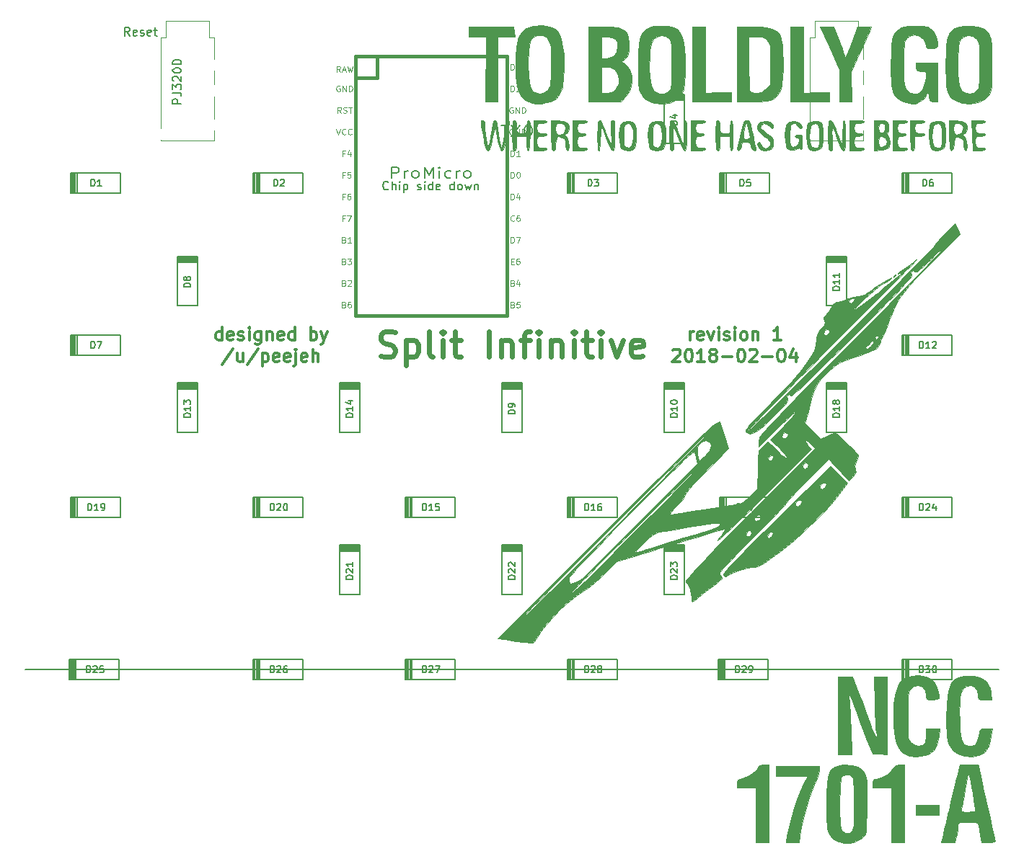
<source format=gto>
G04 #@! TF.FileFunction,Legend,Top*
%FSLAX46Y46*%
G04 Gerber Fmt 4.6, Leading zero omitted, Abs format (unit mm)*
G04 Created by KiCad (PCBNEW 4.0.7-e2-6376~58~ubuntu16.04.1) date Fri Feb 16 22:37:34 2018*
%MOMM*%
%LPD*%
G01*
G04 APERTURE LIST*
%ADD10C,0.100000*%
%ADD11C,0.200000*%
%ADD12C,0.300000*%
%ADD13C,0.600000*%
%ADD14C,0.381000*%
%ADD15C,0.010000*%
%ADD16C,0.120000*%
%ADD17C,0.150000*%
%ADD18C,0.203200*%
G04 APERTURE END LIST*
D10*
D11*
X125468539Y-74009234D02*
X124468539Y-74009234D01*
X124468539Y-73628281D01*
X124516158Y-73533043D01*
X124563777Y-73485424D01*
X124659015Y-73437805D01*
X124801872Y-73437805D01*
X124897110Y-73485424D01*
X124944729Y-73533043D01*
X124992348Y-73628281D01*
X124992348Y-74009234D01*
X124468539Y-72723519D02*
X125182825Y-72723519D01*
X125325682Y-72771139D01*
X125420920Y-72866377D01*
X125468539Y-73009234D01*
X125468539Y-73104472D01*
X124468539Y-72342567D02*
X124468539Y-71723519D01*
X124849491Y-72056853D01*
X124849491Y-71913995D01*
X124897110Y-71818757D01*
X124944729Y-71771138D01*
X125039968Y-71723519D01*
X125278063Y-71723519D01*
X125373301Y-71771138D01*
X125420920Y-71818757D01*
X125468539Y-71913995D01*
X125468539Y-72199710D01*
X125420920Y-72294948D01*
X125373301Y-72342567D01*
X124563777Y-71342567D02*
X124516158Y-71294948D01*
X124468539Y-71199710D01*
X124468539Y-70961614D01*
X124516158Y-70866376D01*
X124563777Y-70818757D01*
X124659015Y-70771138D01*
X124754253Y-70771138D01*
X124897110Y-70818757D01*
X125468539Y-71390186D01*
X125468539Y-70771138D01*
X124468539Y-70152091D02*
X124468539Y-70056852D01*
X124516158Y-69961614D01*
X124563777Y-69913995D01*
X124659015Y-69866376D01*
X124849491Y-69818757D01*
X125087587Y-69818757D01*
X125278063Y-69866376D01*
X125373301Y-69913995D01*
X125420920Y-69961614D01*
X125468539Y-70056852D01*
X125468539Y-70152091D01*
X125420920Y-70247329D01*
X125373301Y-70294948D01*
X125278063Y-70342567D01*
X125087587Y-70390186D01*
X124849491Y-70390186D01*
X124659015Y-70342567D01*
X124563777Y-70294948D01*
X124516158Y-70247329D01*
X124468539Y-70152091D01*
X125468539Y-69390186D02*
X124468539Y-69390186D01*
X124468539Y-69152091D01*
X124516158Y-69009233D01*
X124611396Y-68913995D01*
X124706634Y-68866376D01*
X124897110Y-68818757D01*
X125039968Y-68818757D01*
X125230444Y-68866376D01*
X125325682Y-68913995D01*
X125420920Y-69009233D01*
X125468539Y-69152091D01*
X125468539Y-69390186D01*
X107156707Y-140494349D02*
X221457195Y-140494349D01*
D12*
X130243773Y-101797758D02*
X130243773Y-100297758D01*
X130243773Y-101726330D02*
X130100916Y-101797758D01*
X129815202Y-101797758D01*
X129672344Y-101726330D01*
X129600916Y-101654901D01*
X129529487Y-101512044D01*
X129529487Y-101083473D01*
X129600916Y-100940616D01*
X129672344Y-100869187D01*
X129815202Y-100797758D01*
X130100916Y-100797758D01*
X130243773Y-100869187D01*
X131529487Y-101726330D02*
X131386630Y-101797758D01*
X131100916Y-101797758D01*
X130958059Y-101726330D01*
X130886630Y-101583473D01*
X130886630Y-101012044D01*
X130958059Y-100869187D01*
X131100916Y-100797758D01*
X131386630Y-100797758D01*
X131529487Y-100869187D01*
X131600916Y-101012044D01*
X131600916Y-101154901D01*
X130886630Y-101297758D01*
X132172344Y-101726330D02*
X132315201Y-101797758D01*
X132600916Y-101797758D01*
X132743773Y-101726330D01*
X132815201Y-101583473D01*
X132815201Y-101512044D01*
X132743773Y-101369187D01*
X132600916Y-101297758D01*
X132386630Y-101297758D01*
X132243773Y-101226330D01*
X132172344Y-101083473D01*
X132172344Y-101012044D01*
X132243773Y-100869187D01*
X132386630Y-100797758D01*
X132600916Y-100797758D01*
X132743773Y-100869187D01*
X133458059Y-101797758D02*
X133458059Y-100797758D01*
X133458059Y-100297758D02*
X133386630Y-100369187D01*
X133458059Y-100440616D01*
X133529487Y-100369187D01*
X133458059Y-100297758D01*
X133458059Y-100440616D01*
X134815202Y-100797758D02*
X134815202Y-102012044D01*
X134743773Y-102154901D01*
X134672345Y-102226330D01*
X134529488Y-102297758D01*
X134315202Y-102297758D01*
X134172345Y-102226330D01*
X134815202Y-101726330D02*
X134672345Y-101797758D01*
X134386631Y-101797758D01*
X134243773Y-101726330D01*
X134172345Y-101654901D01*
X134100916Y-101512044D01*
X134100916Y-101083473D01*
X134172345Y-100940616D01*
X134243773Y-100869187D01*
X134386631Y-100797758D01*
X134672345Y-100797758D01*
X134815202Y-100869187D01*
X135529488Y-100797758D02*
X135529488Y-101797758D01*
X135529488Y-100940616D02*
X135600916Y-100869187D01*
X135743774Y-100797758D01*
X135958059Y-100797758D01*
X136100916Y-100869187D01*
X136172345Y-101012044D01*
X136172345Y-101797758D01*
X137458059Y-101726330D02*
X137315202Y-101797758D01*
X137029488Y-101797758D01*
X136886631Y-101726330D01*
X136815202Y-101583473D01*
X136815202Y-101012044D01*
X136886631Y-100869187D01*
X137029488Y-100797758D01*
X137315202Y-100797758D01*
X137458059Y-100869187D01*
X137529488Y-101012044D01*
X137529488Y-101154901D01*
X136815202Y-101297758D01*
X138815202Y-101797758D02*
X138815202Y-100297758D01*
X138815202Y-101726330D02*
X138672345Y-101797758D01*
X138386631Y-101797758D01*
X138243773Y-101726330D01*
X138172345Y-101654901D01*
X138100916Y-101512044D01*
X138100916Y-101083473D01*
X138172345Y-100940616D01*
X138243773Y-100869187D01*
X138386631Y-100797758D01*
X138672345Y-100797758D01*
X138815202Y-100869187D01*
X140672345Y-101797758D02*
X140672345Y-100297758D01*
X140672345Y-100869187D02*
X140815202Y-100797758D01*
X141100916Y-100797758D01*
X141243773Y-100869187D01*
X141315202Y-100940616D01*
X141386631Y-101083473D01*
X141386631Y-101512044D01*
X141315202Y-101654901D01*
X141243773Y-101726330D01*
X141100916Y-101797758D01*
X140815202Y-101797758D01*
X140672345Y-101726330D01*
X141886631Y-100797758D02*
X142243774Y-101797758D01*
X142600916Y-100797758D02*
X142243774Y-101797758D01*
X142100916Y-102154901D01*
X142029488Y-102226330D01*
X141886631Y-102297758D01*
X131565201Y-102776330D02*
X130279487Y-104704901D01*
X132708059Y-103347758D02*
X132708059Y-104347758D01*
X132065202Y-103347758D02*
X132065202Y-104133473D01*
X132136630Y-104276330D01*
X132279488Y-104347758D01*
X132493773Y-104347758D01*
X132636630Y-104276330D01*
X132708059Y-104204901D01*
X134493773Y-102776330D02*
X133208059Y-104704901D01*
X134993774Y-103347758D02*
X134993774Y-104847758D01*
X134993774Y-103419187D02*
X135136631Y-103347758D01*
X135422345Y-103347758D01*
X135565202Y-103419187D01*
X135636631Y-103490616D01*
X135708060Y-103633473D01*
X135708060Y-104062044D01*
X135636631Y-104204901D01*
X135565202Y-104276330D01*
X135422345Y-104347758D01*
X135136631Y-104347758D01*
X134993774Y-104276330D01*
X136922345Y-104276330D02*
X136779488Y-104347758D01*
X136493774Y-104347758D01*
X136350917Y-104276330D01*
X136279488Y-104133473D01*
X136279488Y-103562044D01*
X136350917Y-103419187D01*
X136493774Y-103347758D01*
X136779488Y-103347758D01*
X136922345Y-103419187D01*
X136993774Y-103562044D01*
X136993774Y-103704901D01*
X136279488Y-103847758D01*
X138208059Y-104276330D02*
X138065202Y-104347758D01*
X137779488Y-104347758D01*
X137636631Y-104276330D01*
X137565202Y-104133473D01*
X137565202Y-103562044D01*
X137636631Y-103419187D01*
X137779488Y-103347758D01*
X138065202Y-103347758D01*
X138208059Y-103419187D01*
X138279488Y-103562044D01*
X138279488Y-103704901D01*
X137565202Y-103847758D01*
X138922345Y-103347758D02*
X138922345Y-104633473D01*
X138850916Y-104776330D01*
X138708059Y-104847758D01*
X138636631Y-104847758D01*
X138922345Y-102847758D02*
X138850916Y-102919187D01*
X138922345Y-102990616D01*
X138993773Y-102919187D01*
X138922345Y-102847758D01*
X138922345Y-102990616D01*
X140208059Y-104276330D02*
X140065202Y-104347758D01*
X139779488Y-104347758D01*
X139636631Y-104276330D01*
X139565202Y-104133473D01*
X139565202Y-103562044D01*
X139636631Y-103419187D01*
X139779488Y-103347758D01*
X140065202Y-103347758D01*
X140208059Y-103419187D01*
X140279488Y-103562044D01*
X140279488Y-103704901D01*
X139565202Y-103847758D01*
X140922345Y-104347758D02*
X140922345Y-102847758D01*
X141565202Y-104347758D02*
X141565202Y-103562044D01*
X141493773Y-103419187D01*
X141350916Y-103347758D01*
X141136631Y-103347758D01*
X140993773Y-103419187D01*
X140922345Y-103490616D01*
X185215099Y-101797758D02*
X185215099Y-100797758D01*
X185215099Y-101083473D02*
X185286527Y-100940616D01*
X185357956Y-100869187D01*
X185500813Y-100797758D01*
X185643670Y-100797758D01*
X186715098Y-101726330D02*
X186572241Y-101797758D01*
X186286527Y-101797758D01*
X186143670Y-101726330D01*
X186072241Y-101583473D01*
X186072241Y-101012044D01*
X186143670Y-100869187D01*
X186286527Y-100797758D01*
X186572241Y-100797758D01*
X186715098Y-100869187D01*
X186786527Y-101012044D01*
X186786527Y-101154901D01*
X186072241Y-101297758D01*
X187286527Y-100797758D02*
X187643670Y-101797758D01*
X188000812Y-100797758D01*
X188572241Y-101797758D02*
X188572241Y-100797758D01*
X188572241Y-100297758D02*
X188500812Y-100369187D01*
X188572241Y-100440616D01*
X188643669Y-100369187D01*
X188572241Y-100297758D01*
X188572241Y-100440616D01*
X189215098Y-101726330D02*
X189357955Y-101797758D01*
X189643670Y-101797758D01*
X189786527Y-101726330D01*
X189857955Y-101583473D01*
X189857955Y-101512044D01*
X189786527Y-101369187D01*
X189643670Y-101297758D01*
X189429384Y-101297758D01*
X189286527Y-101226330D01*
X189215098Y-101083473D01*
X189215098Y-101012044D01*
X189286527Y-100869187D01*
X189429384Y-100797758D01*
X189643670Y-100797758D01*
X189786527Y-100869187D01*
X190500813Y-101797758D02*
X190500813Y-100797758D01*
X190500813Y-100297758D02*
X190429384Y-100369187D01*
X190500813Y-100440616D01*
X190572241Y-100369187D01*
X190500813Y-100297758D01*
X190500813Y-100440616D01*
X191429385Y-101797758D02*
X191286527Y-101726330D01*
X191215099Y-101654901D01*
X191143670Y-101512044D01*
X191143670Y-101083473D01*
X191215099Y-100940616D01*
X191286527Y-100869187D01*
X191429385Y-100797758D01*
X191643670Y-100797758D01*
X191786527Y-100869187D01*
X191857956Y-100940616D01*
X191929385Y-101083473D01*
X191929385Y-101512044D01*
X191857956Y-101654901D01*
X191786527Y-101726330D01*
X191643670Y-101797758D01*
X191429385Y-101797758D01*
X192572242Y-100797758D02*
X192572242Y-101797758D01*
X192572242Y-100940616D02*
X192643670Y-100869187D01*
X192786528Y-100797758D01*
X193000813Y-100797758D01*
X193143670Y-100869187D01*
X193215099Y-101012044D01*
X193215099Y-101797758D01*
X195857956Y-101797758D02*
X195000813Y-101797758D01*
X195429385Y-101797758D02*
X195429385Y-100297758D01*
X195286528Y-100512044D01*
X195143670Y-100654901D01*
X195000813Y-100726330D01*
X183215100Y-102990616D02*
X183286529Y-102919187D01*
X183429386Y-102847758D01*
X183786529Y-102847758D01*
X183929386Y-102919187D01*
X184000815Y-102990616D01*
X184072243Y-103133473D01*
X184072243Y-103276330D01*
X184000815Y-103490616D01*
X183143672Y-104347758D01*
X184072243Y-104347758D01*
X185000814Y-102847758D02*
X185143671Y-102847758D01*
X185286528Y-102919187D01*
X185357957Y-102990616D01*
X185429386Y-103133473D01*
X185500814Y-103419187D01*
X185500814Y-103776330D01*
X185429386Y-104062044D01*
X185357957Y-104204901D01*
X185286528Y-104276330D01*
X185143671Y-104347758D01*
X185000814Y-104347758D01*
X184857957Y-104276330D01*
X184786528Y-104204901D01*
X184715100Y-104062044D01*
X184643671Y-103776330D01*
X184643671Y-103419187D01*
X184715100Y-103133473D01*
X184786528Y-102990616D01*
X184857957Y-102919187D01*
X185000814Y-102847758D01*
X186929385Y-104347758D02*
X186072242Y-104347758D01*
X186500814Y-104347758D02*
X186500814Y-102847758D01*
X186357957Y-103062044D01*
X186215099Y-103204901D01*
X186072242Y-103276330D01*
X187786528Y-103490616D02*
X187643670Y-103419187D01*
X187572242Y-103347758D01*
X187500813Y-103204901D01*
X187500813Y-103133473D01*
X187572242Y-102990616D01*
X187643670Y-102919187D01*
X187786528Y-102847758D01*
X188072242Y-102847758D01*
X188215099Y-102919187D01*
X188286528Y-102990616D01*
X188357956Y-103133473D01*
X188357956Y-103204901D01*
X188286528Y-103347758D01*
X188215099Y-103419187D01*
X188072242Y-103490616D01*
X187786528Y-103490616D01*
X187643670Y-103562044D01*
X187572242Y-103633473D01*
X187500813Y-103776330D01*
X187500813Y-104062044D01*
X187572242Y-104204901D01*
X187643670Y-104276330D01*
X187786528Y-104347758D01*
X188072242Y-104347758D01*
X188215099Y-104276330D01*
X188286528Y-104204901D01*
X188357956Y-104062044D01*
X188357956Y-103776330D01*
X188286528Y-103633473D01*
X188215099Y-103562044D01*
X188072242Y-103490616D01*
X189000813Y-103776330D02*
X190143670Y-103776330D01*
X191143670Y-102847758D02*
X191286527Y-102847758D01*
X191429384Y-102919187D01*
X191500813Y-102990616D01*
X191572242Y-103133473D01*
X191643670Y-103419187D01*
X191643670Y-103776330D01*
X191572242Y-104062044D01*
X191500813Y-104204901D01*
X191429384Y-104276330D01*
X191286527Y-104347758D01*
X191143670Y-104347758D01*
X191000813Y-104276330D01*
X190929384Y-104204901D01*
X190857956Y-104062044D01*
X190786527Y-103776330D01*
X190786527Y-103419187D01*
X190857956Y-103133473D01*
X190929384Y-102990616D01*
X191000813Y-102919187D01*
X191143670Y-102847758D01*
X192215098Y-102990616D02*
X192286527Y-102919187D01*
X192429384Y-102847758D01*
X192786527Y-102847758D01*
X192929384Y-102919187D01*
X193000813Y-102990616D01*
X193072241Y-103133473D01*
X193072241Y-103276330D01*
X193000813Y-103490616D01*
X192143670Y-104347758D01*
X193072241Y-104347758D01*
X193715098Y-103776330D02*
X194857955Y-103776330D01*
X195857955Y-102847758D02*
X196000812Y-102847758D01*
X196143669Y-102919187D01*
X196215098Y-102990616D01*
X196286527Y-103133473D01*
X196357955Y-103419187D01*
X196357955Y-103776330D01*
X196286527Y-104062044D01*
X196215098Y-104204901D01*
X196143669Y-104276330D01*
X196000812Y-104347758D01*
X195857955Y-104347758D01*
X195715098Y-104276330D01*
X195643669Y-104204901D01*
X195572241Y-104062044D01*
X195500812Y-103776330D01*
X195500812Y-103419187D01*
X195572241Y-103133473D01*
X195643669Y-102990616D01*
X195715098Y-102919187D01*
X195857955Y-102847758D01*
X197643669Y-103347758D02*
X197643669Y-104347758D01*
X197286526Y-102776330D02*
X196929383Y-103847758D01*
X197857955Y-103847758D01*
D13*
X148877679Y-103608036D02*
X149306250Y-103750893D01*
X150020536Y-103750893D01*
X150306250Y-103608036D01*
X150449107Y-103465179D01*
X150591964Y-103179464D01*
X150591964Y-102893750D01*
X150449107Y-102608036D01*
X150306250Y-102465179D01*
X150020536Y-102322321D01*
X149449107Y-102179464D01*
X149163393Y-102036607D01*
X149020536Y-101893750D01*
X148877679Y-101608036D01*
X148877679Y-101322321D01*
X149020536Y-101036607D01*
X149163393Y-100893750D01*
X149449107Y-100750893D01*
X150163393Y-100750893D01*
X150591964Y-100893750D01*
X151877679Y-101750893D02*
X151877679Y-104750893D01*
X151877679Y-101893750D02*
X152163393Y-101750893D01*
X152734822Y-101750893D01*
X153020536Y-101893750D01*
X153163393Y-102036607D01*
X153306250Y-102322321D01*
X153306250Y-103179464D01*
X153163393Y-103465179D01*
X153020536Y-103608036D01*
X152734822Y-103750893D01*
X152163393Y-103750893D01*
X151877679Y-103608036D01*
X155020536Y-103750893D02*
X154734822Y-103608036D01*
X154591965Y-103322321D01*
X154591965Y-100750893D01*
X156163394Y-103750893D02*
X156163394Y-101750893D01*
X156163394Y-100750893D02*
X156020537Y-100893750D01*
X156163394Y-101036607D01*
X156306251Y-100893750D01*
X156163394Y-100750893D01*
X156163394Y-101036607D01*
X157163393Y-101750893D02*
X158306250Y-101750893D01*
X157591965Y-100750893D02*
X157591965Y-103322321D01*
X157734822Y-103608036D01*
X158020536Y-103750893D01*
X158306250Y-103750893D01*
X161591965Y-103750893D02*
X161591965Y-100750893D01*
X163020536Y-101750893D02*
X163020536Y-103750893D01*
X163020536Y-102036607D02*
X163163393Y-101893750D01*
X163449107Y-101750893D01*
X163877679Y-101750893D01*
X164163393Y-101893750D01*
X164306250Y-102179464D01*
X164306250Y-103750893D01*
X165306250Y-101750893D02*
X166449107Y-101750893D01*
X165734822Y-103750893D02*
X165734822Y-101179464D01*
X165877679Y-100893750D01*
X166163393Y-100750893D01*
X166449107Y-100750893D01*
X167449108Y-103750893D02*
X167449108Y-101750893D01*
X167449108Y-100750893D02*
X167306251Y-100893750D01*
X167449108Y-101036607D01*
X167591965Y-100893750D01*
X167449108Y-100750893D01*
X167449108Y-101036607D01*
X168877679Y-101750893D02*
X168877679Y-103750893D01*
X168877679Y-102036607D02*
X169020536Y-101893750D01*
X169306250Y-101750893D01*
X169734822Y-101750893D01*
X170020536Y-101893750D01*
X170163393Y-102179464D01*
X170163393Y-103750893D01*
X171591965Y-103750893D02*
X171591965Y-101750893D01*
X171591965Y-100750893D02*
X171449108Y-100893750D01*
X171591965Y-101036607D01*
X171734822Y-100893750D01*
X171591965Y-100750893D01*
X171591965Y-101036607D01*
X172591964Y-101750893D02*
X173734821Y-101750893D01*
X173020536Y-100750893D02*
X173020536Y-103322321D01*
X173163393Y-103608036D01*
X173449107Y-103750893D01*
X173734821Y-103750893D01*
X174734822Y-103750893D02*
X174734822Y-101750893D01*
X174734822Y-100750893D02*
X174591965Y-100893750D01*
X174734822Y-101036607D01*
X174877679Y-100893750D01*
X174734822Y-100750893D01*
X174734822Y-101036607D01*
X175877678Y-101750893D02*
X176591964Y-103750893D01*
X177306250Y-101750893D01*
X179591964Y-103608036D02*
X179306250Y-103750893D01*
X178734821Y-103750893D01*
X178449107Y-103608036D01*
X178306250Y-103322321D01*
X178306250Y-102179464D01*
X178449107Y-101893750D01*
X178734821Y-101750893D01*
X179306250Y-101750893D01*
X179591964Y-101893750D01*
X179734821Y-102179464D01*
X179734821Y-102465179D01*
X178306250Y-102750893D01*
D14*
X163671910Y-68437476D02*
X145891910Y-68437476D01*
X145891910Y-68437476D02*
X145891910Y-98917476D01*
X145891910Y-98917476D02*
X163671910Y-98917476D01*
X163671910Y-98917476D02*
X163671910Y-68437476D01*
X148431910Y-68437476D02*
X148431910Y-70977476D01*
X148431910Y-70977476D02*
X145891910Y-70977476D01*
D15*
G36*
X204202070Y-151698824D02*
X204979546Y-151939486D01*
X205540970Y-152395934D01*
X205700917Y-152646543D01*
X205807209Y-152893405D01*
X205883740Y-153188319D01*
X205934030Y-153584461D01*
X205961595Y-154135007D01*
X205969955Y-154893131D01*
X205962627Y-155912010D01*
X205954917Y-156485659D01*
X205936810Y-157612820D01*
X205916042Y-158452022D01*
X205886494Y-159053953D01*
X205842054Y-159469303D01*
X205776603Y-159748761D01*
X205684028Y-159943018D01*
X205558212Y-160102761D01*
X205512572Y-160152063D01*
X205093321Y-160460966D01*
X204537233Y-160711497D01*
X204379254Y-160757947D01*
X203883908Y-160877639D01*
X203554163Y-160916311D01*
X203231863Y-160869916D01*
X202758852Y-160734411D01*
X202693974Y-160714839D01*
X201987185Y-160334878D01*
X201635641Y-159940811D01*
X201497909Y-159718654D01*
X201397614Y-159485374D01*
X201328846Y-159185513D01*
X201285695Y-158763616D01*
X201262251Y-158164226D01*
X201252603Y-157331888D01*
X201250832Y-156330092D01*
X201251066Y-156305077D01*
X202774832Y-156305077D01*
X202779389Y-157379282D01*
X202796119Y-158166328D01*
X202829604Y-158717640D01*
X202884428Y-159084639D01*
X202965176Y-159318749D01*
X203055076Y-159448876D01*
X203463782Y-159726639D01*
X203892633Y-159668000D01*
X204158498Y-159478298D01*
X204273026Y-159343604D01*
X204355557Y-159144255D01*
X204411202Y-158828349D01*
X204445075Y-158343983D01*
X204462287Y-157639255D01*
X204467952Y-156662263D01*
X204468165Y-156334499D01*
X204457865Y-155296901D01*
X204428997Y-154401450D01*
X204384608Y-153703623D01*
X204327746Y-153258895D01*
X204292874Y-153143410D01*
X203965539Y-152871950D01*
X203621498Y-152815876D01*
X203146015Y-152936075D01*
X202950123Y-153143410D01*
X202887660Y-153428210D01*
X202836031Y-153995304D01*
X202798357Y-154788407D01*
X202777759Y-155751233D01*
X202774832Y-156305077D01*
X201251066Y-156305077D01*
X201263443Y-154982208D01*
X201312692Y-153932767D01*
X201415702Y-153142107D01*
X201589595Y-152570568D01*
X201851494Y-152178487D01*
X202218522Y-151926203D01*
X202707801Y-151774056D01*
X203253428Y-151691465D01*
X204202070Y-151698824D01*
X204202070Y-151698824D01*
G37*
X204202070Y-151698824D02*
X204979546Y-151939486D01*
X205540970Y-152395934D01*
X205700917Y-152646543D01*
X205807209Y-152893405D01*
X205883740Y-153188319D01*
X205934030Y-153584461D01*
X205961595Y-154135007D01*
X205969955Y-154893131D01*
X205962627Y-155912010D01*
X205954917Y-156485659D01*
X205936810Y-157612820D01*
X205916042Y-158452022D01*
X205886494Y-159053953D01*
X205842054Y-159469303D01*
X205776603Y-159748761D01*
X205684028Y-159943018D01*
X205558212Y-160102761D01*
X205512572Y-160152063D01*
X205093321Y-160460966D01*
X204537233Y-160711497D01*
X204379254Y-160757947D01*
X203883908Y-160877639D01*
X203554163Y-160916311D01*
X203231863Y-160869916D01*
X202758852Y-160734411D01*
X202693974Y-160714839D01*
X201987185Y-160334878D01*
X201635641Y-159940811D01*
X201497909Y-159718654D01*
X201397614Y-159485374D01*
X201328846Y-159185513D01*
X201285695Y-158763616D01*
X201262251Y-158164226D01*
X201252603Y-157331888D01*
X201250832Y-156330092D01*
X201251066Y-156305077D01*
X202774832Y-156305077D01*
X202779389Y-157379282D01*
X202796119Y-158166328D01*
X202829604Y-158717640D01*
X202884428Y-159084639D01*
X202965176Y-159318749D01*
X203055076Y-159448876D01*
X203463782Y-159726639D01*
X203892633Y-159668000D01*
X204158498Y-159478298D01*
X204273026Y-159343604D01*
X204355557Y-159144255D01*
X204411202Y-158828349D01*
X204445075Y-158343983D01*
X204462287Y-157639255D01*
X204467952Y-156662263D01*
X204468165Y-156334499D01*
X204457865Y-155296901D01*
X204428997Y-154401450D01*
X204384608Y-153703623D01*
X204327746Y-153258895D01*
X204292874Y-153143410D01*
X203965539Y-152871950D01*
X203621498Y-152815876D01*
X203146015Y-152936075D01*
X202950123Y-153143410D01*
X202887660Y-153428210D01*
X202836031Y-153995304D01*
X202798357Y-154788407D01*
X202777759Y-155751233D01*
X202774832Y-156305077D01*
X201251066Y-156305077D01*
X201263443Y-154982208D01*
X201312692Y-153932767D01*
X201415702Y-153142107D01*
X201589595Y-152570568D01*
X201851494Y-152178487D01*
X202218522Y-151926203D01*
X202707801Y-151774056D01*
X203253428Y-151691465D01*
X204202070Y-151698824D01*
G36*
X194477498Y-160774543D02*
X192953498Y-160774543D01*
X192953498Y-154339876D01*
X190752165Y-154339876D01*
X190752165Y-153831876D01*
X190814297Y-153447847D01*
X191024746Y-153321048D01*
X191048498Y-153320157D01*
X191588512Y-153201173D01*
X192202158Y-152908867D01*
X192751122Y-152522994D01*
X193084703Y-152146010D01*
X193378469Y-151771761D01*
X193762390Y-151638447D01*
X193927165Y-151631613D01*
X194477498Y-151630543D01*
X194477498Y-160774543D01*
X194477498Y-160774543D01*
G37*
X194477498Y-160774543D02*
X192953498Y-160774543D01*
X192953498Y-154339876D01*
X190752165Y-154339876D01*
X190752165Y-153831876D01*
X190814297Y-153447847D01*
X191024746Y-153321048D01*
X191048498Y-153320157D01*
X191588512Y-153201173D01*
X192202158Y-152908867D01*
X192751122Y-152522994D01*
X193084703Y-152146010D01*
X193378469Y-151771761D01*
X193762390Y-151638447D01*
X193927165Y-151631613D01*
X194477498Y-151630543D01*
X194477498Y-160774543D01*
G36*
X200404165Y-152293963D02*
X200327965Y-152726542D01*
X200132981Y-153293738D01*
X199977253Y-153638014D01*
X199605159Y-154484805D01*
X199213185Y-155554884D01*
X198835803Y-156737261D01*
X198507487Y-157920947D01*
X198262710Y-158994953D01*
X198194547Y-159377543D01*
X197972478Y-160774543D01*
X196505496Y-160774543D01*
X196601777Y-160054876D01*
X196869248Y-158645265D01*
X197297654Y-157094896D01*
X197845949Y-155534856D01*
X198457486Y-154128209D01*
X199013509Y-152985209D01*
X195324165Y-152985209D01*
X195324165Y-151799876D01*
X200404165Y-151799876D01*
X200404165Y-152293963D01*
X200404165Y-152293963D01*
G37*
X200404165Y-152293963D02*
X200327965Y-152726542D01*
X200132981Y-153293738D01*
X199977253Y-153638014D01*
X199605159Y-154484805D01*
X199213185Y-155554884D01*
X198835803Y-156737261D01*
X198507487Y-157920947D01*
X198262710Y-158994953D01*
X198194547Y-159377543D01*
X197972478Y-160774543D01*
X196505496Y-160774543D01*
X196601777Y-160054876D01*
X196869248Y-158645265D01*
X197297654Y-157094896D01*
X197845949Y-155534856D01*
X198457486Y-154128209D01*
X199013509Y-152985209D01*
X195324165Y-152985209D01*
X195324165Y-151799876D01*
X200404165Y-151799876D01*
X200404165Y-152293963D01*
G36*
X210394832Y-160774543D02*
X208870832Y-160774543D01*
X208870832Y-154339876D01*
X206669498Y-154339876D01*
X206669498Y-153831876D01*
X206719629Y-153463456D01*
X206918201Y-153327124D01*
X207050498Y-153315742D01*
X207690760Y-153167450D01*
X208343364Y-152804757D01*
X208863799Y-152313416D01*
X208952025Y-152187399D01*
X209274353Y-151797532D01*
X209657163Y-151648652D01*
X209844498Y-151637065D01*
X210394832Y-151630543D01*
X210394832Y-160774543D01*
X210394832Y-160774543D01*
G37*
X210394832Y-160774543D02*
X208870832Y-160774543D01*
X208870832Y-154339876D01*
X206669498Y-154339876D01*
X206669498Y-153831876D01*
X206719629Y-153463456D01*
X206918201Y-153327124D01*
X207050498Y-153315742D01*
X207690760Y-153167450D01*
X208343364Y-152804757D01*
X208863799Y-152313416D01*
X208952025Y-152187399D01*
X209274353Y-151797532D01*
X209657163Y-151648652D01*
X209844498Y-151637065D01*
X210394832Y-151630543D01*
X210394832Y-160774543D01*
G36*
X218504942Y-151640017D02*
X218894881Y-151664768D01*
X219030832Y-151696878D01*
X219066172Y-151867514D01*
X219164343Y-152315974D01*
X219313572Y-152989733D01*
X219502084Y-153836270D01*
X219718106Y-154803059D01*
X219949864Y-155837578D01*
X220185585Y-156887303D01*
X220413495Y-157899710D01*
X220621819Y-158822276D01*
X220798785Y-159602477D01*
X220932618Y-160187790D01*
X220980286Y-160393543D01*
X221005910Y-160620563D01*
X220892437Y-160733236D01*
X220562756Y-160771173D01*
X220238618Y-160774543D01*
X219407952Y-160774543D01*
X219291906Y-159970209D01*
X219184637Y-159240495D01*
X219079474Y-158781464D01*
X218917952Y-158530595D01*
X218641602Y-158425365D01*
X218191956Y-158403253D01*
X217827141Y-158403876D01*
X217213897Y-158410069D01*
X216864898Y-158447053D01*
X216705738Y-158542439D01*
X216662009Y-158723835D01*
X216660165Y-158836892D01*
X216618411Y-159273129D01*
X216514026Y-159838791D01*
X216470729Y-160022225D01*
X216281293Y-160774543D01*
X214659864Y-160774543D01*
X214815220Y-160224209D01*
X214908091Y-159867394D01*
X215059513Y-159254393D01*
X215251590Y-158458945D01*
X215466422Y-157554789D01*
X215565335Y-157133876D01*
X215582443Y-157060973D01*
X217028538Y-157060973D01*
X217127896Y-157174026D01*
X217438999Y-157214024D01*
X217825749Y-157218543D01*
X218315558Y-157196174D01*
X218630299Y-157138859D01*
X218693526Y-157091543D01*
X218667699Y-156852469D01*
X218596603Y-156377138D01*
X218492927Y-155738270D01*
X218369357Y-155008585D01*
X218238581Y-154260803D01*
X218113285Y-153567644D01*
X218006158Y-153001829D01*
X217929887Y-152636078D01*
X217898857Y-152536739D01*
X217852316Y-152712716D01*
X217762214Y-153154711D01*
X217641780Y-153794871D01*
X217511986Y-154520970D01*
X217367543Y-155328038D01*
X217233470Y-156042233D01*
X217125920Y-156579543D01*
X217066553Y-156837543D01*
X217028538Y-157060973D01*
X215582443Y-157060973D01*
X215808284Y-156098608D01*
X216058519Y-155036195D01*
X216290148Y-154056322D01*
X216477279Y-153268677D01*
X216514660Y-153112209D01*
X216869227Y-151630543D01*
X217950029Y-151630543D01*
X218504942Y-151640017D01*
X218504942Y-151640017D01*
G37*
X218504942Y-151640017D02*
X218894881Y-151664768D01*
X219030832Y-151696878D01*
X219066172Y-151867514D01*
X219164343Y-152315974D01*
X219313572Y-152989733D01*
X219502084Y-153836270D01*
X219718106Y-154803059D01*
X219949864Y-155837578D01*
X220185585Y-156887303D01*
X220413495Y-157899710D01*
X220621819Y-158822276D01*
X220798785Y-159602477D01*
X220932618Y-160187790D01*
X220980286Y-160393543D01*
X221005910Y-160620563D01*
X220892437Y-160733236D01*
X220562756Y-160771173D01*
X220238618Y-160774543D01*
X219407952Y-160774543D01*
X219291906Y-159970209D01*
X219184637Y-159240495D01*
X219079474Y-158781464D01*
X218917952Y-158530595D01*
X218641602Y-158425365D01*
X218191956Y-158403253D01*
X217827141Y-158403876D01*
X217213897Y-158410069D01*
X216864898Y-158447053D01*
X216705738Y-158542439D01*
X216662009Y-158723835D01*
X216660165Y-158836892D01*
X216618411Y-159273129D01*
X216514026Y-159838791D01*
X216470729Y-160022225D01*
X216281293Y-160774543D01*
X214659864Y-160774543D01*
X214815220Y-160224209D01*
X214908091Y-159867394D01*
X215059513Y-159254393D01*
X215251590Y-158458945D01*
X215466422Y-157554789D01*
X215565335Y-157133876D01*
X215582443Y-157060973D01*
X217028538Y-157060973D01*
X217127896Y-157174026D01*
X217438999Y-157214024D01*
X217825749Y-157218543D01*
X218315558Y-157196174D01*
X218630299Y-157138859D01*
X218693526Y-157091543D01*
X218667699Y-156852469D01*
X218596603Y-156377138D01*
X218492927Y-155738270D01*
X218369357Y-155008585D01*
X218238581Y-154260803D01*
X218113285Y-153567644D01*
X218006158Y-153001829D01*
X217929887Y-152636078D01*
X217898857Y-152536739D01*
X217852316Y-152712716D01*
X217762214Y-153154711D01*
X217641780Y-153794871D01*
X217511986Y-154520970D01*
X217367543Y-155328038D01*
X217233470Y-156042233D01*
X217125920Y-156579543D01*
X217066553Y-156837543D01*
X217028538Y-157060973D01*
X215582443Y-157060973D01*
X215808284Y-156098608D01*
X216058519Y-155036195D01*
X216290148Y-154056322D01*
X216477279Y-153268677D01*
X216514660Y-153112209D01*
X216869227Y-151630543D01*
X217950029Y-151630543D01*
X218504942Y-151640017D01*
G36*
X214458832Y-157557209D02*
X211749498Y-157557209D01*
X211749498Y-156371876D01*
X214458832Y-156371876D01*
X214458832Y-157557209D01*
X214458832Y-157557209D01*
G37*
X214458832Y-157557209D02*
X211749498Y-157557209D01*
X211749498Y-156371876D01*
X214458832Y-156371876D01*
X214458832Y-157557209D01*
G36*
X212864289Y-141299414D02*
X213533699Y-141604692D01*
X213678386Y-141722278D01*
X214021960Y-142195382D01*
X214298982Y-142849004D01*
X214447575Y-143525029D01*
X214457887Y-143714209D01*
X214391448Y-143902430D01*
X214137769Y-143990835D01*
X213696832Y-144010543D01*
X213227786Y-143994690D01*
X213005592Y-143909452D01*
X212938681Y-143698311D01*
X212934832Y-143540220D01*
X212810275Y-142915444D01*
X212481529Y-142504977D01*
X212015982Y-142344132D01*
X211481020Y-142468221D01*
X211217924Y-142640529D01*
X211064595Y-142780206D01*
X210954855Y-142948963D01*
X210879824Y-143203494D01*
X210830618Y-143600491D01*
X210798355Y-144196645D01*
X210774152Y-145048649D01*
X210763275Y-145542308D01*
X210750242Y-146472296D01*
X210751096Y-147306908D01*
X210764830Y-147975844D01*
X210790433Y-148408804D01*
X210805863Y-148509146D01*
X211093378Y-149070858D01*
X211598279Y-149375945D01*
X212009636Y-149429209D01*
X212492877Y-149337537D01*
X212786379Y-149034213D01*
X212919380Y-148476777D01*
X212934832Y-148085675D01*
X212934832Y-147397209D01*
X214506212Y-147397209D01*
X214408736Y-148341658D01*
X214203578Y-149307110D01*
X213803891Y-150004427D01*
X213190702Y-150455086D01*
X212345036Y-150680566D01*
X212342165Y-150680921D01*
X211700958Y-150693502D01*
X211046734Y-150612234D01*
X210993107Y-150599829D01*
X210378195Y-150386345D01*
X209913877Y-150057189D01*
X209575975Y-149566029D01*
X209340308Y-148866533D01*
X209182700Y-147912371D01*
X209099000Y-146970309D01*
X209064264Y-145731308D01*
X209125105Y-144556293D01*
X209271818Y-143508897D01*
X209494696Y-142652751D01*
X209784033Y-142051490D01*
X209864841Y-141949319D01*
X210451677Y-141518770D01*
X211217630Y-141262743D01*
X212057050Y-141187528D01*
X212864289Y-141299414D01*
X212864289Y-141299414D01*
G37*
X212864289Y-141299414D02*
X213533699Y-141604692D01*
X213678386Y-141722278D01*
X214021960Y-142195382D01*
X214298982Y-142849004D01*
X214447575Y-143525029D01*
X214457887Y-143714209D01*
X214391448Y-143902430D01*
X214137769Y-143990835D01*
X213696832Y-144010543D01*
X213227786Y-143994690D01*
X213005592Y-143909452D01*
X212938681Y-143698311D01*
X212934832Y-143540220D01*
X212810275Y-142915444D01*
X212481529Y-142504977D01*
X212015982Y-142344132D01*
X211481020Y-142468221D01*
X211217924Y-142640529D01*
X211064595Y-142780206D01*
X210954855Y-142948963D01*
X210879824Y-143203494D01*
X210830618Y-143600491D01*
X210798355Y-144196645D01*
X210774152Y-145048649D01*
X210763275Y-145542308D01*
X210750242Y-146472296D01*
X210751096Y-147306908D01*
X210764830Y-147975844D01*
X210790433Y-148408804D01*
X210805863Y-148509146D01*
X211093378Y-149070858D01*
X211598279Y-149375945D01*
X212009636Y-149429209D01*
X212492877Y-149337537D01*
X212786379Y-149034213D01*
X212919380Y-148476777D01*
X212934832Y-148085675D01*
X212934832Y-147397209D01*
X214506212Y-147397209D01*
X214408736Y-148341658D01*
X214203578Y-149307110D01*
X213803891Y-150004427D01*
X213190702Y-150455086D01*
X212345036Y-150680566D01*
X212342165Y-150680921D01*
X211700958Y-150693502D01*
X211046734Y-150612234D01*
X210993107Y-150599829D01*
X210378195Y-150386345D01*
X209913877Y-150057189D01*
X209575975Y-149566029D01*
X209340308Y-148866533D01*
X209182700Y-147912371D01*
X209099000Y-146970309D01*
X209064264Y-145731308D01*
X209125105Y-144556293D01*
X209271818Y-143508897D01*
X209494696Y-142652751D01*
X209784033Y-142051490D01*
X209864841Y-141949319D01*
X210451677Y-141518770D01*
X211217630Y-141262743D01*
X212057050Y-141187528D01*
X212864289Y-141299414D01*
G36*
X219417339Y-141461539D02*
X220027256Y-141961087D01*
X220404541Y-142698464D01*
X220510807Y-143229198D01*
X220598876Y-144010543D01*
X219814854Y-144010543D01*
X219337211Y-143995782D01*
X219107666Y-143915356D01*
X219035848Y-143715053D01*
X219030832Y-143540220D01*
X218909796Y-142941335D01*
X218595452Y-142527680D01*
X218160947Y-142338080D01*
X217679426Y-142411361D01*
X217346943Y-142646431D01*
X217141360Y-142911601D01*
X216994526Y-143266739D01*
X216899849Y-143762747D01*
X216850738Y-144450529D01*
X216840601Y-145380987D01*
X216858195Y-146420880D01*
X216899253Y-147508184D01*
X216974123Y-148301628D01*
X217101672Y-148845689D01*
X217300769Y-149184844D01*
X217590282Y-149363568D01*
X217989078Y-149426339D01*
X218134383Y-149429209D01*
X218542950Y-149381999D01*
X218788792Y-149176314D01*
X218954805Y-148841981D01*
X219122032Y-148326035D01*
X219199512Y-147858872D01*
X219200165Y-147825981D01*
X219232886Y-147557115D01*
X219392798Y-147432684D01*
X219772525Y-147398179D01*
X219928754Y-147397209D01*
X220657344Y-147397209D01*
X220549272Y-148286209D01*
X220441067Y-148902656D01*
X220289290Y-149456798D01*
X220211049Y-149653575D01*
X219774899Y-150191925D01*
X219114940Y-150544977D01*
X218301739Y-150694876D01*
X217405864Y-150623766D01*
X216914165Y-150487749D01*
X216359490Y-150251224D01*
X216002832Y-149953577D01*
X215708117Y-149478197D01*
X215686498Y-149435663D01*
X215537613Y-149111295D01*
X215433206Y-148782229D01*
X215365534Y-148381112D01*
X215326855Y-147840593D01*
X215309426Y-147093321D01*
X215305498Y-146121494D01*
X215331730Y-144705073D01*
X215421425Y-143588108D01*
X215591083Y-142734660D01*
X215857206Y-142108793D01*
X216236293Y-141674566D01*
X216744845Y-141396043D01*
X217399362Y-141237283D01*
X217557898Y-141215674D01*
X218589362Y-141209756D01*
X219417339Y-141461539D01*
X219417339Y-141461539D01*
G37*
X219417339Y-141461539D02*
X220027256Y-141961087D01*
X220404541Y-142698464D01*
X220510807Y-143229198D01*
X220598876Y-144010543D01*
X219814854Y-144010543D01*
X219337211Y-143995782D01*
X219107666Y-143915356D01*
X219035848Y-143715053D01*
X219030832Y-143540220D01*
X218909796Y-142941335D01*
X218595452Y-142527680D01*
X218160947Y-142338080D01*
X217679426Y-142411361D01*
X217346943Y-142646431D01*
X217141360Y-142911601D01*
X216994526Y-143266739D01*
X216899849Y-143762747D01*
X216850738Y-144450529D01*
X216840601Y-145380987D01*
X216858195Y-146420880D01*
X216899253Y-147508184D01*
X216974123Y-148301628D01*
X217101672Y-148845689D01*
X217300769Y-149184844D01*
X217590282Y-149363568D01*
X217989078Y-149426339D01*
X218134383Y-149429209D01*
X218542950Y-149381999D01*
X218788792Y-149176314D01*
X218954805Y-148841981D01*
X219122032Y-148326035D01*
X219199512Y-147858872D01*
X219200165Y-147825981D01*
X219232886Y-147557115D01*
X219392798Y-147432684D01*
X219772525Y-147398179D01*
X219928754Y-147397209D01*
X220657344Y-147397209D01*
X220549272Y-148286209D01*
X220441067Y-148902656D01*
X220289290Y-149456798D01*
X220211049Y-149653575D01*
X219774899Y-150191925D01*
X219114940Y-150544977D01*
X218301739Y-150694876D01*
X217405864Y-150623766D01*
X216914165Y-150487749D01*
X216359490Y-150251224D01*
X216002832Y-149953577D01*
X215708117Y-149478197D01*
X215686498Y-149435663D01*
X215537613Y-149111295D01*
X215433206Y-148782229D01*
X215365534Y-148381112D01*
X215326855Y-147840593D01*
X215309426Y-147093321D01*
X215305498Y-146121494D01*
X215331730Y-144705073D01*
X215421425Y-143588108D01*
X215591083Y-142734660D01*
X215857206Y-142108793D01*
X216236293Y-141674566D01*
X216744845Y-141396043D01*
X217399362Y-141237283D01*
X217557898Y-141215674D01*
X218589362Y-141209756D01*
X219417339Y-141461539D01*
G36*
X205058204Y-143375543D02*
X205425341Y-144321299D01*
X205796379Y-145315550D01*
X206125397Y-146233150D01*
X206345727Y-146884125D01*
X206574700Y-147532035D01*
X206793598Y-148044972D01*
X206967426Y-148344825D01*
X207019896Y-148388897D01*
X207153798Y-148350059D01*
X207106236Y-148139981D01*
X207062203Y-147875933D01*
X207014484Y-147331915D01*
X206966714Y-146566548D01*
X206922529Y-145638451D01*
X206885567Y-144606242D01*
X206884209Y-144560876D01*
X206787410Y-141301209D01*
X208362832Y-141301209D01*
X208362832Y-150462908D01*
X207501233Y-150411725D01*
X206639635Y-150360543D01*
X205887842Y-148582543D01*
X205505716Y-147637543D01*
X205106974Y-146583864D01*
X204753541Y-145587696D01*
X204610116Y-145153543D01*
X204375791Y-144465736D01*
X204160306Y-143918258D01*
X203992249Y-143579276D01*
X203917758Y-143502543D01*
X203829193Y-143638019D01*
X203860325Y-143883543D01*
X203901029Y-144170860D01*
X203947111Y-144734607D01*
X203994721Y-145512670D01*
X204040011Y-146442939D01*
X204075466Y-147354876D01*
X204181613Y-150445209D01*
X202605498Y-150445209D01*
X202605498Y-141301209D01*
X204233281Y-141301209D01*
X205058204Y-143375543D01*
X205058204Y-143375543D01*
G37*
X205058204Y-143375543D02*
X205425341Y-144321299D01*
X205796379Y-145315550D01*
X206125397Y-146233150D01*
X206345727Y-146884125D01*
X206574700Y-147532035D01*
X206793598Y-148044972D01*
X206967426Y-148344825D01*
X207019896Y-148388897D01*
X207153798Y-148350059D01*
X207106236Y-148139981D01*
X207062203Y-147875933D01*
X207014484Y-147331915D01*
X206966714Y-146566548D01*
X206922529Y-145638451D01*
X206885567Y-144606242D01*
X206884209Y-144560876D01*
X206787410Y-141301209D01*
X208362832Y-141301209D01*
X208362832Y-150462908D01*
X207501233Y-150411725D01*
X206639635Y-150360543D01*
X205887842Y-148582543D01*
X205505716Y-147637543D01*
X205106974Y-146583864D01*
X204753541Y-145587696D01*
X204610116Y-145153543D01*
X204375791Y-144465736D01*
X204160306Y-143918258D01*
X203992249Y-143579276D01*
X203917758Y-143502543D01*
X203829193Y-143638019D01*
X203860325Y-143883543D01*
X203901029Y-144170860D01*
X203947111Y-144734607D01*
X203994721Y-145512670D01*
X204040011Y-146442939D01*
X204075466Y-147354876D01*
X204181613Y-150445209D01*
X202605498Y-150445209D01*
X202605498Y-141301209D01*
X204233281Y-141301209D01*
X205058204Y-143375543D01*
G36*
X216598277Y-88699463D02*
X216895802Y-89323381D01*
X213494215Y-92748628D01*
X212427127Y-93827786D01*
X211567514Y-94716230D01*
X210881805Y-95461132D01*
X210336426Y-96109666D01*
X209897803Y-96709003D01*
X209532364Y-97306318D01*
X209206536Y-97948782D01*
X208886744Y-98683568D01*
X208539417Y-99557849D01*
X208410476Y-99891658D01*
X208143450Y-100568879D01*
X207910124Y-101131094D01*
X207743755Y-101499593D01*
X207691820Y-101592543D01*
X207559041Y-101873730D01*
X207450176Y-102233301D01*
X207176918Y-102699191D01*
X206876493Y-102889385D01*
X206408347Y-103079840D01*
X206076832Y-103218078D01*
X205761803Y-103336641D01*
X205225753Y-103523673D01*
X204570083Y-103744006D01*
X204383498Y-103805363D01*
X203453962Y-104132505D01*
X202746353Y-104454282D01*
X202151862Y-104838190D01*
X201561678Y-105351724D01*
X201040923Y-105878769D01*
X200578441Y-106383337D01*
X200225758Y-106836611D01*
X199947099Y-107312712D01*
X199706692Y-107885761D01*
X199468762Y-108629881D01*
X199197536Y-109619193D01*
X199151945Y-109792647D01*
X198689389Y-111558085D01*
X199598888Y-112467584D01*
X200508387Y-113377084D01*
X201316981Y-113030480D01*
X201803436Y-112833047D01*
X202162424Y-112707523D01*
X202269824Y-112683876D01*
X202456388Y-112798655D01*
X202809475Y-113101742D01*
X203267346Y-113531263D01*
X203768261Y-114025343D01*
X204250482Y-114522109D01*
X204652270Y-114959685D01*
X204911884Y-115276197D01*
X204976165Y-115396142D01*
X204903568Y-115661111D01*
X204726683Y-116061255D01*
X204705679Y-116102423D01*
X204534204Y-116578443D01*
X204594622Y-116974227D01*
X204608436Y-117005715D01*
X204682616Y-117302032D01*
X204557306Y-117576104D01*
X204310699Y-117837172D01*
X203839718Y-118288401D01*
X202657656Y-117022661D01*
X201475594Y-115756920D01*
X198952330Y-118284398D01*
X198214500Y-119030905D01*
X197577303Y-119689983D01*
X197072968Y-120227078D01*
X196733725Y-120607635D01*
X196591801Y-120797100D01*
X196594986Y-120811876D01*
X196519072Y-120926603D01*
X196228687Y-121252724D01*
X195749819Y-121763148D01*
X195108457Y-122430785D01*
X194330588Y-123228545D01*
X193442201Y-124129336D01*
X192622594Y-124952775D01*
X191519055Y-126058261D01*
X190633783Y-126950181D01*
X189944972Y-127653841D01*
X189430815Y-128194549D01*
X189069506Y-128597610D01*
X188839239Y-128888330D01*
X188718206Y-129092016D01*
X188684603Y-129233975D01*
X188716622Y-129339511D01*
X188776323Y-129416375D01*
X188934885Y-129624983D01*
X188918470Y-129795546D01*
X188688041Y-130017683D01*
X188428598Y-130214650D01*
X187983787Y-130554010D01*
X187392408Y-131016636D01*
X186770335Y-131511739D01*
X186669315Y-131593050D01*
X186154159Y-132002665D01*
X185747310Y-132315224D01*
X185513644Y-132481316D01*
X185483981Y-132495756D01*
X185427353Y-132349360D01*
X185391608Y-132038102D01*
X185324739Y-131583835D01*
X185193572Y-131077503D01*
X185033987Y-130627463D01*
X184881866Y-130342070D01*
X184814248Y-130294543D01*
X184717479Y-130249347D01*
X184738861Y-130104696D01*
X184890793Y-129846994D01*
X185185673Y-129462646D01*
X185635899Y-128938058D01*
X186253869Y-128259632D01*
X187051981Y-127413775D01*
X188042634Y-126386891D01*
X189238226Y-125165384D01*
X189754858Y-124642610D01*
X191768165Y-124642610D01*
X191890250Y-124837228D01*
X192146423Y-124857780D01*
X192365843Y-124698434D01*
X192408365Y-124398998D01*
X192373833Y-124256029D01*
X192242388Y-124084399D01*
X192020161Y-124200205D01*
X191806098Y-124488429D01*
X191768165Y-124642610D01*
X189754858Y-124642610D01*
X190651155Y-123735660D01*
X191515637Y-122866507D01*
X192713485Y-122866507D01*
X192960399Y-123008170D01*
X193257628Y-122935587D01*
X193397151Y-122767318D01*
X193432741Y-122417473D01*
X193258617Y-122281242D01*
X192956196Y-122418407D01*
X192940680Y-122432143D01*
X192732555Y-122699063D01*
X192713485Y-122866507D01*
X191515637Y-122866507D01*
X192293819Y-122084122D01*
X192386245Y-121991427D01*
X197747248Y-116615432D01*
X198436892Y-116615432D01*
X198537327Y-116859477D01*
X198700091Y-116917209D01*
X198915074Y-116802296D01*
X199030852Y-116685676D01*
X199125506Y-116433595D01*
X198989387Y-116260255D01*
X198740331Y-116164892D01*
X198549387Y-116315037D01*
X198436892Y-116615432D01*
X197747248Y-116615432D01*
X199906332Y-114450311D01*
X199395015Y-113960438D01*
X199015558Y-113660366D01*
X198790901Y-113591313D01*
X198766501Y-113730488D01*
X198987815Y-114055100D01*
X199056186Y-114130328D01*
X199459320Y-114559445D01*
X193561634Y-120437327D01*
X192227486Y-121762250D01*
X191083561Y-122888336D01*
X190136637Y-123809189D01*
X189393492Y-124518412D01*
X188860904Y-125009610D01*
X188545651Y-125276386D01*
X188454510Y-125312345D01*
X188551798Y-125165061D01*
X188944724Y-124640150D01*
X189232606Y-124224763D01*
X189371463Y-123983749D01*
X189375407Y-123950674D01*
X189320917Y-123944409D01*
X189177166Y-123969708D01*
X188915888Y-124034862D01*
X188508821Y-124148167D01*
X187927698Y-124317915D01*
X187144256Y-124552401D01*
X186130229Y-124859918D01*
X184857352Y-125248759D01*
X183297363Y-125727219D01*
X182793498Y-125881993D01*
X181732691Y-126207400D01*
X180536625Y-126573475D01*
X179373588Y-126928745D01*
X178644832Y-127150871D01*
X176612832Y-127769406D01*
X175004165Y-129350175D01*
X174083638Y-130204188D01*
X173206563Y-130923044D01*
X172446336Y-131447582D01*
X172291068Y-131537081D01*
X171585679Y-132005293D01*
X170758344Y-132681272D01*
X169879757Y-133494241D01*
X169020610Y-134373425D01*
X168251596Y-135248047D01*
X167643408Y-136047334D01*
X167400984Y-136432876D01*
X167093221Y-136924990D01*
X166822159Y-137266344D01*
X166652071Y-137381171D01*
X166348030Y-137343520D01*
X165944832Y-137294507D01*
X165538131Y-137243458D01*
X164914635Y-137162983D01*
X164193239Y-137068460D01*
X164018453Y-137045354D01*
X162600075Y-136857493D01*
X164419973Y-135035876D01*
X164929790Y-135035876D01*
X165071424Y-134918706D01*
X165435225Y-134578288D01*
X166004301Y-134031265D01*
X166761762Y-133294277D01*
X167690714Y-132383965D01*
X168659367Y-131430112D01*
X171278832Y-131430112D01*
X171308928Y-131461113D01*
X171409587Y-131412919D01*
X171596360Y-131270529D01*
X171884802Y-131018944D01*
X172290465Y-130643163D01*
X172828902Y-130128187D01*
X173515666Y-129459016D01*
X174366311Y-128620650D01*
X175396388Y-127598088D01*
X176258260Y-126738543D01*
X178774348Y-126738543D01*
X178978277Y-126690893D01*
X179428357Y-126562776D01*
X180048025Y-126376434D01*
X180463140Y-126247887D01*
X181757805Y-125845026D01*
X183118675Y-125425356D01*
X184458896Y-125015394D01*
X185691613Y-124641654D01*
X186729970Y-124330650D01*
X187134195Y-124211335D01*
X187872379Y-123956841D01*
X188403846Y-123695703D01*
X188687135Y-123453560D01*
X188680783Y-123256053D01*
X188680102Y-123255369D01*
X188487021Y-123251886D01*
X187995982Y-123302522D01*
X187242456Y-123402066D01*
X186261915Y-123545309D01*
X185089830Y-123727039D01*
X183761673Y-123942048D01*
X182312915Y-124185126D01*
X182087058Y-124223743D01*
X181547082Y-124327640D01*
X181144677Y-124456318D01*
X180788637Y-124663915D01*
X180387753Y-125004570D01*
X179850818Y-125532423D01*
X179805599Y-125577965D01*
X179328363Y-126070424D01*
X178973417Y-126459177D01*
X178785988Y-126693323D01*
X178774348Y-126738543D01*
X176258260Y-126738543D01*
X176621453Y-126376331D01*
X178057056Y-124940379D01*
X179322855Y-123672152D01*
X180657922Y-122331608D01*
X181914463Y-121065619D01*
X183073280Y-119893807D01*
X184115176Y-118835791D01*
X185020953Y-117911192D01*
X185771413Y-117139631D01*
X186347358Y-116540728D01*
X186729592Y-116134102D01*
X186898915Y-115939376D01*
X186902929Y-115925152D01*
X186759745Y-116048611D01*
X186402528Y-116386475D01*
X185855775Y-116914434D01*
X185143982Y-117608180D01*
X184291647Y-118443400D01*
X183323266Y-119395787D01*
X182263335Y-120441029D01*
X181136353Y-121554817D01*
X179966814Y-122712840D01*
X178779217Y-123890789D01*
X177598057Y-125064354D01*
X176447832Y-126209225D01*
X175353039Y-127301092D01*
X174338174Y-128315644D01*
X173427733Y-129228572D01*
X172646215Y-130015567D01*
X172018115Y-130652317D01*
X171567930Y-131114513D01*
X171320157Y-131377846D01*
X171278832Y-131430112D01*
X168659367Y-131430112D01*
X168774266Y-131316969D01*
X169971585Y-130133593D01*
X170986326Y-130133593D01*
X171166337Y-130371089D01*
X171540204Y-130357313D01*
X172085931Y-130087172D01*
X172294832Y-129944621D01*
X172491384Y-129769879D01*
X172903477Y-129377870D01*
X173507868Y-128791487D01*
X174281316Y-128033626D01*
X175200576Y-127127181D01*
X176242408Y-126095047D01*
X177383569Y-124960118D01*
X178600816Y-123745289D01*
X179383234Y-122962303D01*
X186048303Y-116285474D01*
X185930017Y-115585342D01*
X185813552Y-115153558D01*
X185662776Y-114907214D01*
X185608600Y-114885209D01*
X185437089Y-115002950D01*
X185056027Y-115339104D01*
X184490707Y-115868068D01*
X183766421Y-116564242D01*
X182908464Y-117402023D01*
X181942127Y-118355809D01*
X180892704Y-119399997D01*
X179785487Y-120508987D01*
X178645769Y-121657175D01*
X177498845Y-122818960D01*
X176370005Y-123968739D01*
X175284544Y-125080911D01*
X174267753Y-126129873D01*
X173344927Y-127090024D01*
X172541358Y-127935761D01*
X171882339Y-128641482D01*
X171393163Y-129181586D01*
X171099122Y-129530470D01*
X171022169Y-129649918D01*
X170986326Y-130133593D01*
X169971585Y-130133593D01*
X169995527Y-130109930D01*
X171337605Y-128779490D01*
X172783609Y-127342288D01*
X174316646Y-125814966D01*
X175919825Y-124214165D01*
X176267350Y-123866691D01*
X177879242Y-122252887D01*
X179419632Y-120707212D01*
X180872050Y-119246388D01*
X182220025Y-117887142D01*
X183447084Y-116646197D01*
X184536756Y-115540278D01*
X185317967Y-114743744D01*
X186042688Y-114743744D01*
X186085649Y-115132557D01*
X186175429Y-115588194D01*
X186271115Y-115863791D01*
X186310401Y-115901209D01*
X186483289Y-115792393D01*
X186808969Y-115513164D01*
X187062025Y-115274177D01*
X187528924Y-114701211D01*
X187693179Y-114200883D01*
X187549143Y-113795535D01*
X187458291Y-113706620D01*
X187070967Y-113584557D01*
X186612946Y-113742182D01*
X186266940Y-114036213D01*
X186082264Y-114337524D01*
X186042688Y-114743744D01*
X185317967Y-114743744D01*
X185472569Y-114586110D01*
X186238053Y-113800418D01*
X186816734Y-113199926D01*
X187192143Y-112801358D01*
X187347807Y-112621440D01*
X187350908Y-112612842D01*
X187221752Y-112717646D01*
X186870191Y-113045923D01*
X186312887Y-113581259D01*
X185566498Y-114307244D01*
X184647682Y-115207465D01*
X183573101Y-116265511D01*
X182359412Y-117464969D01*
X181023275Y-118789429D01*
X179581348Y-120222478D01*
X178050293Y-121747704D01*
X176446766Y-123348696D01*
X176013348Y-123782026D01*
X174397428Y-125399841D01*
X172854476Y-126948031D01*
X171400737Y-128410102D01*
X170052457Y-129769558D01*
X168825880Y-131009906D01*
X167737251Y-132114650D01*
X166802817Y-133067295D01*
X166038822Y-133851346D01*
X165461512Y-134450310D01*
X165087132Y-134847690D01*
X164931926Y-135026992D01*
X164929790Y-135035876D01*
X164419973Y-135035876D01*
X175025120Y-124420713D01*
X176740268Y-122706698D01*
X178396828Y-121056583D01*
X179978106Y-119486709D01*
X181467406Y-118013414D01*
X182848031Y-116653040D01*
X184103286Y-115421927D01*
X185216475Y-114336415D01*
X186170903Y-113412845D01*
X186949873Y-112667555D01*
X187536690Y-112116887D01*
X187914658Y-111777181D01*
X188054607Y-111668719D01*
X188659049Y-111353505D01*
X189199989Y-112903380D01*
X189740928Y-114453254D01*
X187132701Y-117082232D01*
X186288472Y-117947277D01*
X185589715Y-118691877D01*
X185060639Y-119288602D01*
X184725457Y-119710019D01*
X184608379Y-119928699D01*
X184610206Y-119940203D01*
X184538143Y-120162324D01*
X184265761Y-120547625D01*
X183841767Y-121029764D01*
X183712068Y-121163441D01*
X183270673Y-121627602D01*
X182952672Y-121997195D01*
X182808992Y-122211608D01*
X182808880Y-122238369D01*
X182992681Y-122235995D01*
X183458912Y-122182647D01*
X184156377Y-122085542D01*
X185033876Y-121951897D01*
X186040212Y-121788930D01*
X186270531Y-121750411D01*
X187364793Y-121568009D01*
X188403947Y-121397806D01*
X189319606Y-121250772D01*
X190043385Y-121137880D01*
X190506896Y-121070102D01*
X190529537Y-121067107D01*
X191033046Y-120974770D01*
X191421713Y-120810034D01*
X191809277Y-120506702D01*
X192241456Y-120070740D01*
X193075335Y-119189035D01*
X193155265Y-116975520D01*
X193199159Y-115759929D01*
X194356530Y-115759929D01*
X194435000Y-115954104D01*
X194654592Y-115950424D01*
X194746574Y-115888698D01*
X194953196Y-115600714D01*
X194985498Y-115457142D01*
X194893376Y-115245002D01*
X194666573Y-115297352D01*
X194483654Y-115470458D01*
X194356530Y-115759929D01*
X193199159Y-115759929D01*
X193235194Y-114762006D01*
X194392832Y-113718738D01*
X195446535Y-114758159D01*
X195929826Y-115208908D01*
X196326869Y-115531079D01*
X196576678Y-115677243D01*
X196623966Y-115673853D01*
X196568423Y-115508042D01*
X196314954Y-115169602D01*
X195911293Y-114719025D01*
X195698005Y-114500436D01*
X194648317Y-113450748D01*
X194956701Y-113141076D01*
X196001498Y-113141076D01*
X196117674Y-113331843D01*
X196379892Y-113327896D01*
X196658689Y-113131473D01*
X196660186Y-113129676D01*
X196756276Y-112877648D01*
X196626091Y-112710372D01*
X196343156Y-112643977D01*
X196096182Y-112825520D01*
X196001498Y-113141076D01*
X194956701Y-113141076D01*
X196205191Y-111887373D01*
X196774505Y-111297223D01*
X197230418Y-110788894D01*
X197532263Y-110410521D01*
X197639372Y-110210237D01*
X197634137Y-110196070D01*
X197480048Y-110268709D01*
X197131042Y-110549059D01*
X196627381Y-111001136D01*
X196009323Y-111588957D01*
X195399186Y-112193572D01*
X193292165Y-114319003D01*
X193292434Y-113628439D01*
X193295515Y-113506833D01*
X193314355Y-113383794D01*
X193363490Y-113243776D01*
X193457459Y-113071235D01*
X193610800Y-112850626D01*
X193838051Y-112566404D01*
X194153750Y-112203022D01*
X194572436Y-111744938D01*
X195108647Y-111176604D01*
X195776921Y-110482477D01*
X196591796Y-109647010D01*
X197567809Y-108654660D01*
X198719501Y-107489880D01*
X200061407Y-106137126D01*
X201608068Y-104580853D01*
X203374020Y-102805516D01*
X203569996Y-102608543D01*
X205822832Y-102608543D01*
X205873042Y-102827102D01*
X206050623Y-102798588D01*
X206396002Y-102514558D01*
X206431039Y-102481543D01*
X206761548Y-102114579D01*
X206803555Y-101907232D01*
X206584832Y-101846543D01*
X206360335Y-101982088D01*
X206330832Y-102100543D01*
X206195286Y-102325039D01*
X206076832Y-102354543D01*
X205852335Y-102490088D01*
X205822832Y-102608543D01*
X203569996Y-102608543D01*
X204045100Y-102131025D01*
X204695825Y-101476126D01*
X206877637Y-101476126D01*
X206951335Y-101648859D01*
X207078720Y-101677209D01*
X207311985Y-101540870D01*
X207346832Y-101409098D01*
X207248125Y-101223661D01*
X207045024Y-101253231D01*
X206877637Y-101476126D01*
X204695825Y-101476126D01*
X205626608Y-100539375D01*
X207138024Y-99014111D01*
X208562442Y-97572533D01*
X209882960Y-96231937D01*
X211082675Y-95009622D01*
X212144681Y-93922886D01*
X213052077Y-92989025D01*
X213787958Y-92225339D01*
X214335421Y-91649124D01*
X214677562Y-91277678D01*
X214797477Y-91128300D01*
X214797498Y-91127889D01*
X214686472Y-91165052D01*
X214382792Y-91406195D01*
X213930551Y-91813134D01*
X213373846Y-92347681D01*
X213268393Y-92452073D01*
X212614771Y-93089950D01*
X212154219Y-93505876D01*
X211850485Y-93727111D01*
X211667315Y-93780913D01*
X211582111Y-93719958D01*
X211400391Y-93561393D01*
X211221859Y-93670448D01*
X211109610Y-93922783D01*
X211207281Y-94100647D01*
X211201785Y-94196288D01*
X211087542Y-94387464D01*
X210849952Y-94689644D01*
X210474413Y-95118297D01*
X209946324Y-95688889D01*
X209251084Y-96416891D01*
X208374091Y-97317769D01*
X207300745Y-98406992D01*
X206016444Y-99700028D01*
X204506587Y-101212346D01*
X204287343Y-101431490D01*
X202745641Y-102969475D01*
X201425724Y-104279862D01*
X200312389Y-105376984D01*
X199390430Y-106275177D01*
X198644644Y-106988775D01*
X198059827Y-107532112D01*
X197620775Y-107919522D01*
X197312285Y-108165339D01*
X197119152Y-108283899D01*
X197026172Y-108289535D01*
X197020588Y-108282625D01*
X196837986Y-108124059D01*
X196659193Y-108233115D01*
X196546634Y-108484370D01*
X196645517Y-108664401D01*
X196670369Y-108803038D01*
X196555783Y-109033722D01*
X196275543Y-109388879D01*
X195803435Y-109900937D01*
X195113242Y-110602321D01*
X194936540Y-110778290D01*
X194091114Y-111598334D01*
X193431163Y-112184788D01*
X192919767Y-112559473D01*
X192520006Y-112744212D01*
X192194960Y-112760827D01*
X191907708Y-112631138D01*
X191860419Y-112596450D01*
X191771377Y-112509001D01*
X191743686Y-112399245D01*
X191801196Y-112238099D01*
X191967759Y-111996478D01*
X192267225Y-111645301D01*
X192723448Y-111155484D01*
X193360277Y-110497942D01*
X194201565Y-109643594D01*
X194671735Y-109168468D01*
X196060685Y-107743692D01*
X197209252Y-106512700D01*
X198135473Y-105450383D01*
X198857386Y-104531633D01*
X199393030Y-103731342D01*
X199760443Y-103024402D01*
X199977663Y-102385705D01*
X200062727Y-101790144D01*
X200065498Y-101660679D01*
X200121173Y-101112627D01*
X200179688Y-100996227D01*
X200852081Y-100996227D01*
X200995801Y-101196950D01*
X201259264Y-101209384D01*
X201365336Y-101144446D01*
X201563229Y-100856181D01*
X201589498Y-100725142D01*
X201473219Y-100524966D01*
X201210968Y-100523071D01*
X200936928Y-100716038D01*
X200852081Y-100996227D01*
X200179688Y-100996227D01*
X200338210Y-100680895D01*
X200611286Y-100368222D01*
X200939408Y-99993643D01*
X201045586Y-99737855D01*
X200968678Y-99503599D01*
X200961434Y-99491842D01*
X200873257Y-99244714D01*
X200986471Y-98993061D01*
X201248612Y-98716002D01*
X201592996Y-98309981D01*
X201814254Y-97910946D01*
X201831442Y-97854959D01*
X202011615Y-97548980D01*
X202419094Y-97336617D01*
X202649475Y-97268668D01*
X202802888Y-97221166D01*
X203865691Y-97221166D01*
X203887356Y-97293729D01*
X204117091Y-97435589D01*
X204409658Y-97257381D01*
X204455653Y-97204951D01*
X204561864Y-96960802D01*
X204468970Y-96851707D01*
X204221935Y-96845378D01*
X203974494Y-97003755D01*
X203865691Y-97221166D01*
X202802888Y-97221166D01*
X203228713Y-97089316D01*
X203755447Y-96882642D01*
X203846888Y-96839029D01*
X204345674Y-96676184D01*
X204930114Y-96598331D01*
X204996968Y-96597209D01*
X205689871Y-96471889D01*
X206041579Y-96240325D01*
X206439934Y-95909011D01*
X206931796Y-95559631D01*
X207008165Y-95510658D01*
X207842427Y-94992164D01*
X208416742Y-94650552D01*
X208752270Y-94473824D01*
X208870167Y-94449984D01*
X208870832Y-94454471D01*
X208737727Y-94579343D01*
X208388709Y-94823995D01*
X207899215Y-95135560D01*
X207897165Y-95136816D01*
X207431365Y-95456447D01*
X206872662Y-95891360D01*
X206273933Y-96393447D01*
X205688055Y-96914598D01*
X205167907Y-97406704D01*
X204766365Y-97821657D01*
X204536307Y-98111347D01*
X204509490Y-98218979D01*
X204665395Y-98148732D01*
X205042822Y-97895746D01*
X205600113Y-97490430D01*
X206295609Y-96963191D01*
X207087654Y-96344439D01*
X207204522Y-96251725D01*
X208187040Y-95469658D01*
X208929663Y-94874578D01*
X209458398Y-94443736D01*
X209799252Y-94154380D01*
X209978234Y-93983760D01*
X210021351Y-93909123D01*
X209954610Y-93907719D01*
X209844498Y-93942306D01*
X209589034Y-94008057D01*
X209617529Y-93922883D01*
X209934632Y-93681061D01*
X210206090Y-93497486D01*
X210694648Y-93151717D01*
X211295132Y-92696037D01*
X211772423Y-92314605D01*
X211792101Y-92318435D01*
X211586855Y-92545439D01*
X211172005Y-92980090D01*
X210562871Y-93606862D01*
X209774773Y-94410228D01*
X208823030Y-95374660D01*
X207722961Y-96484632D01*
X206489887Y-97724617D01*
X205139127Y-99079088D01*
X203686000Y-100532518D01*
X202270192Y-101945413D01*
X200714442Y-103499257D01*
X199232013Y-104985580D01*
X197839918Y-106386987D01*
X196555176Y-107686085D01*
X195394800Y-108865478D01*
X194375807Y-109907773D01*
X193515213Y-110795576D01*
X192830033Y-111511493D01*
X192337283Y-112038130D01*
X192053979Y-112358093D01*
X191990003Y-112454159D01*
X192123995Y-112355479D01*
X192475947Y-112036617D01*
X193025419Y-111517933D01*
X193751971Y-110819784D01*
X194635161Y-109962529D01*
X195654548Y-108966528D01*
X196789693Y-107852138D01*
X198020153Y-106639719D01*
X199325488Y-105349629D01*
X200685258Y-104002227D01*
X202079020Y-102617872D01*
X203486336Y-101216922D01*
X204886763Y-99819736D01*
X206259861Y-98446673D01*
X207585189Y-97118091D01*
X208842306Y-95854350D01*
X210010772Y-94675808D01*
X211070146Y-93602823D01*
X211999986Y-92655755D01*
X212779852Y-91854962D01*
X213389303Y-91220803D01*
X213807898Y-90773636D01*
X214015197Y-90533821D01*
X214033974Y-90498743D01*
X214117584Y-90341693D01*
X214396570Y-90006490D01*
X214821953Y-89549473D01*
X215134075Y-89233283D01*
X216300752Y-88075546D01*
X216598277Y-88699463D01*
X216598277Y-88699463D01*
G37*
X216598277Y-88699463D02*
X216895802Y-89323381D01*
X213494215Y-92748628D01*
X212427127Y-93827786D01*
X211567514Y-94716230D01*
X210881805Y-95461132D01*
X210336426Y-96109666D01*
X209897803Y-96709003D01*
X209532364Y-97306318D01*
X209206536Y-97948782D01*
X208886744Y-98683568D01*
X208539417Y-99557849D01*
X208410476Y-99891658D01*
X208143450Y-100568879D01*
X207910124Y-101131094D01*
X207743755Y-101499593D01*
X207691820Y-101592543D01*
X207559041Y-101873730D01*
X207450176Y-102233301D01*
X207176918Y-102699191D01*
X206876493Y-102889385D01*
X206408347Y-103079840D01*
X206076832Y-103218078D01*
X205761803Y-103336641D01*
X205225753Y-103523673D01*
X204570083Y-103744006D01*
X204383498Y-103805363D01*
X203453962Y-104132505D01*
X202746353Y-104454282D01*
X202151862Y-104838190D01*
X201561678Y-105351724D01*
X201040923Y-105878769D01*
X200578441Y-106383337D01*
X200225758Y-106836611D01*
X199947099Y-107312712D01*
X199706692Y-107885761D01*
X199468762Y-108629881D01*
X199197536Y-109619193D01*
X199151945Y-109792647D01*
X198689389Y-111558085D01*
X199598888Y-112467584D01*
X200508387Y-113377084D01*
X201316981Y-113030480D01*
X201803436Y-112833047D01*
X202162424Y-112707523D01*
X202269824Y-112683876D01*
X202456388Y-112798655D01*
X202809475Y-113101742D01*
X203267346Y-113531263D01*
X203768261Y-114025343D01*
X204250482Y-114522109D01*
X204652270Y-114959685D01*
X204911884Y-115276197D01*
X204976165Y-115396142D01*
X204903568Y-115661111D01*
X204726683Y-116061255D01*
X204705679Y-116102423D01*
X204534204Y-116578443D01*
X204594622Y-116974227D01*
X204608436Y-117005715D01*
X204682616Y-117302032D01*
X204557306Y-117576104D01*
X204310699Y-117837172D01*
X203839718Y-118288401D01*
X202657656Y-117022661D01*
X201475594Y-115756920D01*
X198952330Y-118284398D01*
X198214500Y-119030905D01*
X197577303Y-119689983D01*
X197072968Y-120227078D01*
X196733725Y-120607635D01*
X196591801Y-120797100D01*
X196594986Y-120811876D01*
X196519072Y-120926603D01*
X196228687Y-121252724D01*
X195749819Y-121763148D01*
X195108457Y-122430785D01*
X194330588Y-123228545D01*
X193442201Y-124129336D01*
X192622594Y-124952775D01*
X191519055Y-126058261D01*
X190633783Y-126950181D01*
X189944972Y-127653841D01*
X189430815Y-128194549D01*
X189069506Y-128597610D01*
X188839239Y-128888330D01*
X188718206Y-129092016D01*
X188684603Y-129233975D01*
X188716622Y-129339511D01*
X188776323Y-129416375D01*
X188934885Y-129624983D01*
X188918470Y-129795546D01*
X188688041Y-130017683D01*
X188428598Y-130214650D01*
X187983787Y-130554010D01*
X187392408Y-131016636D01*
X186770335Y-131511739D01*
X186669315Y-131593050D01*
X186154159Y-132002665D01*
X185747310Y-132315224D01*
X185513644Y-132481316D01*
X185483981Y-132495756D01*
X185427353Y-132349360D01*
X185391608Y-132038102D01*
X185324739Y-131583835D01*
X185193572Y-131077503D01*
X185033987Y-130627463D01*
X184881866Y-130342070D01*
X184814248Y-130294543D01*
X184717479Y-130249347D01*
X184738861Y-130104696D01*
X184890793Y-129846994D01*
X185185673Y-129462646D01*
X185635899Y-128938058D01*
X186253869Y-128259632D01*
X187051981Y-127413775D01*
X188042634Y-126386891D01*
X189238226Y-125165384D01*
X189754858Y-124642610D01*
X191768165Y-124642610D01*
X191890250Y-124837228D01*
X192146423Y-124857780D01*
X192365843Y-124698434D01*
X192408365Y-124398998D01*
X192373833Y-124256029D01*
X192242388Y-124084399D01*
X192020161Y-124200205D01*
X191806098Y-124488429D01*
X191768165Y-124642610D01*
X189754858Y-124642610D01*
X190651155Y-123735660D01*
X191515637Y-122866507D01*
X192713485Y-122866507D01*
X192960399Y-123008170D01*
X193257628Y-122935587D01*
X193397151Y-122767318D01*
X193432741Y-122417473D01*
X193258617Y-122281242D01*
X192956196Y-122418407D01*
X192940680Y-122432143D01*
X192732555Y-122699063D01*
X192713485Y-122866507D01*
X191515637Y-122866507D01*
X192293819Y-122084122D01*
X192386245Y-121991427D01*
X197747248Y-116615432D01*
X198436892Y-116615432D01*
X198537327Y-116859477D01*
X198700091Y-116917209D01*
X198915074Y-116802296D01*
X199030852Y-116685676D01*
X199125506Y-116433595D01*
X198989387Y-116260255D01*
X198740331Y-116164892D01*
X198549387Y-116315037D01*
X198436892Y-116615432D01*
X197747248Y-116615432D01*
X199906332Y-114450311D01*
X199395015Y-113960438D01*
X199015558Y-113660366D01*
X198790901Y-113591313D01*
X198766501Y-113730488D01*
X198987815Y-114055100D01*
X199056186Y-114130328D01*
X199459320Y-114559445D01*
X193561634Y-120437327D01*
X192227486Y-121762250D01*
X191083561Y-122888336D01*
X190136637Y-123809189D01*
X189393492Y-124518412D01*
X188860904Y-125009610D01*
X188545651Y-125276386D01*
X188454510Y-125312345D01*
X188551798Y-125165061D01*
X188944724Y-124640150D01*
X189232606Y-124224763D01*
X189371463Y-123983749D01*
X189375407Y-123950674D01*
X189320917Y-123944409D01*
X189177166Y-123969708D01*
X188915888Y-124034862D01*
X188508821Y-124148167D01*
X187927698Y-124317915D01*
X187144256Y-124552401D01*
X186130229Y-124859918D01*
X184857352Y-125248759D01*
X183297363Y-125727219D01*
X182793498Y-125881993D01*
X181732691Y-126207400D01*
X180536625Y-126573475D01*
X179373588Y-126928745D01*
X178644832Y-127150871D01*
X176612832Y-127769406D01*
X175004165Y-129350175D01*
X174083638Y-130204188D01*
X173206563Y-130923044D01*
X172446336Y-131447582D01*
X172291068Y-131537081D01*
X171585679Y-132005293D01*
X170758344Y-132681272D01*
X169879757Y-133494241D01*
X169020610Y-134373425D01*
X168251596Y-135248047D01*
X167643408Y-136047334D01*
X167400984Y-136432876D01*
X167093221Y-136924990D01*
X166822159Y-137266344D01*
X166652071Y-137381171D01*
X166348030Y-137343520D01*
X165944832Y-137294507D01*
X165538131Y-137243458D01*
X164914635Y-137162983D01*
X164193239Y-137068460D01*
X164018453Y-137045354D01*
X162600075Y-136857493D01*
X164419973Y-135035876D01*
X164929790Y-135035876D01*
X165071424Y-134918706D01*
X165435225Y-134578288D01*
X166004301Y-134031265D01*
X166761762Y-133294277D01*
X167690714Y-132383965D01*
X168659367Y-131430112D01*
X171278832Y-131430112D01*
X171308928Y-131461113D01*
X171409587Y-131412919D01*
X171596360Y-131270529D01*
X171884802Y-131018944D01*
X172290465Y-130643163D01*
X172828902Y-130128187D01*
X173515666Y-129459016D01*
X174366311Y-128620650D01*
X175396388Y-127598088D01*
X176258260Y-126738543D01*
X178774348Y-126738543D01*
X178978277Y-126690893D01*
X179428357Y-126562776D01*
X180048025Y-126376434D01*
X180463140Y-126247887D01*
X181757805Y-125845026D01*
X183118675Y-125425356D01*
X184458896Y-125015394D01*
X185691613Y-124641654D01*
X186729970Y-124330650D01*
X187134195Y-124211335D01*
X187872379Y-123956841D01*
X188403846Y-123695703D01*
X188687135Y-123453560D01*
X188680783Y-123256053D01*
X188680102Y-123255369D01*
X188487021Y-123251886D01*
X187995982Y-123302522D01*
X187242456Y-123402066D01*
X186261915Y-123545309D01*
X185089830Y-123727039D01*
X183761673Y-123942048D01*
X182312915Y-124185126D01*
X182087058Y-124223743D01*
X181547082Y-124327640D01*
X181144677Y-124456318D01*
X180788637Y-124663915D01*
X180387753Y-125004570D01*
X179850818Y-125532423D01*
X179805599Y-125577965D01*
X179328363Y-126070424D01*
X178973417Y-126459177D01*
X178785988Y-126693323D01*
X178774348Y-126738543D01*
X176258260Y-126738543D01*
X176621453Y-126376331D01*
X178057056Y-124940379D01*
X179322855Y-123672152D01*
X180657922Y-122331608D01*
X181914463Y-121065619D01*
X183073280Y-119893807D01*
X184115176Y-118835791D01*
X185020953Y-117911192D01*
X185771413Y-117139631D01*
X186347358Y-116540728D01*
X186729592Y-116134102D01*
X186898915Y-115939376D01*
X186902929Y-115925152D01*
X186759745Y-116048611D01*
X186402528Y-116386475D01*
X185855775Y-116914434D01*
X185143982Y-117608180D01*
X184291647Y-118443400D01*
X183323266Y-119395787D01*
X182263335Y-120441029D01*
X181136353Y-121554817D01*
X179966814Y-122712840D01*
X178779217Y-123890789D01*
X177598057Y-125064354D01*
X176447832Y-126209225D01*
X175353039Y-127301092D01*
X174338174Y-128315644D01*
X173427733Y-129228572D01*
X172646215Y-130015567D01*
X172018115Y-130652317D01*
X171567930Y-131114513D01*
X171320157Y-131377846D01*
X171278832Y-131430112D01*
X168659367Y-131430112D01*
X168774266Y-131316969D01*
X169971585Y-130133593D01*
X170986326Y-130133593D01*
X171166337Y-130371089D01*
X171540204Y-130357313D01*
X172085931Y-130087172D01*
X172294832Y-129944621D01*
X172491384Y-129769879D01*
X172903477Y-129377870D01*
X173507868Y-128791487D01*
X174281316Y-128033626D01*
X175200576Y-127127181D01*
X176242408Y-126095047D01*
X177383569Y-124960118D01*
X178600816Y-123745289D01*
X179383234Y-122962303D01*
X186048303Y-116285474D01*
X185930017Y-115585342D01*
X185813552Y-115153558D01*
X185662776Y-114907214D01*
X185608600Y-114885209D01*
X185437089Y-115002950D01*
X185056027Y-115339104D01*
X184490707Y-115868068D01*
X183766421Y-116564242D01*
X182908464Y-117402023D01*
X181942127Y-118355809D01*
X180892704Y-119399997D01*
X179785487Y-120508987D01*
X178645769Y-121657175D01*
X177498845Y-122818960D01*
X176370005Y-123968739D01*
X175284544Y-125080911D01*
X174267753Y-126129873D01*
X173344927Y-127090024D01*
X172541358Y-127935761D01*
X171882339Y-128641482D01*
X171393163Y-129181586D01*
X171099122Y-129530470D01*
X171022169Y-129649918D01*
X170986326Y-130133593D01*
X169971585Y-130133593D01*
X169995527Y-130109930D01*
X171337605Y-128779490D01*
X172783609Y-127342288D01*
X174316646Y-125814966D01*
X175919825Y-124214165D01*
X176267350Y-123866691D01*
X177879242Y-122252887D01*
X179419632Y-120707212D01*
X180872050Y-119246388D01*
X182220025Y-117887142D01*
X183447084Y-116646197D01*
X184536756Y-115540278D01*
X185317967Y-114743744D01*
X186042688Y-114743744D01*
X186085649Y-115132557D01*
X186175429Y-115588194D01*
X186271115Y-115863791D01*
X186310401Y-115901209D01*
X186483289Y-115792393D01*
X186808969Y-115513164D01*
X187062025Y-115274177D01*
X187528924Y-114701211D01*
X187693179Y-114200883D01*
X187549143Y-113795535D01*
X187458291Y-113706620D01*
X187070967Y-113584557D01*
X186612946Y-113742182D01*
X186266940Y-114036213D01*
X186082264Y-114337524D01*
X186042688Y-114743744D01*
X185317967Y-114743744D01*
X185472569Y-114586110D01*
X186238053Y-113800418D01*
X186816734Y-113199926D01*
X187192143Y-112801358D01*
X187347807Y-112621440D01*
X187350908Y-112612842D01*
X187221752Y-112717646D01*
X186870191Y-113045923D01*
X186312887Y-113581259D01*
X185566498Y-114307244D01*
X184647682Y-115207465D01*
X183573101Y-116265511D01*
X182359412Y-117464969D01*
X181023275Y-118789429D01*
X179581348Y-120222478D01*
X178050293Y-121747704D01*
X176446766Y-123348696D01*
X176013348Y-123782026D01*
X174397428Y-125399841D01*
X172854476Y-126948031D01*
X171400737Y-128410102D01*
X170052457Y-129769558D01*
X168825880Y-131009906D01*
X167737251Y-132114650D01*
X166802817Y-133067295D01*
X166038822Y-133851346D01*
X165461512Y-134450310D01*
X165087132Y-134847690D01*
X164931926Y-135026992D01*
X164929790Y-135035876D01*
X164419973Y-135035876D01*
X175025120Y-124420713D01*
X176740268Y-122706698D01*
X178396828Y-121056583D01*
X179978106Y-119486709D01*
X181467406Y-118013414D01*
X182848031Y-116653040D01*
X184103286Y-115421927D01*
X185216475Y-114336415D01*
X186170903Y-113412845D01*
X186949873Y-112667555D01*
X187536690Y-112116887D01*
X187914658Y-111777181D01*
X188054607Y-111668719D01*
X188659049Y-111353505D01*
X189199989Y-112903380D01*
X189740928Y-114453254D01*
X187132701Y-117082232D01*
X186288472Y-117947277D01*
X185589715Y-118691877D01*
X185060639Y-119288602D01*
X184725457Y-119710019D01*
X184608379Y-119928699D01*
X184610206Y-119940203D01*
X184538143Y-120162324D01*
X184265761Y-120547625D01*
X183841767Y-121029764D01*
X183712068Y-121163441D01*
X183270673Y-121627602D01*
X182952672Y-121997195D01*
X182808992Y-122211608D01*
X182808880Y-122238369D01*
X182992681Y-122235995D01*
X183458912Y-122182647D01*
X184156377Y-122085542D01*
X185033876Y-121951897D01*
X186040212Y-121788930D01*
X186270531Y-121750411D01*
X187364793Y-121568009D01*
X188403947Y-121397806D01*
X189319606Y-121250772D01*
X190043385Y-121137880D01*
X190506896Y-121070102D01*
X190529537Y-121067107D01*
X191033046Y-120974770D01*
X191421713Y-120810034D01*
X191809277Y-120506702D01*
X192241456Y-120070740D01*
X193075335Y-119189035D01*
X193155265Y-116975520D01*
X193199159Y-115759929D01*
X194356530Y-115759929D01*
X194435000Y-115954104D01*
X194654592Y-115950424D01*
X194746574Y-115888698D01*
X194953196Y-115600714D01*
X194985498Y-115457142D01*
X194893376Y-115245002D01*
X194666573Y-115297352D01*
X194483654Y-115470458D01*
X194356530Y-115759929D01*
X193199159Y-115759929D01*
X193235194Y-114762006D01*
X194392832Y-113718738D01*
X195446535Y-114758159D01*
X195929826Y-115208908D01*
X196326869Y-115531079D01*
X196576678Y-115677243D01*
X196623966Y-115673853D01*
X196568423Y-115508042D01*
X196314954Y-115169602D01*
X195911293Y-114719025D01*
X195698005Y-114500436D01*
X194648317Y-113450748D01*
X194956701Y-113141076D01*
X196001498Y-113141076D01*
X196117674Y-113331843D01*
X196379892Y-113327896D01*
X196658689Y-113131473D01*
X196660186Y-113129676D01*
X196756276Y-112877648D01*
X196626091Y-112710372D01*
X196343156Y-112643977D01*
X196096182Y-112825520D01*
X196001498Y-113141076D01*
X194956701Y-113141076D01*
X196205191Y-111887373D01*
X196774505Y-111297223D01*
X197230418Y-110788894D01*
X197532263Y-110410521D01*
X197639372Y-110210237D01*
X197634137Y-110196070D01*
X197480048Y-110268709D01*
X197131042Y-110549059D01*
X196627381Y-111001136D01*
X196009323Y-111588957D01*
X195399186Y-112193572D01*
X193292165Y-114319003D01*
X193292434Y-113628439D01*
X193295515Y-113506833D01*
X193314355Y-113383794D01*
X193363490Y-113243776D01*
X193457459Y-113071235D01*
X193610800Y-112850626D01*
X193838051Y-112566404D01*
X194153750Y-112203022D01*
X194572436Y-111744938D01*
X195108647Y-111176604D01*
X195776921Y-110482477D01*
X196591796Y-109647010D01*
X197567809Y-108654660D01*
X198719501Y-107489880D01*
X200061407Y-106137126D01*
X201608068Y-104580853D01*
X203374020Y-102805516D01*
X203569996Y-102608543D01*
X205822832Y-102608543D01*
X205873042Y-102827102D01*
X206050623Y-102798588D01*
X206396002Y-102514558D01*
X206431039Y-102481543D01*
X206761548Y-102114579D01*
X206803555Y-101907232D01*
X206584832Y-101846543D01*
X206360335Y-101982088D01*
X206330832Y-102100543D01*
X206195286Y-102325039D01*
X206076832Y-102354543D01*
X205852335Y-102490088D01*
X205822832Y-102608543D01*
X203569996Y-102608543D01*
X204045100Y-102131025D01*
X204695825Y-101476126D01*
X206877637Y-101476126D01*
X206951335Y-101648859D01*
X207078720Y-101677209D01*
X207311985Y-101540870D01*
X207346832Y-101409098D01*
X207248125Y-101223661D01*
X207045024Y-101253231D01*
X206877637Y-101476126D01*
X204695825Y-101476126D01*
X205626608Y-100539375D01*
X207138024Y-99014111D01*
X208562442Y-97572533D01*
X209882960Y-96231937D01*
X211082675Y-95009622D01*
X212144681Y-93922886D01*
X213052077Y-92989025D01*
X213787958Y-92225339D01*
X214335421Y-91649124D01*
X214677562Y-91277678D01*
X214797477Y-91128300D01*
X214797498Y-91127889D01*
X214686472Y-91165052D01*
X214382792Y-91406195D01*
X213930551Y-91813134D01*
X213373846Y-92347681D01*
X213268393Y-92452073D01*
X212614771Y-93089950D01*
X212154219Y-93505876D01*
X211850485Y-93727111D01*
X211667315Y-93780913D01*
X211582111Y-93719958D01*
X211400391Y-93561393D01*
X211221859Y-93670448D01*
X211109610Y-93922783D01*
X211207281Y-94100647D01*
X211201785Y-94196288D01*
X211087542Y-94387464D01*
X210849952Y-94689644D01*
X210474413Y-95118297D01*
X209946324Y-95688889D01*
X209251084Y-96416891D01*
X208374091Y-97317769D01*
X207300745Y-98406992D01*
X206016444Y-99700028D01*
X204506587Y-101212346D01*
X204287343Y-101431490D01*
X202745641Y-102969475D01*
X201425724Y-104279862D01*
X200312389Y-105376984D01*
X199390430Y-106275177D01*
X198644644Y-106988775D01*
X198059827Y-107532112D01*
X197620775Y-107919522D01*
X197312285Y-108165339D01*
X197119152Y-108283899D01*
X197026172Y-108289535D01*
X197020588Y-108282625D01*
X196837986Y-108124059D01*
X196659193Y-108233115D01*
X196546634Y-108484370D01*
X196645517Y-108664401D01*
X196670369Y-108803038D01*
X196555783Y-109033722D01*
X196275543Y-109388879D01*
X195803435Y-109900937D01*
X195113242Y-110602321D01*
X194936540Y-110778290D01*
X194091114Y-111598334D01*
X193431163Y-112184788D01*
X192919767Y-112559473D01*
X192520006Y-112744212D01*
X192194960Y-112760827D01*
X191907708Y-112631138D01*
X191860419Y-112596450D01*
X191771377Y-112509001D01*
X191743686Y-112399245D01*
X191801196Y-112238099D01*
X191967759Y-111996478D01*
X192267225Y-111645301D01*
X192723448Y-111155484D01*
X193360277Y-110497942D01*
X194201565Y-109643594D01*
X194671735Y-109168468D01*
X196060685Y-107743692D01*
X197209252Y-106512700D01*
X198135473Y-105450383D01*
X198857386Y-104531633D01*
X199393030Y-103731342D01*
X199760443Y-103024402D01*
X199977663Y-102385705D01*
X200062727Y-101790144D01*
X200065498Y-101660679D01*
X200121173Y-101112627D01*
X200179688Y-100996227D01*
X200852081Y-100996227D01*
X200995801Y-101196950D01*
X201259264Y-101209384D01*
X201365336Y-101144446D01*
X201563229Y-100856181D01*
X201589498Y-100725142D01*
X201473219Y-100524966D01*
X201210968Y-100523071D01*
X200936928Y-100716038D01*
X200852081Y-100996227D01*
X200179688Y-100996227D01*
X200338210Y-100680895D01*
X200611286Y-100368222D01*
X200939408Y-99993643D01*
X201045586Y-99737855D01*
X200968678Y-99503599D01*
X200961434Y-99491842D01*
X200873257Y-99244714D01*
X200986471Y-98993061D01*
X201248612Y-98716002D01*
X201592996Y-98309981D01*
X201814254Y-97910946D01*
X201831442Y-97854959D01*
X202011615Y-97548980D01*
X202419094Y-97336617D01*
X202649475Y-97268668D01*
X202802888Y-97221166D01*
X203865691Y-97221166D01*
X203887356Y-97293729D01*
X204117091Y-97435589D01*
X204409658Y-97257381D01*
X204455653Y-97204951D01*
X204561864Y-96960802D01*
X204468970Y-96851707D01*
X204221935Y-96845378D01*
X203974494Y-97003755D01*
X203865691Y-97221166D01*
X202802888Y-97221166D01*
X203228713Y-97089316D01*
X203755447Y-96882642D01*
X203846888Y-96839029D01*
X204345674Y-96676184D01*
X204930114Y-96598331D01*
X204996968Y-96597209D01*
X205689871Y-96471889D01*
X206041579Y-96240325D01*
X206439934Y-95909011D01*
X206931796Y-95559631D01*
X207008165Y-95510658D01*
X207842427Y-94992164D01*
X208416742Y-94650552D01*
X208752270Y-94473824D01*
X208870167Y-94449984D01*
X208870832Y-94454471D01*
X208737727Y-94579343D01*
X208388709Y-94823995D01*
X207899215Y-95135560D01*
X207897165Y-95136816D01*
X207431365Y-95456447D01*
X206872662Y-95891360D01*
X206273933Y-96393447D01*
X205688055Y-96914598D01*
X205167907Y-97406704D01*
X204766365Y-97821657D01*
X204536307Y-98111347D01*
X204509490Y-98218979D01*
X204665395Y-98148732D01*
X205042822Y-97895746D01*
X205600113Y-97490430D01*
X206295609Y-96963191D01*
X207087654Y-96344439D01*
X207204522Y-96251725D01*
X208187040Y-95469658D01*
X208929663Y-94874578D01*
X209458398Y-94443736D01*
X209799252Y-94154380D01*
X209978234Y-93983760D01*
X210021351Y-93909123D01*
X209954610Y-93907719D01*
X209844498Y-93942306D01*
X209589034Y-94008057D01*
X209617529Y-93922883D01*
X209934632Y-93681061D01*
X210206090Y-93497486D01*
X210694648Y-93151717D01*
X211295132Y-92696037D01*
X211772423Y-92314605D01*
X211792101Y-92318435D01*
X211586855Y-92545439D01*
X211172005Y-92980090D01*
X210562871Y-93606862D01*
X209774773Y-94410228D01*
X208823030Y-95374660D01*
X207722961Y-96484632D01*
X206489887Y-97724617D01*
X205139127Y-99079088D01*
X203686000Y-100532518D01*
X202270192Y-101945413D01*
X200714442Y-103499257D01*
X199232013Y-104985580D01*
X197839918Y-106386987D01*
X196555176Y-107686085D01*
X195394800Y-108865478D01*
X194375807Y-109907773D01*
X193515213Y-110795576D01*
X192830033Y-111511493D01*
X192337283Y-112038130D01*
X192053979Y-112358093D01*
X191990003Y-112454159D01*
X192123995Y-112355479D01*
X192475947Y-112036617D01*
X193025419Y-111517933D01*
X193751971Y-110819784D01*
X194635161Y-109962529D01*
X195654548Y-108966528D01*
X196789693Y-107852138D01*
X198020153Y-106639719D01*
X199325488Y-105349629D01*
X200685258Y-104002227D01*
X202079020Y-102617872D01*
X203486336Y-101216922D01*
X204886763Y-99819736D01*
X206259861Y-98446673D01*
X207585189Y-97118091D01*
X208842306Y-95854350D01*
X210010772Y-94675808D01*
X211070146Y-93602823D01*
X211999986Y-92655755D01*
X212779852Y-91854962D01*
X213389303Y-91220803D01*
X213807898Y-90773636D01*
X214015197Y-90533821D01*
X214033974Y-90498743D01*
X214117584Y-90341693D01*
X214396570Y-90006490D01*
X214821953Y-89549473D01*
X215134075Y-89233283D01*
X216300752Y-88075546D01*
X216598277Y-88699463D01*
G36*
X203660805Y-118575418D02*
X202684416Y-119905313D01*
X201714349Y-121103852D01*
X200490642Y-122415557D01*
X199059845Y-123796810D01*
X197468509Y-125203990D01*
X195763182Y-126593480D01*
X194613511Y-127468077D01*
X193967834Y-127930769D01*
X193497776Y-128218227D01*
X193117372Y-128370321D01*
X192740658Y-128426920D01*
X192535460Y-128431876D01*
X191899508Y-128525073D01*
X191074432Y-128783834D01*
X190146722Y-129176913D01*
X189380579Y-129571668D01*
X189202970Y-129510678D01*
X189090042Y-129400815D01*
X189109082Y-129281084D01*
X189271734Y-129034196D01*
X189588004Y-128649930D01*
X190067901Y-128118066D01*
X190721432Y-127428385D01*
X191558604Y-126570666D01*
X192589424Y-125534688D01*
X193219068Y-124910154D01*
X194315396Y-124910154D01*
X194439724Y-125044379D01*
X194456764Y-125045209D01*
X194678573Y-124929508D01*
X194810009Y-124798627D01*
X194937133Y-124509156D01*
X194858663Y-124314981D01*
X194639071Y-124318661D01*
X194547089Y-124380387D01*
X194357461Y-124642628D01*
X194315396Y-124910154D01*
X193219068Y-124910154D01*
X193823900Y-124310232D01*
X195272039Y-122887078D01*
X196943849Y-121255004D01*
X197265665Y-120942354D01*
X197572522Y-120942354D01*
X197600122Y-121134293D01*
X197833133Y-121309532D01*
X198121102Y-121155568D01*
X198208788Y-121058699D01*
X198336266Y-120788125D01*
X198228312Y-120600290D01*
X197985576Y-120543725D01*
X197726279Y-120692344D01*
X197572522Y-120942354D01*
X197265665Y-120942354D01*
X198849337Y-119403792D01*
X199358465Y-118910354D01*
X200451189Y-118910354D01*
X200478789Y-119102293D01*
X200711800Y-119277532D01*
X200999769Y-119123568D01*
X201087454Y-119026699D01*
X201214932Y-118756125D01*
X201106979Y-118568290D01*
X200864242Y-118511725D01*
X200604945Y-118660344D01*
X200451189Y-118910354D01*
X199358465Y-118910354D01*
X199428810Y-118842177D01*
X201724285Y-116618478D01*
X203660805Y-118575418D01*
X203660805Y-118575418D01*
G37*
X203660805Y-118575418D02*
X202684416Y-119905313D01*
X201714349Y-121103852D01*
X200490642Y-122415557D01*
X199059845Y-123796810D01*
X197468509Y-125203990D01*
X195763182Y-126593480D01*
X194613511Y-127468077D01*
X193967834Y-127930769D01*
X193497776Y-128218227D01*
X193117372Y-128370321D01*
X192740658Y-128426920D01*
X192535460Y-128431876D01*
X191899508Y-128525073D01*
X191074432Y-128783834D01*
X190146722Y-129176913D01*
X189380579Y-129571668D01*
X189202970Y-129510678D01*
X189090042Y-129400815D01*
X189109082Y-129281084D01*
X189271734Y-129034196D01*
X189588004Y-128649930D01*
X190067901Y-128118066D01*
X190721432Y-127428385D01*
X191558604Y-126570666D01*
X192589424Y-125534688D01*
X193219068Y-124910154D01*
X194315396Y-124910154D01*
X194439724Y-125044379D01*
X194456764Y-125045209D01*
X194678573Y-124929508D01*
X194810009Y-124798627D01*
X194937133Y-124509156D01*
X194858663Y-124314981D01*
X194639071Y-124318661D01*
X194547089Y-124380387D01*
X194357461Y-124642628D01*
X194315396Y-124910154D01*
X193219068Y-124910154D01*
X193823900Y-124310232D01*
X195272039Y-122887078D01*
X196943849Y-121255004D01*
X197265665Y-120942354D01*
X197572522Y-120942354D01*
X197600122Y-121134293D01*
X197833133Y-121309532D01*
X198121102Y-121155568D01*
X198208788Y-121058699D01*
X198336266Y-120788125D01*
X198228312Y-120600290D01*
X197985576Y-120543725D01*
X197726279Y-120692344D01*
X197572522Y-120942354D01*
X197265665Y-120942354D01*
X198849337Y-119403792D01*
X199358465Y-118910354D01*
X200451189Y-118910354D01*
X200478789Y-119102293D01*
X200711800Y-119277532D01*
X200999769Y-119123568D01*
X201087454Y-119026699D01*
X201214932Y-118756125D01*
X201106979Y-118568290D01*
X200864242Y-118511725D01*
X200604945Y-118660344D01*
X200451189Y-118910354D01*
X199358465Y-118910354D01*
X199428810Y-118842177D01*
X201724285Y-116618478D01*
X203660805Y-118575418D01*
G36*
X209325705Y-94166590D02*
X209294165Y-94226543D01*
X209134617Y-94388256D01*
X209104844Y-94395876D01*
X209093291Y-94286495D01*
X209124832Y-94226543D01*
X209284380Y-94064829D01*
X209314152Y-94057209D01*
X209325705Y-94166590D01*
X209325705Y-94166590D01*
G37*
X209325705Y-94166590D02*
X209294165Y-94226543D01*
X209134617Y-94388256D01*
X209104844Y-94395876D01*
X209093291Y-94286495D01*
X209124832Y-94226543D01*
X209284380Y-94064829D01*
X209314152Y-94057209D01*
X209325705Y-94166590D01*
G36*
X163959253Y-76049735D02*
X163942507Y-76319543D01*
X163866091Y-76683922D01*
X163759177Y-77250140D01*
X163661366Y-77801209D01*
X163521886Y-78574578D01*
X163410236Y-79071635D01*
X163305812Y-79351253D01*
X163188012Y-79472304D01*
X163068786Y-79494543D01*
X162913143Y-79342194D01*
X162748865Y-78949307D01*
X162603039Y-78412121D01*
X162502752Y-77826874D01*
X162473498Y-77379535D01*
X162441331Y-76981278D01*
X162357144Y-76885825D01*
X162239409Y-77064727D01*
X162106597Y-77489540D01*
X161977179Y-78131817D01*
X161974550Y-78147930D01*
X161845493Y-78847630D01*
X161723280Y-79266501D01*
X161586844Y-79461230D01*
X161474094Y-79494543D01*
X161306699Y-79413240D01*
X161168484Y-79131684D01*
X161036519Y-78593403D01*
X160975620Y-78266876D01*
X160813422Y-77345295D01*
X160705595Y-76705851D01*
X160648467Y-76297028D01*
X160638368Y-76067307D01*
X160671625Y-75965170D01*
X160744568Y-75939100D01*
X160809701Y-75938543D01*
X161017638Y-76078336D01*
X161061778Y-76234876D01*
X161108753Y-76866206D01*
X161181156Y-77548089D01*
X161266834Y-78193186D01*
X161353638Y-78714161D01*
X161429416Y-79023675D01*
X161456281Y-79070457D01*
X161538577Y-78953865D01*
X161647313Y-78578628D01*
X161761027Y-78021361D01*
X161777968Y-77922115D01*
X161921402Y-77076262D01*
X162027115Y-76510165D01*
X162109254Y-76168907D01*
X162181970Y-75997574D01*
X162259410Y-75941251D01*
X162289034Y-75938543D01*
X162419319Y-76041376D01*
X162535295Y-76376518D01*
X162647780Y-76983933D01*
X162724591Y-77547209D01*
X162807520Y-78138377D01*
X162894661Y-78654945D01*
X162928045Y-78817209D01*
X163025435Y-79240543D01*
X163165108Y-78748878D01*
X163254357Y-78323877D01*
X163348446Y-77703732D01*
X163419019Y-77097878D01*
X163505336Y-76439785D01*
X163613289Y-76070571D01*
X163758524Y-75940502D01*
X163783735Y-75938543D01*
X163959253Y-76049735D01*
X163959253Y-76049735D01*
G37*
X163959253Y-76049735D02*
X163942507Y-76319543D01*
X163866091Y-76683922D01*
X163759177Y-77250140D01*
X163661366Y-77801209D01*
X163521886Y-78574578D01*
X163410236Y-79071635D01*
X163305812Y-79351253D01*
X163188012Y-79472304D01*
X163068786Y-79494543D01*
X162913143Y-79342194D01*
X162748865Y-78949307D01*
X162603039Y-78412121D01*
X162502752Y-77826874D01*
X162473498Y-77379535D01*
X162441331Y-76981278D01*
X162357144Y-76885825D01*
X162239409Y-77064727D01*
X162106597Y-77489540D01*
X161977179Y-78131817D01*
X161974550Y-78147930D01*
X161845493Y-78847630D01*
X161723280Y-79266501D01*
X161586844Y-79461230D01*
X161474094Y-79494543D01*
X161306699Y-79413240D01*
X161168484Y-79131684D01*
X161036519Y-78593403D01*
X160975620Y-78266876D01*
X160813422Y-77345295D01*
X160705595Y-76705851D01*
X160648467Y-76297028D01*
X160638368Y-76067307D01*
X160671625Y-75965170D01*
X160744568Y-75939100D01*
X160809701Y-75938543D01*
X161017638Y-76078336D01*
X161061778Y-76234876D01*
X161108753Y-76866206D01*
X161181156Y-77548089D01*
X161266834Y-78193186D01*
X161353638Y-78714161D01*
X161429416Y-79023675D01*
X161456281Y-79070457D01*
X161538577Y-78953865D01*
X161647313Y-78578628D01*
X161761027Y-78021361D01*
X161777968Y-77922115D01*
X161921402Y-77076262D01*
X162027115Y-76510165D01*
X162109254Y-76168907D01*
X162181970Y-75997574D01*
X162259410Y-75941251D01*
X162289034Y-75938543D01*
X162419319Y-76041376D01*
X162535295Y-76376518D01*
X162647780Y-76983933D01*
X162724591Y-77547209D01*
X162807520Y-78138377D01*
X162894661Y-78654945D01*
X162928045Y-78817209D01*
X163025435Y-79240543D01*
X163165108Y-78748878D01*
X163254357Y-78323877D01*
X163348446Y-77703732D01*
X163419019Y-77097878D01*
X163505336Y-76439785D01*
X163613289Y-76070571D01*
X163758524Y-75940502D01*
X163783735Y-75938543D01*
X163959253Y-76049735D01*
G36*
X166338808Y-76027811D02*
X166395191Y-76325786D01*
X166414150Y-76875153D01*
X166399604Y-77716185D01*
X166363708Y-78446167D01*
X166308219Y-79030943D01*
X166241462Y-79400563D01*
X166187937Y-79494543D01*
X166097552Y-79342231D01*
X166040186Y-78952800D01*
X166029498Y-78647876D01*
X166029498Y-77801209D01*
X164844165Y-77801209D01*
X164844165Y-78647876D01*
X164816973Y-79180313D01*
X164722828Y-79440364D01*
X164590165Y-79494543D01*
X164474175Y-79440033D01*
X164398720Y-79240058D01*
X164355990Y-78839946D01*
X164338175Y-78185027D01*
X164336165Y-77716543D01*
X164343952Y-76904610D01*
X164372520Y-76376425D01*
X164429679Y-76077317D01*
X164523238Y-75952615D01*
X164590165Y-75938543D01*
X164757580Y-76038266D01*
X164833837Y-76377348D01*
X164844165Y-76700543D01*
X164856817Y-77168749D01*
X164942564Y-77390459D01*
X165173092Y-77457842D01*
X165436832Y-77462543D01*
X165800992Y-77446276D01*
X165973433Y-77336029D01*
X166025842Y-77039636D01*
X166029498Y-76700543D01*
X166074337Y-76169716D01*
X166205255Y-75944761D01*
X166241165Y-75938185D01*
X166338808Y-76027811D01*
X166338808Y-76027811D01*
G37*
X166338808Y-76027811D02*
X166395191Y-76325786D01*
X166414150Y-76875153D01*
X166399604Y-77716185D01*
X166363708Y-78446167D01*
X166308219Y-79030943D01*
X166241462Y-79400563D01*
X166187937Y-79494543D01*
X166097552Y-79342231D01*
X166040186Y-78952800D01*
X166029498Y-78647876D01*
X166029498Y-77801209D01*
X164844165Y-77801209D01*
X164844165Y-78647876D01*
X164816973Y-79180313D01*
X164722828Y-79440364D01*
X164590165Y-79494543D01*
X164474175Y-79440033D01*
X164398720Y-79240058D01*
X164355990Y-78839946D01*
X164338175Y-78185027D01*
X164336165Y-77716543D01*
X164343952Y-76904610D01*
X164372520Y-76376425D01*
X164429679Y-76077317D01*
X164523238Y-75952615D01*
X164590165Y-75938543D01*
X164757580Y-76038266D01*
X164833837Y-76377348D01*
X164844165Y-76700543D01*
X164856817Y-77168749D01*
X164942564Y-77390459D01*
X165173092Y-77457842D01*
X165436832Y-77462543D01*
X165800992Y-77446276D01*
X165973433Y-77336029D01*
X166025842Y-77039636D01*
X166029498Y-76700543D01*
X166074337Y-76169716D01*
X166205255Y-75944761D01*
X166241165Y-75938185D01*
X166338808Y-76027811D01*
G36*
X168092604Y-75972175D02*
X168365200Y-76057270D01*
X168400165Y-76107876D01*
X168251307Y-76219800D01*
X167885278Y-76275747D01*
X167807498Y-76277209D01*
X167410274Y-76303422D01*
X167247370Y-76451315D01*
X167214905Y-76824765D01*
X167214832Y-76869876D01*
X167241045Y-77267100D01*
X167388937Y-77430004D01*
X167762387Y-77462469D01*
X167807498Y-77462543D01*
X168199233Y-77505073D01*
X168395046Y-77609653D01*
X168400165Y-77631876D01*
X168251307Y-77743800D01*
X167885278Y-77799747D01*
X167807498Y-77801209D01*
X167428035Y-77821715D01*
X167259399Y-77948324D01*
X167216157Y-78278678D01*
X167214832Y-78478543D01*
X167232774Y-78912215D01*
X167343557Y-79104942D01*
X167632616Y-79154361D01*
X167807498Y-79155876D01*
X168199233Y-79198407D01*
X168395046Y-79302986D01*
X168400165Y-79325209D01*
X168248817Y-79426196D01*
X167865889Y-79486773D01*
X167638165Y-79494543D01*
X166876165Y-79494543D01*
X166876165Y-75938543D01*
X167638165Y-75938543D01*
X168092604Y-75972175D01*
X168092604Y-75972175D01*
G37*
X168092604Y-75972175D02*
X168365200Y-76057270D01*
X168400165Y-76107876D01*
X168251307Y-76219800D01*
X167885278Y-76275747D01*
X167807498Y-76277209D01*
X167410274Y-76303422D01*
X167247370Y-76451315D01*
X167214905Y-76824765D01*
X167214832Y-76869876D01*
X167241045Y-77267100D01*
X167388937Y-77430004D01*
X167762387Y-77462469D01*
X167807498Y-77462543D01*
X168199233Y-77505073D01*
X168395046Y-77609653D01*
X168400165Y-77631876D01*
X168251307Y-77743800D01*
X167885278Y-77799747D01*
X167807498Y-77801209D01*
X167428035Y-77821715D01*
X167259399Y-77948324D01*
X167216157Y-78278678D01*
X167214832Y-78478543D01*
X167232774Y-78912215D01*
X167343557Y-79104942D01*
X167632616Y-79154361D01*
X167807498Y-79155876D01*
X168199233Y-79198407D01*
X168395046Y-79302986D01*
X168400165Y-79325209D01*
X168248817Y-79426196D01*
X167865889Y-79486773D01*
X167638165Y-79494543D01*
X166876165Y-79494543D01*
X166876165Y-75938543D01*
X167638165Y-75938543D01*
X168092604Y-75972175D01*
G36*
X170333497Y-76033704D02*
X170804693Y-76291533D01*
X171031607Y-76670540D01*
X171011312Y-77005538D01*
X170817413Y-77365044D01*
X170652168Y-77519902D01*
X170495346Y-77664500D01*
X170628758Y-77834475D01*
X170659011Y-77858569D01*
X170828195Y-78122751D01*
X170940968Y-78534096D01*
X170986110Y-78976885D01*
X170952400Y-79335399D01*
X170828617Y-79493917D01*
X170817640Y-79494543D01*
X170662777Y-79335334D01*
X170602051Y-78876400D01*
X170601498Y-78813018D01*
X170565950Y-78348574D01*
X170417600Y-78097826D01*
X170163955Y-77965140D01*
X169758665Y-77866301D01*
X169528053Y-77984663D01*
X169429556Y-78364476D01*
X169416165Y-78742536D01*
X169382060Y-79241148D01*
X169266392Y-79466037D01*
X169162165Y-79494543D01*
X169046175Y-79440033D01*
X168970720Y-79240058D01*
X168927990Y-78839946D01*
X168910175Y-78185027D01*
X168908165Y-77716543D01*
X168908165Y-76954543D01*
X169416165Y-76954543D01*
X169440269Y-77391924D01*
X169549956Y-77586242D01*
X169801283Y-77631810D01*
X169818764Y-77631876D01*
X170222794Y-77531695D01*
X170430340Y-77380075D01*
X170556831Y-77014092D01*
X170532514Y-76702741D01*
X170372792Y-76386342D01*
X170039724Y-76280494D01*
X169920939Y-76277209D01*
X169597242Y-76304255D01*
X169453343Y-76450068D01*
X169416942Y-76811665D01*
X169416165Y-76954543D01*
X168908165Y-76954543D01*
X168908165Y-75938543D01*
X169670165Y-75938543D01*
X170333497Y-76033704D01*
X170333497Y-76033704D01*
G37*
X170333497Y-76033704D02*
X170804693Y-76291533D01*
X171031607Y-76670540D01*
X171011312Y-77005538D01*
X170817413Y-77365044D01*
X170652168Y-77519902D01*
X170495346Y-77664500D01*
X170628758Y-77834475D01*
X170659011Y-77858569D01*
X170828195Y-78122751D01*
X170940968Y-78534096D01*
X170986110Y-78976885D01*
X170952400Y-79335399D01*
X170828617Y-79493917D01*
X170817640Y-79494543D01*
X170662777Y-79335334D01*
X170602051Y-78876400D01*
X170601498Y-78813018D01*
X170565950Y-78348574D01*
X170417600Y-78097826D01*
X170163955Y-77965140D01*
X169758665Y-77866301D01*
X169528053Y-77984663D01*
X169429556Y-78364476D01*
X169416165Y-78742536D01*
X169382060Y-79241148D01*
X169266392Y-79466037D01*
X169162165Y-79494543D01*
X169046175Y-79440033D01*
X168970720Y-79240058D01*
X168927990Y-78839946D01*
X168910175Y-78185027D01*
X168908165Y-77716543D01*
X168908165Y-76954543D01*
X169416165Y-76954543D01*
X169440269Y-77391924D01*
X169549956Y-77586242D01*
X169801283Y-77631810D01*
X169818764Y-77631876D01*
X170222794Y-77531695D01*
X170430340Y-77380075D01*
X170556831Y-77014092D01*
X170532514Y-76702741D01*
X170372792Y-76386342D01*
X170039724Y-76280494D01*
X169920939Y-76277209D01*
X169597242Y-76304255D01*
X169453343Y-76450068D01*
X169416942Y-76811665D01*
X169416165Y-76954543D01*
X168908165Y-76954543D01*
X168908165Y-75938543D01*
X169670165Y-75938543D01*
X170333497Y-76033704D01*
G36*
X172777807Y-75969001D02*
X173084361Y-76046879D01*
X173141498Y-76107876D01*
X172992641Y-76219800D01*
X172626611Y-76275747D01*
X172548832Y-76277209D01*
X172151608Y-76303422D01*
X171988703Y-76451315D01*
X171956239Y-76824765D01*
X171956165Y-76869876D01*
X171984484Y-77268066D01*
X172128124Y-77431387D01*
X172464165Y-77462543D01*
X172820848Y-77511591D01*
X172972126Y-77629769D01*
X172972165Y-77631876D01*
X172825020Y-77750770D01*
X172470485Y-77801196D01*
X172464165Y-77801209D01*
X172138431Y-77827957D01*
X171993629Y-77972902D01*
X171956966Y-78333099D01*
X171956165Y-78478543D01*
X171974107Y-78912215D01*
X172084891Y-79104942D01*
X172373950Y-79154361D01*
X172548832Y-79155876D01*
X172940566Y-79198407D01*
X173136379Y-79302986D01*
X173141498Y-79325209D01*
X172989204Y-79421804D01*
X172599814Y-79483115D01*
X172294832Y-79494543D01*
X171448165Y-79494543D01*
X171448165Y-75938543D01*
X172294832Y-75938543D01*
X172777807Y-75969001D01*
X172777807Y-75969001D01*
G37*
X172777807Y-75969001D02*
X173084361Y-76046879D01*
X173141498Y-76107876D01*
X172992641Y-76219800D01*
X172626611Y-76275747D01*
X172548832Y-76277209D01*
X172151608Y-76303422D01*
X171988703Y-76451315D01*
X171956239Y-76824765D01*
X171956165Y-76869876D01*
X171984484Y-77268066D01*
X172128124Y-77431387D01*
X172464165Y-77462543D01*
X172820848Y-77511591D01*
X172972126Y-77629769D01*
X172972165Y-77631876D01*
X172825020Y-77750770D01*
X172470485Y-77801196D01*
X172464165Y-77801209D01*
X172138431Y-77827957D01*
X171993629Y-77972902D01*
X171956966Y-78333099D01*
X171956165Y-78478543D01*
X171974107Y-78912215D01*
X172084891Y-79104942D01*
X172373950Y-79154361D01*
X172548832Y-79155876D01*
X172940566Y-79198407D01*
X173136379Y-79302986D01*
X173141498Y-79325209D01*
X172989204Y-79421804D01*
X172599814Y-79483115D01*
X172294832Y-79494543D01*
X171448165Y-79494543D01*
X171448165Y-75938543D01*
X172294832Y-75938543D01*
X172777807Y-75969001D01*
G36*
X174703587Y-76003675D02*
X174932232Y-76400784D01*
X175222684Y-77124054D01*
X175268382Y-77250876D01*
X175567861Y-78055029D01*
X175781953Y-78535369D01*
X175918146Y-78693762D01*
X175983931Y-78532077D01*
X175986799Y-78052183D01*
X175947275Y-77420209D01*
X175899540Y-76701671D01*
X175895501Y-76257500D01*
X175941403Y-76025477D01*
X176043492Y-75943379D01*
X176095998Y-75938543D01*
X176215413Y-75987562D01*
X176293064Y-76171907D01*
X176337217Y-76547511D01*
X176356141Y-77170306D01*
X176358832Y-77716543D01*
X176349531Y-78541909D01*
X176317223Y-79079177D01*
X176255295Y-79378515D01*
X176157133Y-79490095D01*
X176124498Y-79494543D01*
X175944403Y-79345800D01*
X175708714Y-78955050D01*
X175456300Y-78405514D01*
X175226032Y-77780409D01*
X175076530Y-77250876D01*
X174949885Y-76864678D01*
X174835295Y-76795037D01*
X174742980Y-77019849D01*
X174683161Y-77517010D01*
X174665498Y-78139876D01*
X174645694Y-78810740D01*
X174591627Y-79282170D01*
X174511313Y-79490027D01*
X174496165Y-79494543D01*
X174418656Y-79333066D01*
X174362269Y-78879231D01*
X174331375Y-78178933D01*
X174326832Y-77716543D01*
X174348372Y-76789161D01*
X174415670Y-76195879D01*
X174532738Y-75934711D01*
X174703587Y-76003675D01*
X174703587Y-76003675D01*
G37*
X174703587Y-76003675D02*
X174932232Y-76400784D01*
X175222684Y-77124054D01*
X175268382Y-77250876D01*
X175567861Y-78055029D01*
X175781953Y-78535369D01*
X175918146Y-78693762D01*
X175983931Y-78532077D01*
X175986799Y-78052183D01*
X175947275Y-77420209D01*
X175899540Y-76701671D01*
X175895501Y-76257500D01*
X175941403Y-76025477D01*
X176043492Y-75943379D01*
X176095998Y-75938543D01*
X176215413Y-75987562D01*
X176293064Y-76171907D01*
X176337217Y-76547511D01*
X176356141Y-77170306D01*
X176358832Y-77716543D01*
X176349531Y-78541909D01*
X176317223Y-79079177D01*
X176255295Y-79378515D01*
X176157133Y-79490095D01*
X176124498Y-79494543D01*
X175944403Y-79345800D01*
X175708714Y-78955050D01*
X175456300Y-78405514D01*
X175226032Y-77780409D01*
X175076530Y-77250876D01*
X174949885Y-76864678D01*
X174835295Y-76795037D01*
X174742980Y-77019849D01*
X174683161Y-77517010D01*
X174665498Y-78139876D01*
X174645694Y-78810740D01*
X174591627Y-79282170D01*
X174511313Y-79490027D01*
X174496165Y-79494543D01*
X174418656Y-79333066D01*
X174362269Y-78879231D01*
X174331375Y-78178933D01*
X174326832Y-77716543D01*
X174348372Y-76789161D01*
X174415670Y-76195879D01*
X174532738Y-75934711D01*
X174703587Y-76003675D01*
G36*
X178447247Y-76155913D02*
X178635809Y-76269721D01*
X178774572Y-76553713D01*
X178865410Y-77065369D01*
X178905051Y-77696643D01*
X178890224Y-78339487D01*
X178817656Y-78885856D01*
X178723540Y-79167008D01*
X178425784Y-79407537D01*
X177962828Y-79495862D01*
X177474673Y-79426575D01*
X177132927Y-79228447D01*
X176978257Y-78895454D01*
X176886832Y-78345295D01*
X176885252Y-78306759D01*
X177395261Y-78306759D01*
X177430010Y-78730749D01*
X177527248Y-78982423D01*
X177662967Y-79117578D01*
X177985324Y-79198421D01*
X178268078Y-78994255D01*
X178472386Y-78558740D01*
X178559408Y-77945533D01*
X178560165Y-77878140D01*
X178495530Y-77066221D01*
X178306259Y-76538778D01*
X177999297Y-76310964D01*
X177840225Y-76307801D01*
X177644148Y-76363318D01*
X177524835Y-76510354D01*
X177458095Y-76822968D01*
X177419738Y-77375221D01*
X177408967Y-77628153D01*
X177395261Y-78306759D01*
X176885252Y-78306759D01*
X176860111Y-77693789D01*
X176899552Y-77056753D01*
X177006615Y-76550006D01*
X177096863Y-76366018D01*
X177452823Y-76128696D01*
X177954776Y-76055418D01*
X178447247Y-76155913D01*
X178447247Y-76155913D01*
G37*
X178447247Y-76155913D02*
X178635809Y-76269721D01*
X178774572Y-76553713D01*
X178865410Y-77065369D01*
X178905051Y-77696643D01*
X178890224Y-78339487D01*
X178817656Y-78885856D01*
X178723540Y-79167008D01*
X178425784Y-79407537D01*
X177962828Y-79495862D01*
X177474673Y-79426575D01*
X177132927Y-79228447D01*
X176978257Y-78895454D01*
X176886832Y-78345295D01*
X176885252Y-78306759D01*
X177395261Y-78306759D01*
X177430010Y-78730749D01*
X177527248Y-78982423D01*
X177662967Y-79117578D01*
X177985324Y-79198421D01*
X178268078Y-78994255D01*
X178472386Y-78558740D01*
X178559408Y-77945533D01*
X178560165Y-77878140D01*
X178495530Y-77066221D01*
X178306259Y-76538778D01*
X177999297Y-76310964D01*
X177840225Y-76307801D01*
X177644148Y-76363318D01*
X177524835Y-76510354D01*
X177458095Y-76822968D01*
X177419738Y-77375221D01*
X177408967Y-77628153D01*
X177395261Y-78306759D01*
X176885252Y-78306759D01*
X176860111Y-77693789D01*
X176899552Y-77056753D01*
X177006615Y-76550006D01*
X177096863Y-76366018D01*
X177452823Y-76128696D01*
X177954776Y-76055418D01*
X178447247Y-76155913D01*
G36*
X182032446Y-76137494D02*
X182040891Y-76145491D01*
X182226501Y-76514533D01*
X182337169Y-77100779D01*
X182371616Y-77790876D01*
X182328563Y-78471468D01*
X182206732Y-79029203D01*
X182076285Y-79282876D01*
X181758158Y-79449320D01*
X181283766Y-79484732D01*
X180806824Y-79394487D01*
X180519593Y-79228447D01*
X180363768Y-78893789D01*
X180272320Y-78342167D01*
X180270974Y-78308065D01*
X180781948Y-78308065D01*
X180816831Y-78731644D01*
X180914344Y-78983053D01*
X181049634Y-79117578D01*
X181377521Y-79207864D01*
X181654642Y-79003787D01*
X181852834Y-78548894D01*
X181943938Y-77886733D01*
X181946832Y-77730148D01*
X181874727Y-76980379D01*
X181667287Y-76494086D01*
X181337821Y-76295838D01*
X181173639Y-76302925D01*
X181002077Y-76378520D01*
X180895817Y-76573085D01*
X180834170Y-76959239D01*
X180796452Y-77609606D01*
X180795634Y-77629949D01*
X180781948Y-78308065D01*
X180270974Y-78308065D01*
X180246539Y-77689356D01*
X180287714Y-77051130D01*
X180397134Y-76543265D01*
X180487657Y-76360374D01*
X180787224Y-76162844D01*
X181246553Y-76045741D01*
X181712631Y-76030235D01*
X182032446Y-76137494D01*
X182032446Y-76137494D01*
G37*
X182032446Y-76137494D02*
X182040891Y-76145491D01*
X182226501Y-76514533D01*
X182337169Y-77100779D01*
X182371616Y-77790876D01*
X182328563Y-78471468D01*
X182206732Y-79029203D01*
X182076285Y-79282876D01*
X181758158Y-79449320D01*
X181283766Y-79484732D01*
X180806824Y-79394487D01*
X180519593Y-79228447D01*
X180363768Y-78893789D01*
X180272320Y-78342167D01*
X180270974Y-78308065D01*
X180781948Y-78308065D01*
X180816831Y-78731644D01*
X180914344Y-78983053D01*
X181049634Y-79117578D01*
X181377521Y-79207864D01*
X181654642Y-79003787D01*
X181852834Y-78548894D01*
X181943938Y-77886733D01*
X181946832Y-77730148D01*
X181874727Y-76980379D01*
X181667287Y-76494086D01*
X181337821Y-76295838D01*
X181173639Y-76302925D01*
X181002077Y-76378520D01*
X180895817Y-76573085D01*
X180834170Y-76959239D01*
X180796452Y-77609606D01*
X180795634Y-77629949D01*
X180781948Y-78308065D01*
X180270974Y-78308065D01*
X180246539Y-77689356D01*
X180287714Y-77051130D01*
X180397134Y-76543265D01*
X180487657Y-76360374D01*
X180787224Y-76162844D01*
X181246553Y-76045741D01*
X181712631Y-76030235D01*
X182032446Y-76137494D01*
G36*
X184715527Y-76039009D02*
X184781597Y-76366951D01*
X184816649Y-76960688D01*
X184825498Y-77716543D01*
X184803784Y-78646328D01*
X184736046Y-79241795D01*
X184618389Y-79504661D01*
X184446919Y-79436642D01*
X184217742Y-79039456D01*
X183926963Y-78314820D01*
X183864449Y-78140316D01*
X183631021Y-77525554D01*
X183421855Y-77056446D01*
X183271328Y-76807248D01*
X183237300Y-76785649D01*
X183180872Y-76940971D01*
X183165185Y-77356752D01*
X183191960Y-77957042D01*
X183206603Y-78139876D01*
X183257518Y-78819829D01*
X183259490Y-79228724D01*
X183205444Y-79431570D01*
X183088303Y-79493378D01*
X183059135Y-79494543D01*
X182938971Y-79447283D01*
X182860701Y-79268103D01*
X182816003Y-78900899D01*
X182796551Y-78289565D01*
X182793498Y-77704126D01*
X182798966Y-76904783D01*
X182821526Y-76387842D01*
X182870418Y-76097132D01*
X182954878Y-75976479D01*
X183078891Y-75968672D01*
X183304791Y-76173772D01*
X183572062Y-76703731D01*
X183802042Y-77325128D01*
X184022732Y-77949655D01*
X184218754Y-78448553D01*
X184355326Y-78734783D01*
X184376944Y-78763766D01*
X184431725Y-78671046D01*
X184463113Y-78307502D01*
X184467046Y-77740426D01*
X184458126Y-77419331D01*
X184443080Y-76659211D01*
X184470635Y-76191072D01*
X184545477Y-75970358D01*
X184613832Y-75938147D01*
X184715527Y-76039009D01*
X184715527Y-76039009D01*
G37*
X184715527Y-76039009D02*
X184781597Y-76366951D01*
X184816649Y-76960688D01*
X184825498Y-77716543D01*
X184803784Y-78646328D01*
X184736046Y-79241795D01*
X184618389Y-79504661D01*
X184446919Y-79436642D01*
X184217742Y-79039456D01*
X183926963Y-78314820D01*
X183864449Y-78140316D01*
X183631021Y-77525554D01*
X183421855Y-77056446D01*
X183271328Y-76807248D01*
X183237300Y-76785649D01*
X183180872Y-76940971D01*
X183165185Y-77356752D01*
X183191960Y-77957042D01*
X183206603Y-78139876D01*
X183257518Y-78819829D01*
X183259490Y-79228724D01*
X183205444Y-79431570D01*
X183088303Y-79493378D01*
X183059135Y-79494543D01*
X182938971Y-79447283D01*
X182860701Y-79268103D01*
X182816003Y-78900899D01*
X182796551Y-78289565D01*
X182793498Y-77704126D01*
X182798966Y-76904783D01*
X182821526Y-76387842D01*
X182870418Y-76097132D01*
X182954878Y-75976479D01*
X183078891Y-75968672D01*
X183304791Y-76173772D01*
X183572062Y-76703731D01*
X183802042Y-77325128D01*
X184022732Y-77949655D01*
X184218754Y-78448553D01*
X184355326Y-78734783D01*
X184376944Y-78763766D01*
X184431725Y-78671046D01*
X184463113Y-78307502D01*
X184467046Y-77740426D01*
X184458126Y-77419331D01*
X184443080Y-76659211D01*
X184470635Y-76191072D01*
X184545477Y-75970358D01*
X184613832Y-75938147D01*
X184715527Y-76039009D01*
G36*
X186663140Y-75969001D02*
X186969695Y-76046879D01*
X187026832Y-76107876D01*
X186877974Y-76219800D01*
X186511944Y-76275747D01*
X186434165Y-76277209D01*
X186036941Y-76303422D01*
X185874036Y-76451315D01*
X185841572Y-76824765D01*
X185841498Y-76869876D01*
X185869817Y-77268066D01*
X186013457Y-77431387D01*
X186349498Y-77462543D01*
X186706182Y-77511591D01*
X186857459Y-77629769D01*
X186857498Y-77631876D01*
X186710353Y-77750770D01*
X186355818Y-77801196D01*
X186349498Y-77801209D01*
X186023765Y-77827957D01*
X185878962Y-77972902D01*
X185842300Y-78333099D01*
X185841498Y-78478543D01*
X185859441Y-78912215D01*
X185970224Y-79104942D01*
X186259283Y-79154361D01*
X186434165Y-79155876D01*
X186825900Y-79198407D01*
X187021713Y-79302986D01*
X187026832Y-79325209D01*
X186874538Y-79421804D01*
X186485147Y-79483115D01*
X186180165Y-79494543D01*
X185333498Y-79494543D01*
X185333498Y-75938543D01*
X186180165Y-75938543D01*
X186663140Y-75969001D01*
X186663140Y-75969001D01*
G37*
X186663140Y-75969001D02*
X186969695Y-76046879D01*
X187026832Y-76107876D01*
X186877974Y-76219800D01*
X186511944Y-76275747D01*
X186434165Y-76277209D01*
X186036941Y-76303422D01*
X185874036Y-76451315D01*
X185841572Y-76824765D01*
X185841498Y-76869876D01*
X185869817Y-77268066D01*
X186013457Y-77431387D01*
X186349498Y-77462543D01*
X186706182Y-77511591D01*
X186857459Y-77629769D01*
X186857498Y-77631876D01*
X186710353Y-77750770D01*
X186355818Y-77801196D01*
X186349498Y-77801209D01*
X186023765Y-77827957D01*
X185878962Y-77972902D01*
X185842300Y-78333099D01*
X185841498Y-78478543D01*
X185859441Y-78912215D01*
X185970224Y-79104942D01*
X186259283Y-79154361D01*
X186434165Y-79155876D01*
X186825900Y-79198407D01*
X187021713Y-79302986D01*
X187026832Y-79325209D01*
X186874538Y-79421804D01*
X186485147Y-79483115D01*
X186180165Y-79494543D01*
X185333498Y-79494543D01*
X185333498Y-75938543D01*
X186180165Y-75938543D01*
X186663140Y-75969001D01*
G36*
X190152341Y-76100019D02*
X190208728Y-76553854D01*
X190239621Y-77254152D01*
X190244165Y-77716543D01*
X190228786Y-78530390D01*
X190185564Y-79122452D01*
X190118869Y-79446834D01*
X190074832Y-79494543D01*
X189978236Y-79342249D01*
X189916926Y-78952858D01*
X189905498Y-78647876D01*
X189905498Y-77801209D01*
X188720165Y-77801209D01*
X188720165Y-78647876D01*
X188692973Y-79180313D01*
X188598828Y-79440364D01*
X188466165Y-79494543D01*
X188350175Y-79440033D01*
X188274720Y-79240058D01*
X188231990Y-78839946D01*
X188214175Y-78185027D01*
X188212165Y-77716543D01*
X188219952Y-76904610D01*
X188248520Y-76376425D01*
X188305679Y-76077317D01*
X188399238Y-75952615D01*
X188466165Y-75938543D01*
X188633580Y-76038266D01*
X188709837Y-76377348D01*
X188720165Y-76700543D01*
X188732817Y-77168749D01*
X188818564Y-77390459D01*
X189049092Y-77457842D01*
X189312832Y-77462543D01*
X189676992Y-77446276D01*
X189849433Y-77336029D01*
X189901842Y-77039636D01*
X189905498Y-76700543D01*
X189939131Y-76246104D01*
X190024226Y-75973507D01*
X190074832Y-75938543D01*
X190152341Y-76100019D01*
X190152341Y-76100019D01*
G37*
X190152341Y-76100019D02*
X190208728Y-76553854D01*
X190239621Y-77254152D01*
X190244165Y-77716543D01*
X190228786Y-78530390D01*
X190185564Y-79122452D01*
X190118869Y-79446834D01*
X190074832Y-79494543D01*
X189978236Y-79342249D01*
X189916926Y-78952858D01*
X189905498Y-78647876D01*
X189905498Y-77801209D01*
X188720165Y-77801209D01*
X188720165Y-78647876D01*
X188692973Y-79180313D01*
X188598828Y-79440364D01*
X188466165Y-79494543D01*
X188350175Y-79440033D01*
X188274720Y-79240058D01*
X188231990Y-78839946D01*
X188214175Y-78185027D01*
X188212165Y-77716543D01*
X188219952Y-76904610D01*
X188248520Y-76376425D01*
X188305679Y-76077317D01*
X188399238Y-75952615D01*
X188466165Y-75938543D01*
X188633580Y-76038266D01*
X188709837Y-76377348D01*
X188720165Y-76700543D01*
X188732817Y-77168749D01*
X188818564Y-77390459D01*
X189049092Y-77457842D01*
X189312832Y-77462543D01*
X189676992Y-77446276D01*
X189849433Y-77336029D01*
X189901842Y-77039636D01*
X189905498Y-76700543D01*
X189939131Y-76246104D01*
X190024226Y-75973507D01*
X190074832Y-75938543D01*
X190152341Y-76100019D01*
G36*
X192035650Y-75979186D02*
X192176673Y-76143676D01*
X192304450Y-76495851D01*
X192448538Y-77099551D01*
X192498588Y-77335543D01*
X192646628Y-78031943D01*
X192780210Y-78639212D01*
X192875677Y-79050382D01*
X192891756Y-79113543D01*
X192905377Y-79416028D01*
X192732702Y-79494543D01*
X192508151Y-79342893D01*
X192360832Y-78986543D01*
X192219997Y-78618412D01*
X191948309Y-78487313D01*
X191775877Y-78478543D01*
X191420995Y-78541115D01*
X191247489Y-78796910D01*
X191200898Y-78986543D01*
X191075734Y-79322881D01*
X190910766Y-79496338D01*
X190781419Y-79455382D01*
X190752165Y-79293117D01*
X190789242Y-79048794D01*
X190888773Y-78559193D01*
X191033205Y-77908113D01*
X191054058Y-77818425D01*
X191465432Y-77818425D01*
X191495133Y-78054756D01*
X191650706Y-78132573D01*
X191860573Y-78139876D01*
X192187168Y-78081093D01*
X192223237Y-77907525D01*
X192145971Y-77608426D01*
X192053215Y-77119435D01*
X192013099Y-76868448D01*
X191913555Y-76407513D01*
X191805330Y-76282891D01*
X191690701Y-76492407D01*
X191571941Y-77033882D01*
X191524856Y-77335543D01*
X191465432Y-77818425D01*
X191054058Y-77818425D01*
X191124579Y-77515117D01*
X191308447Y-76774466D01*
X191454664Y-76306546D01*
X191590727Y-76051743D01*
X191744134Y-75950448D01*
X191851827Y-75938543D01*
X192035650Y-75979186D01*
X192035650Y-75979186D01*
G37*
X192035650Y-75979186D02*
X192176673Y-76143676D01*
X192304450Y-76495851D01*
X192448538Y-77099551D01*
X192498588Y-77335543D01*
X192646628Y-78031943D01*
X192780210Y-78639212D01*
X192875677Y-79050382D01*
X192891756Y-79113543D01*
X192905377Y-79416028D01*
X192732702Y-79494543D01*
X192508151Y-79342893D01*
X192360832Y-78986543D01*
X192219997Y-78618412D01*
X191948309Y-78487313D01*
X191775877Y-78478543D01*
X191420995Y-78541115D01*
X191247489Y-78796910D01*
X191200898Y-78986543D01*
X191075734Y-79322881D01*
X190910766Y-79496338D01*
X190781419Y-79455382D01*
X190752165Y-79293117D01*
X190789242Y-79048794D01*
X190888773Y-78559193D01*
X191033205Y-77908113D01*
X191054058Y-77818425D01*
X191465432Y-77818425D01*
X191495133Y-78054756D01*
X191650706Y-78132573D01*
X191860573Y-78139876D01*
X192187168Y-78081093D01*
X192223237Y-77907525D01*
X192145971Y-77608426D01*
X192053215Y-77119435D01*
X192013099Y-76868448D01*
X191913555Y-76407513D01*
X191805330Y-76282891D01*
X191690701Y-76492407D01*
X191571941Y-77033882D01*
X191524856Y-77335543D01*
X191465432Y-77818425D01*
X191054058Y-77818425D01*
X191124579Y-77515117D01*
X191308447Y-76774466D01*
X191454664Y-76306546D01*
X191590727Y-76051743D01*
X191744134Y-75950448D01*
X191851827Y-75938543D01*
X192035650Y-75979186D01*
G36*
X194603105Y-76175353D02*
X194914606Y-76508304D01*
X194926503Y-76537047D01*
X194967519Y-76837967D01*
X194827452Y-76899922D01*
X194586558Y-76699345D01*
X194548668Y-76647993D01*
X194204194Y-76354422D01*
X193840089Y-76317516D01*
X193558910Y-76516031D01*
X193461498Y-76873204D01*
X193586983Y-76996366D01*
X193910628Y-77250691D01*
X194223498Y-77480726D01*
X194685528Y-77850098D01*
X194916304Y-78160561D01*
X194984888Y-78509751D01*
X194985498Y-78558048D01*
X194924145Y-78998071D01*
X194782298Y-79291343D01*
X194433414Y-79450190D01*
X193945997Y-79485314D01*
X193496771Y-79396715D01*
X193326032Y-79291343D01*
X193165329Y-79006263D01*
X193131542Y-78692046D01*
X193230716Y-78493794D01*
X193292165Y-78478543D01*
X193456666Y-78598531D01*
X193461498Y-78635781D01*
X193569558Y-78870198D01*
X193727258Y-79058778D01*
X194034040Y-79231920D01*
X194319924Y-79149582D01*
X194611926Y-78862967D01*
X194583498Y-78499959D01*
X194239922Y-78076934D01*
X193884832Y-77801209D01*
X193417636Y-77440456D01*
X193186669Y-77133155D01*
X193122884Y-76786127D01*
X193122832Y-76772883D01*
X193203704Y-76360699D01*
X193508131Y-76124233D01*
X193583698Y-76093606D01*
X194117156Y-76023147D01*
X194603105Y-76175353D01*
X194603105Y-76175353D01*
G37*
X194603105Y-76175353D02*
X194914606Y-76508304D01*
X194926503Y-76537047D01*
X194967519Y-76837967D01*
X194827452Y-76899922D01*
X194586558Y-76699345D01*
X194548668Y-76647993D01*
X194204194Y-76354422D01*
X193840089Y-76317516D01*
X193558910Y-76516031D01*
X193461498Y-76873204D01*
X193586983Y-76996366D01*
X193910628Y-77250691D01*
X194223498Y-77480726D01*
X194685528Y-77850098D01*
X194916304Y-78160561D01*
X194984888Y-78509751D01*
X194985498Y-78558048D01*
X194924145Y-78998071D01*
X194782298Y-79291343D01*
X194433414Y-79450190D01*
X193945997Y-79485314D01*
X193496771Y-79396715D01*
X193326032Y-79291343D01*
X193165329Y-79006263D01*
X193131542Y-78692046D01*
X193230716Y-78493794D01*
X193292165Y-78478543D01*
X193456666Y-78598531D01*
X193461498Y-78635781D01*
X193569558Y-78870198D01*
X193727258Y-79058778D01*
X194034040Y-79231920D01*
X194319924Y-79149582D01*
X194611926Y-78862967D01*
X194583498Y-78499959D01*
X194239922Y-78076934D01*
X193884832Y-77801209D01*
X193417636Y-77440456D01*
X193186669Y-77133155D01*
X193122884Y-76786127D01*
X193122832Y-76772883D01*
X193203704Y-76360699D01*
X193508131Y-76124233D01*
X193583698Y-76093606D01*
X194117156Y-76023147D01*
X194603105Y-76175353D01*
G36*
X197847036Y-76144767D02*
X198215374Y-76368414D01*
X198371865Y-76704640D01*
X198372165Y-76721276D01*
X198287188Y-76934104D01*
X198088962Y-76891555D01*
X197862543Y-76612791D01*
X197858665Y-76605600D01*
X197551381Y-76329580D01*
X197302374Y-76309267D01*
X197118233Y-76360214D01*
X197008074Y-76496013D01*
X196953078Y-76788220D01*
X196934422Y-77308392D01*
X196932832Y-77714223D01*
X196941453Y-78394750D01*
X196978272Y-78807846D01*
X197059725Y-79024546D01*
X197202245Y-79115881D01*
X197260306Y-79129637D01*
X197617500Y-79047758D01*
X197907321Y-78734945D01*
X198033233Y-78297673D01*
X198033498Y-78276845D01*
X197918124Y-78020521D01*
X197779498Y-77970543D01*
X197554155Y-77879107D01*
X197525498Y-77801209D01*
X197670410Y-77673917D01*
X197948832Y-77631876D01*
X198187181Y-77654508D01*
X198313356Y-77776508D01*
X198362426Y-78079035D01*
X198369572Y-78605543D01*
X198349460Y-79151543D01*
X198290562Y-79376401D01*
X198207290Y-79326625D01*
X198026654Y-79166573D01*
X197837349Y-79284291D01*
X197436639Y-79474039D01*
X196956086Y-79435626D01*
X196606260Y-79228447D01*
X196451591Y-78895454D01*
X196360166Y-78345295D01*
X196333444Y-77693789D01*
X196372885Y-77056753D01*
X196479949Y-76550006D01*
X196570196Y-76366018D01*
X196914521Y-76121897D01*
X197376777Y-76055371D01*
X197847036Y-76144767D01*
X197847036Y-76144767D01*
G37*
X197847036Y-76144767D02*
X198215374Y-76368414D01*
X198371865Y-76704640D01*
X198372165Y-76721276D01*
X198287188Y-76934104D01*
X198088962Y-76891555D01*
X197862543Y-76612791D01*
X197858665Y-76605600D01*
X197551381Y-76329580D01*
X197302374Y-76309267D01*
X197118233Y-76360214D01*
X197008074Y-76496013D01*
X196953078Y-76788220D01*
X196934422Y-77308392D01*
X196932832Y-77714223D01*
X196941453Y-78394750D01*
X196978272Y-78807846D01*
X197059725Y-79024546D01*
X197202245Y-79115881D01*
X197260306Y-79129637D01*
X197617500Y-79047758D01*
X197907321Y-78734945D01*
X198033233Y-78297673D01*
X198033498Y-78276845D01*
X197918124Y-78020521D01*
X197779498Y-77970543D01*
X197554155Y-77879107D01*
X197525498Y-77801209D01*
X197670410Y-77673917D01*
X197948832Y-77631876D01*
X198187181Y-77654508D01*
X198313356Y-77776508D01*
X198362426Y-78079035D01*
X198369572Y-78605543D01*
X198349460Y-79151543D01*
X198290562Y-79376401D01*
X198207290Y-79326625D01*
X198026654Y-79166573D01*
X197837349Y-79284291D01*
X197436639Y-79474039D01*
X196956086Y-79435626D01*
X196606260Y-79228447D01*
X196451591Y-78895454D01*
X196360166Y-78345295D01*
X196333444Y-77693789D01*
X196372885Y-77056753D01*
X196479949Y-76550006D01*
X196570196Y-76366018D01*
X196914521Y-76121897D01*
X197376777Y-76055371D01*
X197847036Y-76144767D01*
G36*
X200241166Y-76082217D02*
X200589360Y-76226868D01*
X200608895Y-76244872D01*
X200729939Y-76540194D01*
X200801201Y-77060985D01*
X200823187Y-77697806D01*
X200796408Y-78341215D01*
X200721371Y-78881770D01*
X200598585Y-79210030D01*
X200595098Y-79214342D01*
X200243232Y-79419547D01*
X199749190Y-79488368D01*
X199282175Y-79412187D01*
X199083365Y-79291343D01*
X198983234Y-79023861D01*
X198916891Y-78524883D01*
X198885835Y-77900039D01*
X198886852Y-77785588D01*
X199227404Y-77785588D01*
X199247540Y-78388833D01*
X199344267Y-78872301D01*
X199487613Y-79102957D01*
X199866121Y-79219642D01*
X200088890Y-79143357D01*
X200261882Y-78991810D01*
X200358765Y-78715273D01*
X200399047Y-78231612D01*
X200404165Y-77815985D01*
X200349912Y-76991116D01*
X200188315Y-76480242D01*
X199921121Y-76286404D01*
X199585638Y-76389373D01*
X199400542Y-76672638D01*
X199279768Y-77175783D01*
X199227404Y-77785588D01*
X198886852Y-77785588D01*
X198891568Y-77254957D01*
X198935588Y-76695265D01*
X199019395Y-76326592D01*
X199040682Y-76285676D01*
X199316644Y-76115529D01*
X199766867Y-76046407D01*
X200241166Y-76082217D01*
X200241166Y-76082217D01*
G37*
X200241166Y-76082217D02*
X200589360Y-76226868D01*
X200608895Y-76244872D01*
X200729939Y-76540194D01*
X200801201Y-77060985D01*
X200823187Y-77697806D01*
X200796408Y-78341215D01*
X200721371Y-78881770D01*
X200598585Y-79210030D01*
X200595098Y-79214342D01*
X200243232Y-79419547D01*
X199749190Y-79488368D01*
X199282175Y-79412187D01*
X199083365Y-79291343D01*
X198983234Y-79023861D01*
X198916891Y-78524883D01*
X198885835Y-77900039D01*
X198886852Y-77785588D01*
X199227404Y-77785588D01*
X199247540Y-78388833D01*
X199344267Y-78872301D01*
X199487613Y-79102957D01*
X199866121Y-79219642D01*
X200088890Y-79143357D01*
X200261882Y-78991810D01*
X200358765Y-78715273D01*
X200399047Y-78231612D01*
X200404165Y-77815985D01*
X200349912Y-76991116D01*
X200188315Y-76480242D01*
X199921121Y-76286404D01*
X199585638Y-76389373D01*
X199400542Y-76672638D01*
X199279768Y-77175783D01*
X199227404Y-77785588D01*
X198886852Y-77785588D01*
X198891568Y-77254957D01*
X198935588Y-76695265D01*
X199019395Y-76326592D01*
X199040682Y-76285676D01*
X199316644Y-76115529D01*
X199766867Y-76046407D01*
X200241166Y-76082217D01*
G36*
X203360341Y-76100019D02*
X203416728Y-76553854D01*
X203447621Y-77254152D01*
X203452165Y-77716543D01*
X203442550Y-78545006D01*
X203409457Y-79084290D01*
X203346514Y-79383446D01*
X203247346Y-79491530D01*
X203221170Y-79494543D01*
X203090343Y-79437753D01*
X202945273Y-79236603D01*
X202764278Y-78844920D01*
X202525676Y-78216532D01*
X202247110Y-77420209D01*
X202082513Y-77018846D01*
X201939898Y-76799246D01*
X201910160Y-76785209D01*
X201865498Y-76940608D01*
X201852117Y-77353677D01*
X201871575Y-77944728D01*
X201883707Y-78139876D01*
X201922040Y-78818814D01*
X201916380Y-79226724D01*
X201857721Y-79429433D01*
X201737055Y-79492767D01*
X201698361Y-79494543D01*
X201573168Y-79453529D01*
X201491673Y-79292289D01*
X201444970Y-78953520D01*
X201424158Y-78379923D01*
X201420165Y-77704126D01*
X201425638Y-76904756D01*
X201448213Y-76387796D01*
X201497121Y-76097081D01*
X201581592Y-75976445D01*
X201705412Y-75968644D01*
X201931398Y-76174651D01*
X202197632Y-76708842D01*
X202425079Y-77331617D01*
X202640381Y-77936769D01*
X202830516Y-78394580D01*
X202962777Y-78628612D01*
X202986498Y-78643766D01*
X203045458Y-78489832D01*
X203089865Y-78077108D01*
X203112214Y-77485395D01*
X203113498Y-77293209D01*
X203133302Y-76622345D01*
X203187370Y-76150915D01*
X203267683Y-75943058D01*
X203282832Y-75938543D01*
X203360341Y-76100019D01*
X203360341Y-76100019D01*
G37*
X203360341Y-76100019D02*
X203416728Y-76553854D01*
X203447621Y-77254152D01*
X203452165Y-77716543D01*
X203442550Y-78545006D01*
X203409457Y-79084290D01*
X203346514Y-79383446D01*
X203247346Y-79491530D01*
X203221170Y-79494543D01*
X203090343Y-79437753D01*
X202945273Y-79236603D01*
X202764278Y-78844920D01*
X202525676Y-78216532D01*
X202247110Y-77420209D01*
X202082513Y-77018846D01*
X201939898Y-76799246D01*
X201910160Y-76785209D01*
X201865498Y-76940608D01*
X201852117Y-77353677D01*
X201871575Y-77944728D01*
X201883707Y-78139876D01*
X201922040Y-78818814D01*
X201916380Y-79226724D01*
X201857721Y-79429433D01*
X201737055Y-79492767D01*
X201698361Y-79494543D01*
X201573168Y-79453529D01*
X201491673Y-79292289D01*
X201444970Y-78953520D01*
X201424158Y-78379923D01*
X201420165Y-77704126D01*
X201425638Y-76904756D01*
X201448213Y-76387796D01*
X201497121Y-76097081D01*
X201581592Y-75976445D01*
X201705412Y-75968644D01*
X201931398Y-76174651D01*
X202197632Y-76708842D01*
X202425079Y-77331617D01*
X202640381Y-77936769D01*
X202830516Y-78394580D01*
X202962777Y-78628612D01*
X202986498Y-78643766D01*
X203045458Y-78489832D01*
X203089865Y-78077108D01*
X203112214Y-77485395D01*
X203113498Y-77293209D01*
X203133302Y-76622345D01*
X203187370Y-76150915D01*
X203267683Y-75943058D01*
X203282832Y-75938543D01*
X203360341Y-76100019D01*
G36*
X205289807Y-75969001D02*
X205596361Y-76046879D01*
X205653498Y-76107876D01*
X205504641Y-76219800D01*
X205138611Y-76275747D01*
X205060832Y-76277209D01*
X204663608Y-76303422D01*
X204500703Y-76451315D01*
X204468239Y-76824765D01*
X204468165Y-76869876D01*
X204496484Y-77268066D01*
X204640124Y-77431387D01*
X204976165Y-77462543D01*
X205332848Y-77511591D01*
X205484126Y-77629769D01*
X205484165Y-77631876D01*
X205337020Y-77750770D01*
X204982485Y-77801196D01*
X204976165Y-77801209D01*
X204650431Y-77827957D01*
X204505629Y-77972902D01*
X204468966Y-78333099D01*
X204468165Y-78478543D01*
X204486107Y-78912215D01*
X204596891Y-79104942D01*
X204885950Y-79154361D01*
X205060832Y-79155876D01*
X205452566Y-79198407D01*
X205648379Y-79302986D01*
X205653498Y-79325209D01*
X205501204Y-79421804D01*
X205111814Y-79483115D01*
X204806832Y-79494543D01*
X203960165Y-79494543D01*
X203960165Y-75938543D01*
X204806832Y-75938543D01*
X205289807Y-75969001D01*
X205289807Y-75969001D01*
G37*
X205289807Y-75969001D02*
X205596361Y-76046879D01*
X205653498Y-76107876D01*
X205504641Y-76219800D01*
X205138611Y-76275747D01*
X205060832Y-76277209D01*
X204663608Y-76303422D01*
X204500703Y-76451315D01*
X204468239Y-76824765D01*
X204468165Y-76869876D01*
X204496484Y-77268066D01*
X204640124Y-77431387D01*
X204976165Y-77462543D01*
X205332848Y-77511591D01*
X205484126Y-77629769D01*
X205484165Y-77631876D01*
X205337020Y-77750770D01*
X204982485Y-77801196D01*
X204976165Y-77801209D01*
X204650431Y-77827957D01*
X204505629Y-77972902D01*
X204468966Y-78333099D01*
X204468165Y-78478543D01*
X204486107Y-78912215D01*
X204596891Y-79104942D01*
X204885950Y-79154361D01*
X205060832Y-79155876D01*
X205452566Y-79198407D01*
X205648379Y-79302986D01*
X205653498Y-79325209D01*
X205501204Y-79421804D01*
X205111814Y-79483115D01*
X204806832Y-79494543D01*
X203960165Y-79494543D01*
X203960165Y-75938543D01*
X204806832Y-75938543D01*
X205289807Y-75969001D01*
G36*
X208022241Y-75976795D02*
X208362741Y-76127492D01*
X208508627Y-76444542D01*
X208532165Y-76803326D01*
X208481555Y-77270071D01*
X208341118Y-77465318D01*
X208320498Y-77467928D01*
X208252634Y-77546398D01*
X208405165Y-77698262D01*
X208622428Y-78043026D01*
X208696178Y-78537271D01*
X208609735Y-79016461D01*
X208550515Y-79131982D01*
X208305272Y-79287866D01*
X207854780Y-79414884D01*
X207621775Y-79450338D01*
X206838832Y-79538587D01*
X206838832Y-78478543D01*
X207346832Y-78478543D01*
X207367539Y-78921181D01*
X207461228Y-79110332D01*
X207675254Y-79130203D01*
X207710538Y-79125320D01*
X208093175Y-78950167D01*
X208260005Y-78774876D01*
X208338221Y-78386444D01*
X208146136Y-78038623D01*
X207745685Y-77837716D01*
X207710538Y-77831765D01*
X207479244Y-77837258D01*
X207373856Y-78002126D01*
X207347022Y-78410576D01*
X207346832Y-78478543D01*
X206838832Y-78478543D01*
X206838832Y-76869876D01*
X207346832Y-76869876D01*
X207373009Y-77275578D01*
X207491237Y-77432021D01*
X207727832Y-77431986D01*
X208008779Y-77311975D01*
X208105364Y-76996306D01*
X208108832Y-76869876D01*
X208048748Y-76486746D01*
X207822285Y-76325803D01*
X207727832Y-76307765D01*
X207474694Y-76314153D01*
X207367585Y-76490161D01*
X207346832Y-76869876D01*
X206838832Y-76869876D01*
X206838832Y-75938543D01*
X207417649Y-75938543D01*
X208022241Y-75976795D01*
X208022241Y-75976795D01*
G37*
X208022241Y-75976795D02*
X208362741Y-76127492D01*
X208508627Y-76444542D01*
X208532165Y-76803326D01*
X208481555Y-77270071D01*
X208341118Y-77465318D01*
X208320498Y-77467928D01*
X208252634Y-77546398D01*
X208405165Y-77698262D01*
X208622428Y-78043026D01*
X208696178Y-78537271D01*
X208609735Y-79016461D01*
X208550515Y-79131982D01*
X208305272Y-79287866D01*
X207854780Y-79414884D01*
X207621775Y-79450338D01*
X206838832Y-79538587D01*
X206838832Y-78478543D01*
X207346832Y-78478543D01*
X207367539Y-78921181D01*
X207461228Y-79110332D01*
X207675254Y-79130203D01*
X207710538Y-79125320D01*
X208093175Y-78950167D01*
X208260005Y-78774876D01*
X208338221Y-78386444D01*
X208146136Y-78038623D01*
X207745685Y-77837716D01*
X207710538Y-77831765D01*
X207479244Y-77837258D01*
X207373856Y-78002126D01*
X207347022Y-78410576D01*
X207346832Y-78478543D01*
X206838832Y-78478543D01*
X206838832Y-76869876D01*
X207346832Y-76869876D01*
X207373009Y-77275578D01*
X207491237Y-77432021D01*
X207727832Y-77431986D01*
X208008779Y-77311975D01*
X208105364Y-76996306D01*
X208108832Y-76869876D01*
X208048748Y-76486746D01*
X207822285Y-76325803D01*
X207727832Y-76307765D01*
X207474694Y-76314153D01*
X207367585Y-76490161D01*
X207346832Y-76869876D01*
X206838832Y-76869876D01*
X206838832Y-75938543D01*
X207417649Y-75938543D01*
X208022241Y-75976795D01*
G36*
X210369807Y-75969001D02*
X210676361Y-76046879D01*
X210733498Y-76107876D01*
X210584641Y-76219800D01*
X210218611Y-76275747D01*
X210140832Y-76277209D01*
X209743608Y-76303422D01*
X209580703Y-76451315D01*
X209548239Y-76824765D01*
X209548165Y-76869876D01*
X209576484Y-77268066D01*
X209720124Y-77431387D01*
X210056165Y-77462543D01*
X210412848Y-77511591D01*
X210564126Y-77629769D01*
X210564165Y-77631876D01*
X210417020Y-77750770D01*
X210062485Y-77801196D01*
X210056165Y-77801209D01*
X209730431Y-77827957D01*
X209585629Y-77972902D01*
X209548966Y-78333099D01*
X209548165Y-78478543D01*
X209566107Y-78912215D01*
X209676891Y-79104942D01*
X209965950Y-79154361D01*
X210140832Y-79155876D01*
X210532566Y-79198407D01*
X210728379Y-79302986D01*
X210733498Y-79325209D01*
X210581204Y-79421804D01*
X210191814Y-79483115D01*
X209886832Y-79494543D01*
X209040165Y-79494543D01*
X209040165Y-75938543D01*
X209886832Y-75938543D01*
X210369807Y-75969001D01*
X210369807Y-75969001D01*
G37*
X210369807Y-75969001D02*
X210676361Y-76046879D01*
X210733498Y-76107876D01*
X210584641Y-76219800D01*
X210218611Y-76275747D01*
X210140832Y-76277209D01*
X209743608Y-76303422D01*
X209580703Y-76451315D01*
X209548239Y-76824765D01*
X209548165Y-76869876D01*
X209576484Y-77268066D01*
X209720124Y-77431387D01*
X210056165Y-77462543D01*
X210412848Y-77511591D01*
X210564126Y-77629769D01*
X210564165Y-77631876D01*
X210417020Y-77750770D01*
X210062485Y-77801196D01*
X210056165Y-77801209D01*
X209730431Y-77827957D01*
X209585629Y-77972902D01*
X209548966Y-78333099D01*
X209548165Y-78478543D01*
X209566107Y-78912215D01*
X209676891Y-79104942D01*
X209965950Y-79154361D01*
X210140832Y-79155876D01*
X210532566Y-79198407D01*
X210728379Y-79302986D01*
X210733498Y-79325209D01*
X210581204Y-79421804D01*
X210191814Y-79483115D01*
X209886832Y-79494543D01*
X209040165Y-79494543D01*
X209040165Y-75938543D01*
X209886832Y-75938543D01*
X210369807Y-75969001D01*
G36*
X212401807Y-75969001D02*
X212708361Y-76046879D01*
X212765498Y-76107876D01*
X212616641Y-76219800D01*
X212250611Y-76275747D01*
X212172832Y-76277209D01*
X211775608Y-76303422D01*
X211612703Y-76451315D01*
X211580239Y-76824765D01*
X211580165Y-76869876D01*
X211606378Y-77267100D01*
X211754270Y-77430004D01*
X212127721Y-77462469D01*
X212172832Y-77462543D01*
X212564566Y-77505073D01*
X212760379Y-77609653D01*
X212765498Y-77631876D01*
X212616641Y-77743800D01*
X212250611Y-77799747D01*
X212172832Y-77801209D01*
X211580165Y-77801209D01*
X211580165Y-78647876D01*
X211552973Y-79180313D01*
X211458828Y-79440364D01*
X211326165Y-79494543D01*
X211210175Y-79440033D01*
X211134720Y-79240058D01*
X211091990Y-78839946D01*
X211074175Y-78185027D01*
X211072165Y-77716543D01*
X211072165Y-75938543D01*
X211918832Y-75938543D01*
X212401807Y-75969001D01*
X212401807Y-75969001D01*
G37*
X212401807Y-75969001D02*
X212708361Y-76046879D01*
X212765498Y-76107876D01*
X212616641Y-76219800D01*
X212250611Y-76275747D01*
X212172832Y-76277209D01*
X211775608Y-76303422D01*
X211612703Y-76451315D01*
X211580239Y-76824765D01*
X211580165Y-76869876D01*
X211606378Y-77267100D01*
X211754270Y-77430004D01*
X212127721Y-77462469D01*
X212172832Y-77462543D01*
X212564566Y-77505073D01*
X212760379Y-77609653D01*
X212765498Y-77631876D01*
X212616641Y-77743800D01*
X212250611Y-77799747D01*
X212172832Y-77801209D01*
X211580165Y-77801209D01*
X211580165Y-78647876D01*
X211552973Y-79180313D01*
X211458828Y-79440364D01*
X211326165Y-79494543D01*
X211210175Y-79440033D01*
X211134720Y-79240058D01*
X211091990Y-78839946D01*
X211074175Y-78185027D01*
X211072165Y-77716543D01*
X211072165Y-75938543D01*
X211918832Y-75938543D01*
X212401807Y-75969001D01*
G36*
X214634500Y-76082217D02*
X214982693Y-76226868D01*
X215002228Y-76244872D01*
X215123272Y-76540194D01*
X215194534Y-77060985D01*
X215216521Y-77697806D01*
X215189741Y-78341215D01*
X215114704Y-78881770D01*
X214991918Y-79210030D01*
X214988431Y-79214342D01*
X214636566Y-79419547D01*
X214142523Y-79488368D01*
X213675508Y-79412187D01*
X213476698Y-79291343D01*
X213376567Y-79023861D01*
X213310224Y-78524883D01*
X213279169Y-77900039D01*
X213280185Y-77785588D01*
X213620737Y-77785588D01*
X213640873Y-78388833D01*
X213737600Y-78872301D01*
X213880947Y-79102957D01*
X214259454Y-79219642D01*
X214482223Y-79143357D01*
X214655215Y-78991810D01*
X214752098Y-78715273D01*
X214792380Y-78231612D01*
X214797498Y-77815985D01*
X214743245Y-76991116D01*
X214581649Y-76480242D01*
X214314454Y-76286404D01*
X213978971Y-76389373D01*
X213793876Y-76672638D01*
X213673101Y-77175783D01*
X213620737Y-77785588D01*
X213280185Y-77785588D01*
X213284901Y-77254957D01*
X213328921Y-76695265D01*
X213412729Y-76326592D01*
X213434015Y-76285676D01*
X213709978Y-76115529D01*
X214160200Y-76046407D01*
X214634500Y-76082217D01*
X214634500Y-76082217D01*
G37*
X214634500Y-76082217D02*
X214982693Y-76226868D01*
X215002228Y-76244872D01*
X215123272Y-76540194D01*
X215194534Y-77060985D01*
X215216521Y-77697806D01*
X215189741Y-78341215D01*
X215114704Y-78881770D01*
X214991918Y-79210030D01*
X214988431Y-79214342D01*
X214636566Y-79419547D01*
X214142523Y-79488368D01*
X213675508Y-79412187D01*
X213476698Y-79291343D01*
X213376567Y-79023861D01*
X213310224Y-78524883D01*
X213279169Y-77900039D01*
X213280185Y-77785588D01*
X213620737Y-77785588D01*
X213640873Y-78388833D01*
X213737600Y-78872301D01*
X213880947Y-79102957D01*
X214259454Y-79219642D01*
X214482223Y-79143357D01*
X214655215Y-78991810D01*
X214752098Y-78715273D01*
X214792380Y-78231612D01*
X214797498Y-77815985D01*
X214743245Y-76991116D01*
X214581649Y-76480242D01*
X214314454Y-76286404D01*
X213978971Y-76389373D01*
X213793876Y-76672638D01*
X213673101Y-77175783D01*
X213620737Y-77785588D01*
X213280185Y-77785588D01*
X213284901Y-77254957D01*
X213328921Y-76695265D01*
X213412729Y-76326592D01*
X213434015Y-76285676D01*
X213709978Y-76115529D01*
X214160200Y-76046407D01*
X214634500Y-76082217D01*
G36*
X217069497Y-76033704D02*
X217540693Y-76291533D01*
X217767607Y-76670540D01*
X217747312Y-77005538D01*
X217553413Y-77365044D01*
X217388168Y-77519902D01*
X217231346Y-77664500D01*
X217364758Y-77834475D01*
X217395011Y-77858569D01*
X217564195Y-78122751D01*
X217676968Y-78534096D01*
X217722110Y-78976885D01*
X217688400Y-79335399D01*
X217564617Y-79493917D01*
X217553640Y-79494543D01*
X217395126Y-79341834D01*
X217334905Y-78944209D01*
X217268690Y-78372502D01*
X217047732Y-78055966D01*
X216652763Y-77932402D01*
X216399533Y-77934324D01*
X216267398Y-78069334D01*
X216205239Y-78420284D01*
X216185220Y-78690209D01*
X216111206Y-79230541D01*
X215970242Y-79472869D01*
X215888887Y-79494543D01*
X215776382Y-79433236D01*
X215703165Y-79214044D01*
X215661955Y-78784056D01*
X215645469Y-78090362D01*
X215644165Y-77716543D01*
X215644165Y-76954543D01*
X216152165Y-76954543D01*
X216175544Y-77391192D01*
X216284699Y-77585250D01*
X216538153Y-77631691D01*
X216569540Y-77631876D01*
X216990476Y-77491344D01*
X217171588Y-77286813D01*
X217295961Y-76808034D01*
X217141600Y-76449565D01*
X216744930Y-76281744D01*
X216648754Y-76277209D01*
X216330218Y-76305036D01*
X216188610Y-76453124D01*
X216152880Y-76818381D01*
X216152165Y-76954543D01*
X215644165Y-76954543D01*
X215644165Y-75938543D01*
X216406165Y-75938543D01*
X217069497Y-76033704D01*
X217069497Y-76033704D01*
G37*
X217069497Y-76033704D02*
X217540693Y-76291533D01*
X217767607Y-76670540D01*
X217747312Y-77005538D01*
X217553413Y-77365044D01*
X217388168Y-77519902D01*
X217231346Y-77664500D01*
X217364758Y-77834475D01*
X217395011Y-77858569D01*
X217564195Y-78122751D01*
X217676968Y-78534096D01*
X217722110Y-78976885D01*
X217688400Y-79335399D01*
X217564617Y-79493917D01*
X217553640Y-79494543D01*
X217395126Y-79341834D01*
X217334905Y-78944209D01*
X217268690Y-78372502D01*
X217047732Y-78055966D01*
X216652763Y-77932402D01*
X216399533Y-77934324D01*
X216267398Y-78069334D01*
X216205239Y-78420284D01*
X216185220Y-78690209D01*
X216111206Y-79230541D01*
X215970242Y-79472869D01*
X215888887Y-79494543D01*
X215776382Y-79433236D01*
X215703165Y-79214044D01*
X215661955Y-78784056D01*
X215645469Y-78090362D01*
X215644165Y-77716543D01*
X215644165Y-76954543D01*
X216152165Y-76954543D01*
X216175544Y-77391192D01*
X216284699Y-77585250D01*
X216538153Y-77631691D01*
X216569540Y-77631876D01*
X216990476Y-77491344D01*
X217171588Y-77286813D01*
X217295961Y-76808034D01*
X217141600Y-76449565D01*
X216744930Y-76281744D01*
X216648754Y-76277209D01*
X216330218Y-76305036D01*
X216188610Y-76453124D01*
X216152880Y-76818381D01*
X216152165Y-76954543D01*
X215644165Y-76954543D01*
X215644165Y-75938543D01*
X216406165Y-75938543D01*
X217069497Y-76033704D01*
G36*
X219073165Y-75938185D02*
X219542076Y-75970360D01*
X219831957Y-76051814D01*
X219877498Y-76107876D01*
X219728641Y-76219800D01*
X219362611Y-76275747D01*
X219284832Y-76277209D01*
X218887608Y-76303422D01*
X218724703Y-76451315D01*
X218692239Y-76824765D01*
X218692165Y-76869876D01*
X218718378Y-77267100D01*
X218866270Y-77430004D01*
X219239721Y-77462469D01*
X219284832Y-77462543D01*
X219676566Y-77505073D01*
X219872379Y-77609653D01*
X219877498Y-77631876D01*
X219728641Y-77743800D01*
X219362611Y-77799747D01*
X219284832Y-77801209D01*
X218905368Y-77821715D01*
X218736732Y-77948324D01*
X218693490Y-78278678D01*
X218692165Y-78478543D01*
X218710107Y-78912215D01*
X218820891Y-79104942D01*
X219109950Y-79154361D01*
X219284832Y-79155876D01*
X219676566Y-79198407D01*
X219872379Y-79302986D01*
X219877498Y-79325209D01*
X219726284Y-79426805D01*
X219344266Y-79487234D01*
X219126393Y-79494543D01*
X218375287Y-79494543D01*
X218322059Y-77716185D01*
X218268832Y-75937828D01*
X219073165Y-75938185D01*
X219073165Y-75938185D01*
G37*
X219073165Y-75938185D02*
X219542076Y-75970360D01*
X219831957Y-76051814D01*
X219877498Y-76107876D01*
X219728641Y-76219800D01*
X219362611Y-76275747D01*
X219284832Y-76277209D01*
X218887608Y-76303422D01*
X218724703Y-76451315D01*
X218692239Y-76824765D01*
X218692165Y-76869876D01*
X218718378Y-77267100D01*
X218866270Y-77430004D01*
X219239721Y-77462469D01*
X219284832Y-77462543D01*
X219676566Y-77505073D01*
X219872379Y-77609653D01*
X219877498Y-77631876D01*
X219728641Y-77743800D01*
X219362611Y-77799747D01*
X219284832Y-77801209D01*
X218905368Y-77821715D01*
X218736732Y-77948324D01*
X218693490Y-78278678D01*
X218692165Y-78478543D01*
X218710107Y-78912215D01*
X218820891Y-79104942D01*
X219109950Y-79154361D01*
X219284832Y-79155876D01*
X219676566Y-79198407D01*
X219872379Y-79302986D01*
X219877498Y-79325209D01*
X219726284Y-79426805D01*
X219344266Y-79487234D01*
X219126393Y-79494543D01*
X218375287Y-79494543D01*
X218322059Y-77716185D01*
X218268832Y-75937828D01*
X219073165Y-75938185D01*
G36*
X168317483Y-64856358D02*
X168980004Y-65016472D01*
X169478756Y-65300989D01*
X169841677Y-65755247D01*
X170096701Y-66424588D01*
X170271766Y-67354351D01*
X170360631Y-68172406D01*
X170401417Y-69003407D01*
X170400462Y-69969721D01*
X170358241Y-70870638D01*
X170354156Y-70921237D01*
X170194960Y-72028484D01*
X169907290Y-72849343D01*
X169460384Y-73421689D01*
X168823480Y-73783400D01*
X167965816Y-73972352D01*
X167867365Y-73983138D01*
X167228474Y-73988680D01*
X166597743Y-73906343D01*
X166496286Y-73881079D01*
X165840982Y-73579517D01*
X165358622Y-73066938D01*
X165020530Y-72302174D01*
X164837836Y-71500034D01*
X164743049Y-70614012D01*
X164713729Y-69561123D01*
X164716452Y-69466981D01*
X166199776Y-69466981D01*
X166231964Y-70642310D01*
X166336097Y-71523260D01*
X166521546Y-72148290D01*
X166797683Y-72555856D01*
X166987299Y-72698767D01*
X167487882Y-72870861D01*
X167969474Y-72752128D01*
X168348389Y-72482279D01*
X168534434Y-72313747D01*
X168665356Y-72141423D01*
X168752293Y-71904989D01*
X168806382Y-71544125D01*
X168838761Y-70998512D01*
X168860567Y-70207832D01*
X168872103Y-69645946D01*
X168886007Y-68645374D01*
X168877664Y-67917803D01*
X168841590Y-67397985D01*
X168772296Y-67020668D01*
X168664297Y-66720604D01*
X168618103Y-66625209D01*
X168329974Y-66199085D01*
X167970933Y-66010889D01*
X167772989Y-65980064D01*
X167242870Y-65989134D01*
X166840362Y-66154699D01*
X166550257Y-66510470D01*
X166357347Y-67090153D01*
X166246424Y-67927458D01*
X166202278Y-69056092D01*
X166199776Y-69466981D01*
X164716452Y-69466981D01*
X164745611Y-68458901D01*
X164834431Y-67424880D01*
X164975923Y-66576593D01*
X165023141Y-66392763D01*
X165393896Y-65642878D01*
X166003797Y-65123868D01*
X166837902Y-64842702D01*
X167881269Y-64806347D01*
X168317483Y-64856358D01*
X168317483Y-64856358D01*
G37*
X168317483Y-64856358D02*
X168980004Y-65016472D01*
X169478756Y-65300989D01*
X169841677Y-65755247D01*
X170096701Y-66424588D01*
X170271766Y-67354351D01*
X170360631Y-68172406D01*
X170401417Y-69003407D01*
X170400462Y-69969721D01*
X170358241Y-70870638D01*
X170354156Y-70921237D01*
X170194960Y-72028484D01*
X169907290Y-72849343D01*
X169460384Y-73421689D01*
X168823480Y-73783400D01*
X167965816Y-73972352D01*
X167867365Y-73983138D01*
X167228474Y-73988680D01*
X166597743Y-73906343D01*
X166496286Y-73881079D01*
X165840982Y-73579517D01*
X165358622Y-73066938D01*
X165020530Y-72302174D01*
X164837836Y-71500034D01*
X164743049Y-70614012D01*
X164713729Y-69561123D01*
X164716452Y-69466981D01*
X166199776Y-69466981D01*
X166231964Y-70642310D01*
X166336097Y-71523260D01*
X166521546Y-72148290D01*
X166797683Y-72555856D01*
X166987299Y-72698767D01*
X167487882Y-72870861D01*
X167969474Y-72752128D01*
X168348389Y-72482279D01*
X168534434Y-72313747D01*
X168665356Y-72141423D01*
X168752293Y-71904989D01*
X168806382Y-71544125D01*
X168838761Y-70998512D01*
X168860567Y-70207832D01*
X168872103Y-69645946D01*
X168886007Y-68645374D01*
X168877664Y-67917803D01*
X168841590Y-67397985D01*
X168772296Y-67020668D01*
X168664297Y-66720604D01*
X168618103Y-66625209D01*
X168329974Y-66199085D01*
X167970933Y-66010889D01*
X167772989Y-65980064D01*
X167242870Y-65989134D01*
X166840362Y-66154699D01*
X166550257Y-66510470D01*
X166357347Y-67090153D01*
X166246424Y-67927458D01*
X166202278Y-69056092D01*
X166199776Y-69466981D01*
X164716452Y-69466981D01*
X164745611Y-68458901D01*
X164834431Y-67424880D01*
X164975923Y-66576593D01*
X165023141Y-66392763D01*
X165393896Y-65642878D01*
X166003797Y-65123868D01*
X166837902Y-64842702D01*
X167881269Y-64806347D01*
X168317483Y-64856358D01*
G36*
X182667023Y-64887899D02*
X183310845Y-65034128D01*
X183794372Y-65322134D01*
X184140813Y-65788154D01*
X184373377Y-66468427D01*
X184515272Y-67399190D01*
X184589707Y-68616682D01*
X184605203Y-69165209D01*
X184609726Y-70499584D01*
X184550174Y-71542149D01*
X184416244Y-72335464D01*
X184197637Y-72922087D01*
X183884051Y-73344579D01*
X183529508Y-73609704D01*
X182769485Y-73896297D01*
X181876939Y-74007968D01*
X181017202Y-73930969D01*
X180717560Y-73843531D01*
X180166146Y-73595990D01*
X179747309Y-73286643D01*
X179445402Y-72870125D01*
X179244774Y-72301071D01*
X179129780Y-71534116D01*
X179084769Y-70523897D01*
X179090389Y-69741140D01*
X180428109Y-69741140D01*
X180493004Y-70888779D01*
X180658748Y-71773549D01*
X180921680Y-72368247D01*
X181023819Y-72490924D01*
X181561320Y-72829155D01*
X182138621Y-72837486D01*
X182647739Y-72566837D01*
X182795393Y-72435267D01*
X182901331Y-72281250D01*
X182972474Y-72050866D01*
X183015741Y-71690194D01*
X183038053Y-71145315D01*
X183046330Y-70362307D01*
X183047498Y-69451948D01*
X183044196Y-68405863D01*
X183030480Y-67643750D01*
X183000633Y-67110949D01*
X182948939Y-66752797D01*
X182869683Y-66514634D01*
X182757148Y-66341798D01*
X182717487Y-66296106D01*
X182321044Y-66022434D01*
X181802975Y-65981995D01*
X181287062Y-66111974D01*
X180916455Y-66426571D01*
X180667710Y-66967496D01*
X180517385Y-67776462D01*
X180467722Y-68357835D01*
X180428109Y-69741140D01*
X179090389Y-69741140D01*
X179094095Y-69225049D01*
X179095918Y-69142354D01*
X179132696Y-67986636D01*
X179193320Y-67113651D01*
X179292560Y-66467588D01*
X179445187Y-65992635D01*
X179665969Y-65632981D01*
X179969677Y-65332813D01*
X180138915Y-65201105D01*
X180488052Y-65001071D01*
X180923938Y-64891315D01*
X181552763Y-64849741D01*
X181839696Y-64847209D01*
X182667023Y-64887899D01*
X182667023Y-64887899D01*
G37*
X182667023Y-64887899D02*
X183310845Y-65034128D01*
X183794372Y-65322134D01*
X184140813Y-65788154D01*
X184373377Y-66468427D01*
X184515272Y-67399190D01*
X184589707Y-68616682D01*
X184605203Y-69165209D01*
X184609726Y-70499584D01*
X184550174Y-71542149D01*
X184416244Y-72335464D01*
X184197637Y-72922087D01*
X183884051Y-73344579D01*
X183529508Y-73609704D01*
X182769485Y-73896297D01*
X181876939Y-74007968D01*
X181017202Y-73930969D01*
X180717560Y-73843531D01*
X180166146Y-73595990D01*
X179747309Y-73286643D01*
X179445402Y-72870125D01*
X179244774Y-72301071D01*
X179129780Y-71534116D01*
X179084769Y-70523897D01*
X179090389Y-69741140D01*
X180428109Y-69741140D01*
X180493004Y-70888779D01*
X180658748Y-71773549D01*
X180921680Y-72368247D01*
X181023819Y-72490924D01*
X181561320Y-72829155D01*
X182138621Y-72837486D01*
X182647739Y-72566837D01*
X182795393Y-72435267D01*
X182901331Y-72281250D01*
X182972474Y-72050866D01*
X183015741Y-71690194D01*
X183038053Y-71145315D01*
X183046330Y-70362307D01*
X183047498Y-69451948D01*
X183044196Y-68405863D01*
X183030480Y-67643750D01*
X183000633Y-67110949D01*
X182948939Y-66752797D01*
X182869683Y-66514634D01*
X182757148Y-66341798D01*
X182717487Y-66296106D01*
X182321044Y-66022434D01*
X181802975Y-65981995D01*
X181287062Y-66111974D01*
X180916455Y-66426571D01*
X180667710Y-66967496D01*
X180517385Y-67776462D01*
X180467722Y-68357835D01*
X180428109Y-69741140D01*
X179090389Y-69741140D01*
X179094095Y-69225049D01*
X179095918Y-69142354D01*
X179132696Y-67986636D01*
X179193320Y-67113651D01*
X179292560Y-66467588D01*
X179445187Y-65992635D01*
X179665969Y-65632981D01*
X179969677Y-65332813D01*
X180138915Y-65201105D01*
X180488052Y-65001071D01*
X180923938Y-64891315D01*
X181552763Y-64849741D01*
X181839696Y-64847209D01*
X182667023Y-64887899D01*
G36*
X212443323Y-64884533D02*
X213037162Y-64994582D01*
X213240226Y-65076937D01*
X213714977Y-65495265D01*
X214089956Y-66103842D01*
X214280151Y-66754573D01*
X214288865Y-66903756D01*
X214260421Y-67248322D01*
X214109469Y-67414632D01*
X213739231Y-67488089D01*
X213612165Y-67500898D01*
X213176374Y-67520861D01*
X212981514Y-67441587D01*
X212934934Y-67222307D01*
X212934832Y-67202853D01*
X212832689Y-66817873D01*
X212586763Y-66397729D01*
X212583875Y-66394045D01*
X212119015Y-66044873D01*
X211539070Y-65930416D01*
X210969643Y-66056484D01*
X210632743Y-66303773D01*
X210499176Y-66492909D01*
X210404063Y-66757271D01*
X210338783Y-67157526D01*
X210294718Y-67754342D01*
X210263249Y-68608386D01*
X210253822Y-68970773D01*
X210240237Y-70172283D01*
X210272691Y-71082462D01*
X210361359Y-71746742D01*
X210516419Y-72210553D01*
X210748046Y-72519328D01*
X211066418Y-72718498D01*
X211096136Y-72731138D01*
X211527808Y-72861469D01*
X211872062Y-72801569D01*
X212054707Y-72709045D01*
X212454007Y-72314094D01*
X212754416Y-71688131D01*
X212910590Y-70934549D01*
X212921949Y-70731543D01*
X212902323Y-70362631D01*
X212752174Y-70211191D01*
X212370381Y-70181239D01*
X212342165Y-70181209D01*
X211943975Y-70152890D01*
X211780654Y-70009250D01*
X211749498Y-69673209D01*
X211749498Y-69165209D01*
X214289498Y-69165209D01*
X214289498Y-73737209D01*
X213781498Y-73737209D01*
X213421682Y-73695251D01*
X213289061Y-73497329D01*
X213273498Y-73229209D01*
X213224450Y-72872526D01*
X213106272Y-72721248D01*
X213104165Y-72721209D01*
X212948994Y-72856071D01*
X212934832Y-72945692D01*
X212792162Y-73271372D01*
X212436584Y-73614774D01*
X211976746Y-73887334D01*
X211656691Y-73987584D01*
X211202012Y-73981433D01*
X210614636Y-73868010D01*
X210323193Y-73778523D01*
X209749850Y-73523584D01*
X209378762Y-73194832D01*
X209137859Y-72805876D01*
X209003393Y-72514080D01*
X208908009Y-72198428D01*
X208845221Y-71796222D01*
X208808547Y-71244763D01*
X208791502Y-70481355D01*
X208787602Y-69443300D01*
X208787613Y-69419209D01*
X208802501Y-68173703D01*
X208853710Y-67216160D01*
X208953309Y-66496745D01*
X209113370Y-65965624D01*
X209345962Y-65572962D01*
X209663157Y-65268925D01*
X209819507Y-65158942D01*
X210274315Y-64988864D01*
X210942692Y-64884531D01*
X211705431Y-64848802D01*
X212443323Y-64884533D01*
X212443323Y-64884533D01*
G37*
X212443323Y-64884533D02*
X213037162Y-64994582D01*
X213240226Y-65076937D01*
X213714977Y-65495265D01*
X214089956Y-66103842D01*
X214280151Y-66754573D01*
X214288865Y-66903756D01*
X214260421Y-67248322D01*
X214109469Y-67414632D01*
X213739231Y-67488089D01*
X213612165Y-67500898D01*
X213176374Y-67520861D01*
X212981514Y-67441587D01*
X212934934Y-67222307D01*
X212934832Y-67202853D01*
X212832689Y-66817873D01*
X212586763Y-66397729D01*
X212583875Y-66394045D01*
X212119015Y-66044873D01*
X211539070Y-65930416D01*
X210969643Y-66056484D01*
X210632743Y-66303773D01*
X210499176Y-66492909D01*
X210404063Y-66757271D01*
X210338783Y-67157526D01*
X210294718Y-67754342D01*
X210263249Y-68608386D01*
X210253822Y-68970773D01*
X210240237Y-70172283D01*
X210272691Y-71082462D01*
X210361359Y-71746742D01*
X210516419Y-72210553D01*
X210748046Y-72519328D01*
X211066418Y-72718498D01*
X211096136Y-72731138D01*
X211527808Y-72861469D01*
X211872062Y-72801569D01*
X212054707Y-72709045D01*
X212454007Y-72314094D01*
X212754416Y-71688131D01*
X212910590Y-70934549D01*
X212921949Y-70731543D01*
X212902323Y-70362631D01*
X212752174Y-70211191D01*
X212370381Y-70181239D01*
X212342165Y-70181209D01*
X211943975Y-70152890D01*
X211780654Y-70009250D01*
X211749498Y-69673209D01*
X211749498Y-69165209D01*
X214289498Y-69165209D01*
X214289498Y-73737209D01*
X213781498Y-73737209D01*
X213421682Y-73695251D01*
X213289061Y-73497329D01*
X213273498Y-73229209D01*
X213224450Y-72872526D01*
X213106272Y-72721248D01*
X213104165Y-72721209D01*
X212948994Y-72856071D01*
X212934832Y-72945692D01*
X212792162Y-73271372D01*
X212436584Y-73614774D01*
X211976746Y-73887334D01*
X211656691Y-73987584D01*
X211202012Y-73981433D01*
X210614636Y-73868010D01*
X210323193Y-73778523D01*
X209749850Y-73523584D01*
X209378762Y-73194832D01*
X209137859Y-72805876D01*
X209003393Y-72514080D01*
X208908009Y-72198428D01*
X208845221Y-71796222D01*
X208808547Y-71244763D01*
X208791502Y-70481355D01*
X208787602Y-69443300D01*
X208787613Y-69419209D01*
X208802501Y-68173703D01*
X208853710Y-67216160D01*
X208953309Y-66496745D01*
X209113370Y-65965624D01*
X209345962Y-65572962D01*
X209663157Y-65268925D01*
X209819507Y-65158942D01*
X210274315Y-64988864D01*
X210942692Y-64884531D01*
X211705431Y-64848802D01*
X212443323Y-64884533D01*
G36*
X219007554Y-64934815D02*
X219547440Y-65121989D01*
X219586254Y-65145901D01*
X219938406Y-65397102D01*
X220202190Y-65660049D01*
X220390271Y-65986129D01*
X220515316Y-66426728D01*
X220589990Y-67033230D01*
X220626960Y-67857024D01*
X220638893Y-68949493D01*
X220639498Y-69418857D01*
X220635504Y-70540445D01*
X220620563Y-71375834D01*
X220590236Y-71977430D01*
X220540086Y-72397636D01*
X220465673Y-72688858D01*
X220362560Y-72903502D01*
X220341570Y-72936583D01*
X219780476Y-73500488D01*
X219011748Y-73860678D01*
X218110786Y-73999419D01*
X217152987Y-73898978D01*
X216751379Y-73781018D01*
X216251570Y-73577701D01*
X215873315Y-73337588D01*
X215600105Y-73013424D01*
X215415428Y-72557956D01*
X215302776Y-71923929D01*
X215245638Y-71064090D01*
X215227503Y-69931184D01*
X215227405Y-69419209D01*
X215229043Y-69264744D01*
X216660165Y-69264744D01*
X216672642Y-70397572D01*
X216717111Y-71241363D01*
X216804123Y-71845066D01*
X216944232Y-72257632D01*
X217147991Y-72528011D01*
X217399149Y-72692492D01*
X217974294Y-72864258D01*
X218458848Y-72737969D01*
X218784528Y-72474906D01*
X218942601Y-72304054D01*
X219054481Y-72120452D01*
X219128146Y-71866057D01*
X219171568Y-71482823D01*
X219192724Y-70912708D01*
X219199589Y-70097666D01*
X219200165Y-69449742D01*
X219196608Y-68442219D01*
X219181419Y-67714334D01*
X219147822Y-67207093D01*
X219089043Y-66861504D01*
X218998306Y-66618573D01*
X218868834Y-66419306D01*
X218849208Y-66394045D01*
X218370566Y-66021775D01*
X217813086Y-65937451D01*
X217276205Y-66141074D01*
X217011122Y-66394045D01*
X216871642Y-66600140D01*
X216774667Y-66844653D01*
X216712617Y-67189579D01*
X216677915Y-67696913D01*
X216662979Y-68428648D01*
X216660165Y-69264744D01*
X215229043Y-69264744D01*
X215240391Y-68195051D01*
X215281352Y-67258256D01*
X215362779Y-66557875D01*
X215497162Y-66042958D01*
X215696992Y-65662557D01*
X215974761Y-65365722D01*
X216275242Y-65145137D01*
X216789531Y-64948646D01*
X217501248Y-64848114D01*
X218283040Y-64843514D01*
X219007554Y-64934815D01*
X219007554Y-64934815D01*
G37*
X219007554Y-64934815D02*
X219547440Y-65121989D01*
X219586254Y-65145901D01*
X219938406Y-65397102D01*
X220202190Y-65660049D01*
X220390271Y-65986129D01*
X220515316Y-66426728D01*
X220589990Y-67033230D01*
X220626960Y-67857024D01*
X220638893Y-68949493D01*
X220639498Y-69418857D01*
X220635504Y-70540445D01*
X220620563Y-71375834D01*
X220590236Y-71977430D01*
X220540086Y-72397636D01*
X220465673Y-72688858D01*
X220362560Y-72903502D01*
X220341570Y-72936583D01*
X219780476Y-73500488D01*
X219011748Y-73860678D01*
X218110786Y-73999419D01*
X217152987Y-73898978D01*
X216751379Y-73781018D01*
X216251570Y-73577701D01*
X215873315Y-73337588D01*
X215600105Y-73013424D01*
X215415428Y-72557956D01*
X215302776Y-71923929D01*
X215245638Y-71064090D01*
X215227503Y-69931184D01*
X215227405Y-69419209D01*
X215229043Y-69264744D01*
X216660165Y-69264744D01*
X216672642Y-70397572D01*
X216717111Y-71241363D01*
X216804123Y-71845066D01*
X216944232Y-72257632D01*
X217147991Y-72528011D01*
X217399149Y-72692492D01*
X217974294Y-72864258D01*
X218458848Y-72737969D01*
X218784528Y-72474906D01*
X218942601Y-72304054D01*
X219054481Y-72120452D01*
X219128146Y-71866057D01*
X219171568Y-71482823D01*
X219192724Y-70912708D01*
X219199589Y-70097666D01*
X219200165Y-69449742D01*
X219196608Y-68442219D01*
X219181419Y-67714334D01*
X219147822Y-67207093D01*
X219089043Y-66861504D01*
X218998306Y-66618573D01*
X218868834Y-66419306D01*
X218849208Y-66394045D01*
X218370566Y-66021775D01*
X217813086Y-65937451D01*
X217276205Y-66141074D01*
X217011122Y-66394045D01*
X216871642Y-66600140D01*
X216774667Y-66844653D01*
X216712617Y-67189579D01*
X216677915Y-67696913D01*
X216662979Y-68428648D01*
X216660165Y-69264744D01*
X215229043Y-69264744D01*
X215240391Y-68195051D01*
X215281352Y-67258256D01*
X215362779Y-66557875D01*
X215497162Y-66042958D01*
X215696992Y-65662557D01*
X215974761Y-65365722D01*
X216275242Y-65145137D01*
X216789531Y-64948646D01*
X217501248Y-64848114D01*
X218283040Y-64843514D01*
X219007554Y-64934815D01*
G36*
X164537636Y-65524543D02*
X164606827Y-66117209D01*
X162642832Y-66117209D01*
X162642832Y-73737209D01*
X161203498Y-73737505D01*
X161300530Y-66117209D01*
X159256165Y-66117209D01*
X159256165Y-64931876D01*
X164468446Y-64931876D01*
X164537636Y-65524543D01*
X164537636Y-65524543D01*
G37*
X164537636Y-65524543D02*
X164606827Y-66117209D01*
X162642832Y-66117209D01*
X162642832Y-73737209D01*
X161203498Y-73737505D01*
X161300530Y-66117209D01*
X159256165Y-66117209D01*
X159256165Y-64931876D01*
X164468446Y-64931876D01*
X164537636Y-65524543D01*
G36*
X174792498Y-64932820D02*
X175934665Y-64965039D01*
X176782966Y-65078491D01*
X177377942Y-65300856D01*
X177760131Y-65659818D01*
X177970075Y-66183056D01*
X178048314Y-66898255D01*
X178052165Y-67158597D01*
X178039093Y-67783144D01*
X177978806Y-68172428D01*
X177839695Y-68429492D01*
X177593145Y-68655027D01*
X177134126Y-69016092D01*
X177658422Y-69426415D01*
X178100054Y-69971805D01*
X178333022Y-70692359D01*
X178358249Y-71497219D01*
X178176657Y-72295524D01*
X177789169Y-72996414D01*
X177620249Y-73186876D01*
X177070032Y-73737209D01*
X173310832Y-73737209D01*
X173310832Y-69673209D01*
X174834832Y-69673209D01*
X174834832Y-72721209D01*
X175499875Y-72721209D01*
X176031180Y-72654651D01*
X176401390Y-72408347D01*
X176515875Y-72275040D01*
X176827952Y-71657455D01*
X176873499Y-71014930D01*
X176684279Y-70423939D01*
X176292057Y-69960958D01*
X175728597Y-69702462D01*
X175435195Y-69673209D01*
X174834832Y-69673209D01*
X173310832Y-69673209D01*
X173310832Y-66117209D01*
X174834832Y-66117209D01*
X174834832Y-68657209D01*
X175427498Y-68657209D01*
X176030538Y-68535222D01*
X176358832Y-68318543D01*
X176604769Y-67881669D01*
X176697515Y-67310650D01*
X176631545Y-66752815D01*
X176431403Y-66383304D01*
X176077377Y-66201174D01*
X175560795Y-66118173D01*
X175500070Y-66117209D01*
X174834832Y-66117209D01*
X173310832Y-66117209D01*
X173310832Y-64931876D01*
X174792498Y-64932820D01*
X174792498Y-64932820D01*
G37*
X174792498Y-64932820D02*
X175934665Y-64965039D01*
X176782966Y-65078491D01*
X177377942Y-65300856D01*
X177760131Y-65659818D01*
X177970075Y-66183056D01*
X178048314Y-66898255D01*
X178052165Y-67158597D01*
X178039093Y-67783144D01*
X177978806Y-68172428D01*
X177839695Y-68429492D01*
X177593145Y-68655027D01*
X177134126Y-69016092D01*
X177658422Y-69426415D01*
X178100054Y-69971805D01*
X178333022Y-70692359D01*
X178358249Y-71497219D01*
X178176657Y-72295524D01*
X177789169Y-72996414D01*
X177620249Y-73186876D01*
X177070032Y-73737209D01*
X173310832Y-73737209D01*
X173310832Y-69673209D01*
X174834832Y-69673209D01*
X174834832Y-72721209D01*
X175499875Y-72721209D01*
X176031180Y-72654651D01*
X176401390Y-72408347D01*
X176515875Y-72275040D01*
X176827952Y-71657455D01*
X176873499Y-71014930D01*
X176684279Y-70423939D01*
X176292057Y-69960958D01*
X175728597Y-69702462D01*
X175435195Y-69673209D01*
X174834832Y-69673209D01*
X173310832Y-69673209D01*
X173310832Y-66117209D01*
X174834832Y-66117209D01*
X174834832Y-68657209D01*
X175427498Y-68657209D01*
X176030538Y-68535222D01*
X176358832Y-68318543D01*
X176604769Y-67881669D01*
X176697515Y-67310650D01*
X176631545Y-66752815D01*
X176431403Y-66383304D01*
X176077377Y-66201174D01*
X175560795Y-66118173D01*
X175500070Y-66117209D01*
X174834832Y-66117209D01*
X173310832Y-66117209D01*
X173310832Y-64931876D01*
X174792498Y-64932820D01*
G36*
X187026832Y-72745244D02*
X188551220Y-72690893D01*
X190075609Y-72636543D01*
X190075220Y-73186876D01*
X190074832Y-73737209D01*
X185502832Y-73737209D01*
X185502832Y-64931876D01*
X187026832Y-64931876D01*
X187026832Y-72745244D01*
X187026832Y-72745244D01*
G37*
X187026832Y-72745244D02*
X188551220Y-72690893D01*
X190075609Y-72636543D01*
X190075220Y-73186876D01*
X190074832Y-73737209D01*
X185502832Y-73737209D01*
X185502832Y-64931876D01*
X187026832Y-64931876D01*
X187026832Y-72745244D01*
G36*
X193622886Y-64976218D02*
X194518100Y-65118353D01*
X195170163Y-65371937D01*
X195621524Y-65750632D01*
X195796337Y-66011198D01*
X195928505Y-66439958D01*
X196025632Y-67127081D01*
X196087755Y-67994088D01*
X196114912Y-68962498D01*
X196107140Y-69953829D01*
X196064478Y-70889602D01*
X195986963Y-71691334D01*
X195874633Y-72280547D01*
X195793215Y-72494591D01*
X195481884Y-72994487D01*
X195143521Y-73341098D01*
X194710375Y-73561436D01*
X194114697Y-73682514D01*
X193288736Y-73731346D01*
X192676662Y-73737209D01*
X190752165Y-73737209D01*
X190752165Y-66117209D01*
X192106832Y-66117209D01*
X192106832Y-69306320D01*
X192112561Y-70312999D01*
X192128502Y-71201177D01*
X192152784Y-71916123D01*
X192183536Y-72403107D01*
X192218886Y-72607399D01*
X192219720Y-72608320D01*
X192447871Y-72680829D01*
X192872394Y-72719324D01*
X192994746Y-72721209D01*
X193564116Y-72638204D01*
X194035365Y-72337299D01*
X194151857Y-72226235D01*
X194646832Y-71731260D01*
X194646832Y-69370404D01*
X194642419Y-68415051D01*
X194623920Y-67735176D01*
X194583441Y-67267648D01*
X194513089Y-66949333D01*
X194404970Y-66717101D01*
X194295875Y-66563379D01*
X194035808Y-66296138D01*
X193721861Y-66162386D01*
X193231374Y-66119031D01*
X193025875Y-66117209D01*
X192106832Y-66117209D01*
X190752165Y-66117209D01*
X190752165Y-64931876D01*
X192442071Y-64931876D01*
X193622886Y-64976218D01*
X193622886Y-64976218D01*
G37*
X193622886Y-64976218D02*
X194518100Y-65118353D01*
X195170163Y-65371937D01*
X195621524Y-65750632D01*
X195796337Y-66011198D01*
X195928505Y-66439958D01*
X196025632Y-67127081D01*
X196087755Y-67994088D01*
X196114912Y-68962498D01*
X196107140Y-69953829D01*
X196064478Y-70889602D01*
X195986963Y-71691334D01*
X195874633Y-72280547D01*
X195793215Y-72494591D01*
X195481884Y-72994487D01*
X195143521Y-73341098D01*
X194710375Y-73561436D01*
X194114697Y-73682514D01*
X193288736Y-73731346D01*
X192676662Y-73737209D01*
X190752165Y-73737209D01*
X190752165Y-66117209D01*
X192106832Y-66117209D01*
X192106832Y-69306320D01*
X192112561Y-70312999D01*
X192128502Y-71201177D01*
X192152784Y-71916123D01*
X192183536Y-72403107D01*
X192218886Y-72607399D01*
X192219720Y-72608320D01*
X192447871Y-72680829D01*
X192872394Y-72719324D01*
X192994746Y-72721209D01*
X193564116Y-72638204D01*
X194035365Y-72337299D01*
X194151857Y-72226235D01*
X194646832Y-71731260D01*
X194646832Y-69370404D01*
X194642419Y-68415051D01*
X194623920Y-67735176D01*
X194583441Y-67267648D01*
X194513089Y-66949333D01*
X194404970Y-66717101D01*
X194295875Y-66563379D01*
X194035808Y-66296138D01*
X193721861Y-66162386D01*
X193231374Y-66119031D01*
X193025875Y-66117209D01*
X192106832Y-66117209D01*
X190752165Y-66117209D01*
X190752165Y-64931876D01*
X192442071Y-64931876D01*
X193622886Y-64976218D01*
G36*
X198541498Y-72745244D02*
X200065887Y-72690893D01*
X201590276Y-72636543D01*
X201589498Y-73737209D01*
X197017498Y-73737209D01*
X197017498Y-64931876D01*
X198541498Y-64931876D01*
X198541498Y-72745244D01*
X198541498Y-72745244D01*
G37*
X198541498Y-72745244D02*
X200065887Y-72690893D01*
X201590276Y-72636543D01*
X201589498Y-73737209D01*
X197017498Y-73737209D01*
X197017498Y-64931876D01*
X198541498Y-64931876D01*
X198541498Y-72745244D01*
G36*
X202562678Y-66244209D02*
X202826794Y-66918385D01*
X203049459Y-67527281D01*
X203190578Y-67960225D01*
X203207413Y-68023809D01*
X203324152Y-68385740D01*
X203428590Y-68557678D01*
X203525237Y-68435584D01*
X203707472Y-68053835D01*
X203948865Y-67472383D01*
X204213146Y-66778078D01*
X204889461Y-64931876D01*
X206504710Y-64931876D01*
X206268239Y-65482209D01*
X206110131Y-65840938D01*
X205845796Y-66430869D01*
X205509812Y-67175198D01*
X205136758Y-67997119D01*
X205070447Y-68142751D01*
X204109127Y-70252960D01*
X204214165Y-73737924D01*
X203494498Y-73737566D01*
X202774832Y-73737209D01*
X202774832Y-70045792D01*
X201602759Y-67488834D01*
X200430687Y-64931876D01*
X202030879Y-64931876D01*
X202562678Y-66244209D01*
X202562678Y-66244209D01*
G37*
X202562678Y-66244209D02*
X202826794Y-66918385D01*
X203049459Y-67527281D01*
X203190578Y-67960225D01*
X203207413Y-68023809D01*
X203324152Y-68385740D01*
X203428590Y-68557678D01*
X203525237Y-68435584D01*
X203707472Y-68053835D01*
X203948865Y-67472383D01*
X204213146Y-66778078D01*
X204889461Y-64931876D01*
X206504710Y-64931876D01*
X206268239Y-65482209D01*
X206110131Y-65840938D01*
X205845796Y-66430869D01*
X205509812Y-67175198D01*
X205136758Y-67997119D01*
X205070447Y-68142751D01*
X204109127Y-70252960D01*
X204214165Y-73737924D01*
X203494498Y-73737566D01*
X202774832Y-73737209D01*
X202774832Y-70045792D01*
X201602759Y-67488834D01*
X200430687Y-64931876D01*
X202030879Y-64931876D01*
X202562678Y-66244209D01*
D11*
X113215625Y-120243750D02*
X113215625Y-122643750D01*
X113040625Y-120243750D02*
X113040625Y-122643750D01*
X112865625Y-120243750D02*
X112865625Y-122643750D01*
X112465625Y-122643750D02*
X112465625Y-120243750D01*
X112690625Y-120243750D02*
X112690625Y-122643750D01*
X112565625Y-120243750D02*
X112565625Y-122643750D01*
X112490625Y-120243750D02*
X118290625Y-120243750D01*
X118290625Y-120243750D02*
X118290625Y-122643750D01*
X118290625Y-122643750D02*
X112490625Y-122643750D01*
X113215625Y-82143750D02*
X113215625Y-84543750D01*
X113040625Y-82143750D02*
X113040625Y-84543750D01*
X112865625Y-82143750D02*
X112865625Y-84543750D01*
X112465625Y-84543750D02*
X112465625Y-82143750D01*
X112690625Y-82143750D02*
X112690625Y-84543750D01*
X112565625Y-82143750D02*
X112565625Y-84543750D01*
X112490625Y-82143750D02*
X118290625Y-82143750D01*
X118290625Y-82143750D02*
X118290625Y-84543750D01*
X118290625Y-84543750D02*
X112490625Y-84543750D01*
X134646875Y-82143750D02*
X134646875Y-84543750D01*
X134471875Y-82143750D02*
X134471875Y-84543750D01*
X134296875Y-82143750D02*
X134296875Y-84543750D01*
X133896875Y-84543750D02*
X133896875Y-82143750D01*
X134121875Y-82143750D02*
X134121875Y-84543750D01*
X133996875Y-82143750D02*
X133996875Y-84543750D01*
X133921875Y-82143750D02*
X139721875Y-82143750D01*
X139721875Y-82143750D02*
X139721875Y-84543750D01*
X139721875Y-84543750D02*
X133921875Y-84543750D01*
X171556250Y-82143750D02*
X171556250Y-84543750D01*
X171381250Y-82143750D02*
X171381250Y-84543750D01*
X171206250Y-82143750D02*
X171206250Y-84543750D01*
X170806250Y-84543750D02*
X170806250Y-82143750D01*
X171031250Y-82143750D02*
X171031250Y-84543750D01*
X170906250Y-82143750D02*
X170906250Y-84543750D01*
X170831250Y-82143750D02*
X176631250Y-82143750D01*
X176631250Y-82143750D02*
X176631250Y-84543750D01*
X176631250Y-84543750D02*
X170831250Y-84543750D01*
X184557032Y-73627668D02*
X182157032Y-73627668D01*
X184557032Y-73452668D02*
X182157032Y-73452668D01*
X184557032Y-73277668D02*
X182157032Y-73277668D01*
X182157032Y-72877668D02*
X184557032Y-72877668D01*
X184557032Y-73102668D02*
X182157032Y-73102668D01*
X184557032Y-72977668D02*
X182157032Y-72977668D01*
X184557032Y-72902668D02*
X184557032Y-78702668D01*
X184557032Y-78702668D02*
X182157032Y-78702668D01*
X182157032Y-78702668D02*
X182157032Y-72902668D01*
X189415625Y-82143750D02*
X189415625Y-84543750D01*
X189240625Y-82143750D02*
X189240625Y-84543750D01*
X189065625Y-82143750D02*
X189065625Y-84543750D01*
X188665625Y-84543750D02*
X188665625Y-82143750D01*
X188890625Y-82143750D02*
X188890625Y-84543750D01*
X188765625Y-82143750D02*
X188765625Y-84543750D01*
X188690625Y-82143750D02*
X194490625Y-82143750D01*
X194490625Y-82143750D02*
X194490625Y-84543750D01*
X194490625Y-84543750D02*
X188690625Y-84543750D01*
X210846875Y-82143750D02*
X210846875Y-84543750D01*
X210671875Y-82143750D02*
X210671875Y-84543750D01*
X210496875Y-82143750D02*
X210496875Y-84543750D01*
X210096875Y-84543750D02*
X210096875Y-82143750D01*
X210321875Y-82143750D02*
X210321875Y-84543750D01*
X210196875Y-82143750D02*
X210196875Y-84543750D01*
X210121875Y-82143750D02*
X215921875Y-82143750D01*
X215921875Y-82143750D02*
X215921875Y-84543750D01*
X215921875Y-84543750D02*
X210121875Y-84543750D01*
X113215625Y-101193750D02*
X113215625Y-103593750D01*
X113040625Y-101193750D02*
X113040625Y-103593750D01*
X112865625Y-101193750D02*
X112865625Y-103593750D01*
X112465625Y-103593750D02*
X112465625Y-101193750D01*
X112690625Y-101193750D02*
X112690625Y-103593750D01*
X112565625Y-101193750D02*
X112565625Y-103593750D01*
X112490625Y-101193750D02*
X118290625Y-101193750D01*
X118290625Y-101193750D02*
X118290625Y-103593750D01*
X118290625Y-103593750D02*
X112490625Y-103593750D01*
X127406788Y-92677749D02*
X125006788Y-92677749D01*
X127406788Y-92502749D02*
X125006788Y-92502749D01*
X127406788Y-92327749D02*
X125006788Y-92327749D01*
X125006788Y-91927749D02*
X127406788Y-91927749D01*
X127406788Y-92152749D02*
X125006788Y-92152749D01*
X127406788Y-92027749D02*
X125006788Y-92027749D01*
X127406788Y-91952749D02*
X127406788Y-97752749D01*
X127406788Y-97752749D02*
X125006788Y-97752749D01*
X125006788Y-97752749D02*
X125006788Y-91952749D01*
X165506951Y-107560625D02*
X163106951Y-107560625D01*
X165506951Y-107385625D02*
X163106951Y-107385625D01*
X165506951Y-107210625D02*
X163106951Y-107210625D01*
X163106951Y-106810625D02*
X165506951Y-106810625D01*
X165506951Y-107035625D02*
X163106951Y-107035625D01*
X165506951Y-106910625D02*
X163106951Y-106910625D01*
X165506951Y-106835625D02*
X165506951Y-112635625D01*
X165506951Y-112635625D02*
X163106951Y-112635625D01*
X163106951Y-112635625D02*
X163106951Y-106835625D01*
X184557032Y-107560625D02*
X182157032Y-107560625D01*
X184557032Y-107385625D02*
X182157032Y-107385625D01*
X184557032Y-107210625D02*
X182157032Y-107210625D01*
X182157032Y-106810625D02*
X184557032Y-106810625D01*
X184557032Y-107035625D02*
X182157032Y-107035625D01*
X184557032Y-106910625D02*
X182157032Y-106910625D01*
X184557032Y-106835625D02*
X184557032Y-112635625D01*
X184557032Y-112635625D02*
X182157032Y-112635625D01*
X182157032Y-112635625D02*
X182157032Y-106835625D01*
X203607114Y-92677749D02*
X201207114Y-92677749D01*
X203607114Y-92502749D02*
X201207114Y-92502749D01*
X203607114Y-92327749D02*
X201207114Y-92327749D01*
X201207114Y-91927749D02*
X203607114Y-91927749D01*
X203607114Y-92152749D02*
X201207114Y-92152749D01*
X203607114Y-92027749D02*
X201207114Y-92027749D01*
X203607114Y-91952749D02*
X203607114Y-97752749D01*
X203607114Y-97752749D02*
X201207114Y-97752749D01*
X201207114Y-97752749D02*
X201207114Y-91952749D01*
X210847784Y-101194187D02*
X210847784Y-103594187D01*
X210672784Y-101194187D02*
X210672784Y-103594187D01*
X210497784Y-101194187D02*
X210497784Y-103594187D01*
X210097784Y-103594187D02*
X210097784Y-101194187D01*
X210322784Y-101194187D02*
X210322784Y-103594187D01*
X210197784Y-101194187D02*
X210197784Y-103594187D01*
X210122784Y-101194187D02*
X215922784Y-101194187D01*
X215922784Y-101194187D02*
X215922784Y-103594187D01*
X215922784Y-103594187D02*
X210122784Y-103594187D01*
X127406788Y-107560625D02*
X125006788Y-107560625D01*
X127406788Y-107385625D02*
X125006788Y-107385625D01*
X127406788Y-107210625D02*
X125006788Y-107210625D01*
X125006788Y-106810625D02*
X127406788Y-106810625D01*
X127406788Y-107035625D02*
X125006788Y-107035625D01*
X127406788Y-106910625D02*
X125006788Y-106910625D01*
X127406788Y-106835625D02*
X127406788Y-112635625D01*
X127406788Y-112635625D02*
X125006788Y-112635625D01*
X125006788Y-112635625D02*
X125006788Y-106835625D01*
X146456870Y-107560625D02*
X144056870Y-107560625D01*
X146456870Y-107385625D02*
X144056870Y-107385625D01*
X146456870Y-107210625D02*
X144056870Y-107210625D01*
X144056870Y-106810625D02*
X146456870Y-106810625D01*
X146456870Y-107035625D02*
X144056870Y-107035625D01*
X146456870Y-106910625D02*
X144056870Y-106910625D01*
X146456870Y-106835625D02*
X146456870Y-112635625D01*
X146456870Y-112635625D02*
X144056870Y-112635625D01*
X144056870Y-112635625D02*
X144056870Y-106835625D01*
X152506250Y-120243750D02*
X152506250Y-122643750D01*
X152331250Y-120243750D02*
X152331250Y-122643750D01*
X152156250Y-120243750D02*
X152156250Y-122643750D01*
X151756250Y-122643750D02*
X151756250Y-120243750D01*
X151981250Y-120243750D02*
X151981250Y-122643750D01*
X151856250Y-120243750D02*
X151856250Y-122643750D01*
X151781250Y-120243750D02*
X157581250Y-120243750D01*
X157581250Y-120243750D02*
X157581250Y-122643750D01*
X157581250Y-122643750D02*
X151781250Y-122643750D01*
X171556250Y-120243750D02*
X171556250Y-122643750D01*
X171381250Y-120243750D02*
X171381250Y-122643750D01*
X171206250Y-120243750D02*
X171206250Y-122643750D01*
X170806250Y-122643750D02*
X170806250Y-120243750D01*
X171031250Y-120243750D02*
X171031250Y-122643750D01*
X170906250Y-120243750D02*
X170906250Y-122643750D01*
X170831250Y-120243750D02*
X176631250Y-120243750D01*
X176631250Y-120243750D02*
X176631250Y-122643750D01*
X176631250Y-122643750D02*
X170831250Y-122643750D01*
X189415625Y-120243750D02*
X189415625Y-122643750D01*
X189240625Y-120243750D02*
X189240625Y-122643750D01*
X189065625Y-120243750D02*
X189065625Y-122643750D01*
X188665625Y-122643750D02*
X188665625Y-120243750D01*
X188890625Y-120243750D02*
X188890625Y-122643750D01*
X188765625Y-120243750D02*
X188765625Y-122643750D01*
X188690625Y-120243750D02*
X194490625Y-120243750D01*
X194490625Y-120243750D02*
X194490625Y-122643750D01*
X194490625Y-122643750D02*
X188690625Y-122643750D01*
X203607114Y-107560625D02*
X201207114Y-107560625D01*
X203607114Y-107385625D02*
X201207114Y-107385625D01*
X203607114Y-107210625D02*
X201207114Y-107210625D01*
X201207114Y-106810625D02*
X203607114Y-106810625D01*
X203607114Y-107035625D02*
X201207114Y-107035625D01*
X203607114Y-106910625D02*
X201207114Y-106910625D01*
X203607114Y-106835625D02*
X203607114Y-112635625D01*
X203607114Y-112635625D02*
X201207114Y-112635625D01*
X201207114Y-112635625D02*
X201207114Y-106835625D01*
X134647459Y-120244268D02*
X134647459Y-122644268D01*
X134472459Y-120244268D02*
X134472459Y-122644268D01*
X134297459Y-120244268D02*
X134297459Y-122644268D01*
X133897459Y-122644268D02*
X133897459Y-120244268D01*
X134122459Y-120244268D02*
X134122459Y-122644268D01*
X133997459Y-120244268D02*
X133997459Y-122644268D01*
X133922459Y-120244268D02*
X139722459Y-120244268D01*
X139722459Y-120244268D02*
X139722459Y-122644268D01*
X139722459Y-122644268D02*
X133922459Y-122644268D01*
X146456870Y-126610706D02*
X144056870Y-126610706D01*
X146456870Y-126435706D02*
X144056870Y-126435706D01*
X146456870Y-126260706D02*
X144056870Y-126260706D01*
X144056870Y-125860706D02*
X146456870Y-125860706D01*
X146456870Y-126085706D02*
X144056870Y-126085706D01*
X146456870Y-125960706D02*
X144056870Y-125960706D01*
X146456870Y-125885706D02*
X146456870Y-131685706D01*
X146456870Y-131685706D02*
X144056870Y-131685706D01*
X144056870Y-131685706D02*
X144056870Y-125885706D01*
X165506951Y-126610706D02*
X163106951Y-126610706D01*
X165506951Y-126435706D02*
X163106951Y-126435706D01*
X165506951Y-126260706D02*
X163106951Y-126260706D01*
X163106951Y-125860706D02*
X165506951Y-125860706D01*
X165506951Y-126085706D02*
X163106951Y-126085706D01*
X165506951Y-125960706D02*
X163106951Y-125960706D01*
X165506951Y-125885706D02*
X165506951Y-131685706D01*
X165506951Y-131685706D02*
X163106951Y-131685706D01*
X163106951Y-131685706D02*
X163106951Y-125885706D01*
X184557032Y-126610706D02*
X182157032Y-126610706D01*
X184557032Y-126435706D02*
X182157032Y-126435706D01*
X184557032Y-126260706D02*
X182157032Y-126260706D01*
X182157032Y-125860706D02*
X184557032Y-125860706D01*
X184557032Y-126085706D02*
X182157032Y-126085706D01*
X184557032Y-125960706D02*
X182157032Y-125960706D01*
X184557032Y-125885706D02*
X184557032Y-131685706D01*
X184557032Y-131685706D02*
X182157032Y-131685706D01*
X182157032Y-131685706D02*
X182157032Y-125885706D01*
X210847784Y-120244268D02*
X210847784Y-122644268D01*
X210672784Y-120244268D02*
X210672784Y-122644268D01*
X210497784Y-120244268D02*
X210497784Y-122644268D01*
X210097784Y-122644268D02*
X210097784Y-120244268D01*
X210322784Y-120244268D02*
X210322784Y-122644268D01*
X210197784Y-120244268D02*
X210197784Y-122644268D01*
X210122784Y-120244268D02*
X215922784Y-120244268D01*
X215922784Y-120244268D02*
X215922784Y-122644268D01*
X215922784Y-122644268D02*
X210122784Y-122644268D01*
X113067289Y-139294349D02*
X113067289Y-141694349D01*
X112892289Y-139294349D02*
X112892289Y-141694349D01*
X112717289Y-139294349D02*
X112717289Y-141694349D01*
X112317289Y-141694349D02*
X112317289Y-139294349D01*
X112542289Y-139294349D02*
X112542289Y-141694349D01*
X112417289Y-139294349D02*
X112417289Y-141694349D01*
X112342289Y-139294349D02*
X118142289Y-139294349D01*
X118142289Y-139294349D02*
X118142289Y-141694349D01*
X118142289Y-141694349D02*
X112342289Y-141694349D01*
X152506910Y-139294349D02*
X152506910Y-141694349D01*
X152331910Y-139294349D02*
X152331910Y-141694349D01*
X152156910Y-139294349D02*
X152156910Y-141694349D01*
X151756910Y-141694349D02*
X151756910Y-139294349D01*
X151981910Y-139294349D02*
X151981910Y-141694349D01*
X151856910Y-139294349D02*
X151856910Y-141694349D01*
X151781910Y-139294349D02*
X157581910Y-139294349D01*
X157581910Y-139294349D02*
X157581910Y-141694349D01*
X157581910Y-141694349D02*
X151781910Y-141694349D01*
X171556992Y-139294349D02*
X171556992Y-141694349D01*
X171381992Y-139294349D02*
X171381992Y-141694349D01*
X171206992Y-139294349D02*
X171206992Y-141694349D01*
X170806992Y-141694349D02*
X170806992Y-139294349D01*
X171031992Y-139294349D02*
X171031992Y-141694349D01*
X170906992Y-139294349D02*
X170906992Y-141694349D01*
X170831992Y-139294349D02*
X176631992Y-139294349D01*
X176631992Y-139294349D02*
X176631992Y-141694349D01*
X176631992Y-141694349D02*
X170831992Y-141694349D01*
X189267614Y-139294349D02*
X189267614Y-141694349D01*
X189092614Y-139294349D02*
X189092614Y-141694349D01*
X188917614Y-139294349D02*
X188917614Y-141694349D01*
X188517614Y-141694349D02*
X188517614Y-139294349D01*
X188742614Y-139294349D02*
X188742614Y-141694349D01*
X188617614Y-139294349D02*
X188617614Y-141694349D01*
X188542614Y-139294349D02*
X194342614Y-139294349D01*
X194342614Y-139294349D02*
X194342614Y-141694349D01*
X194342614Y-141694349D02*
X188542614Y-141694349D01*
X210847784Y-139294349D02*
X210847784Y-141694349D01*
X210672784Y-139294349D02*
X210672784Y-141694349D01*
X210497784Y-139294349D02*
X210497784Y-141694349D01*
X210097784Y-141694349D02*
X210097784Y-139294349D01*
X210322784Y-139294349D02*
X210322784Y-141694349D01*
X210197784Y-139294349D02*
X210197784Y-141694349D01*
X210122784Y-139294349D02*
X215922784Y-139294349D01*
X215922784Y-139294349D02*
X215922784Y-141694349D01*
X215922784Y-141694349D02*
X210122784Y-141694349D01*
X134647459Y-139294349D02*
X134647459Y-141694349D01*
X134472459Y-139294349D02*
X134472459Y-141694349D01*
X134297459Y-139294349D02*
X134297459Y-141694349D01*
X133897459Y-141694349D02*
X133897459Y-139294349D01*
X134122459Y-139294349D02*
X134122459Y-141694349D01*
X133997459Y-139294349D02*
X133997459Y-141694349D01*
X133922459Y-139294349D02*
X139722459Y-139294349D01*
X139722459Y-139294349D02*
X139722459Y-141694349D01*
X139722459Y-141694349D02*
X133922459Y-141694349D01*
D16*
X123106788Y-76853435D02*
X123106788Y-66253435D01*
X123106788Y-78253435D02*
X123106788Y-78353435D01*
X129306788Y-77153435D02*
X129306788Y-78353435D01*
X129306788Y-73153435D02*
X129306788Y-75753435D01*
X129306788Y-70153435D02*
X129306788Y-71753435D01*
X129306788Y-66253435D02*
X129306788Y-68753435D01*
X123106788Y-78353435D02*
X129306788Y-78353435D01*
X129306788Y-66253435D02*
X128706788Y-66253435D01*
X123706788Y-66253435D02*
X123106788Y-66253435D01*
X128706788Y-64253435D02*
X123706788Y-64253435D01*
X128706788Y-66253435D02*
X128706788Y-64253435D01*
X123706788Y-66253435D02*
X123706788Y-64253435D01*
X199307114Y-76853435D02*
X199307114Y-66253435D01*
X199307114Y-78253435D02*
X199307114Y-78353435D01*
X205507114Y-77153435D02*
X205507114Y-78353435D01*
X205507114Y-73153435D02*
X205507114Y-75753435D01*
X205507114Y-70153435D02*
X205507114Y-71753435D01*
X205507114Y-66253435D02*
X205507114Y-68753435D01*
X199307114Y-78353435D02*
X205507114Y-78353435D01*
X205507114Y-66253435D02*
X204907114Y-66253435D01*
X199907114Y-66253435D02*
X199307114Y-66253435D01*
X204907114Y-64253435D02*
X199907114Y-64253435D01*
X204907114Y-66253435D02*
X204907114Y-64253435D01*
X199907114Y-66253435D02*
X199907114Y-64253435D01*
D11*
X150173624Y-82728000D02*
X150173624Y-81458000D01*
X150754196Y-81458000D01*
X150899338Y-81518476D01*
X150971910Y-81578952D01*
X151044481Y-81699905D01*
X151044481Y-81881333D01*
X150971910Y-82002286D01*
X150899338Y-82062762D01*
X150754196Y-82123238D01*
X150173624Y-82123238D01*
X151697624Y-82728000D02*
X151697624Y-81881333D01*
X151697624Y-82123238D02*
X151770196Y-82002286D01*
X151842767Y-81941809D01*
X151987910Y-81881333D01*
X152133053Y-81881333D01*
X152858767Y-82728000D02*
X152713625Y-82667524D01*
X152641053Y-82607047D01*
X152568482Y-82486095D01*
X152568482Y-82123238D01*
X152641053Y-82002286D01*
X152713625Y-81941809D01*
X152858767Y-81881333D01*
X153076482Y-81881333D01*
X153221625Y-81941809D01*
X153294196Y-82002286D01*
X153366767Y-82123238D01*
X153366767Y-82486095D01*
X153294196Y-82607047D01*
X153221625Y-82667524D01*
X153076482Y-82728000D01*
X152858767Y-82728000D01*
X154019910Y-82728000D02*
X154019910Y-81458000D01*
X154527910Y-82365143D01*
X155035910Y-81458000D01*
X155035910Y-82728000D01*
X155761624Y-82728000D02*
X155761624Y-81881333D01*
X155761624Y-81458000D02*
X155689053Y-81518476D01*
X155761624Y-81578952D01*
X155834196Y-81518476D01*
X155761624Y-81458000D01*
X155761624Y-81578952D01*
X157140481Y-82667524D02*
X156995338Y-82728000D01*
X156705052Y-82728000D01*
X156559910Y-82667524D01*
X156487338Y-82607047D01*
X156414767Y-82486095D01*
X156414767Y-82123238D01*
X156487338Y-82002286D01*
X156559910Y-81941809D01*
X156705052Y-81881333D01*
X156995338Y-81881333D01*
X157140481Y-81941809D01*
X157793624Y-82728000D02*
X157793624Y-81881333D01*
X157793624Y-82123238D02*
X157866196Y-82002286D01*
X157938767Y-81941809D01*
X158083910Y-81881333D01*
X158229053Y-81881333D01*
X158954767Y-82728000D02*
X158809625Y-82667524D01*
X158737053Y-82607047D01*
X158664482Y-82486095D01*
X158664482Y-82123238D01*
X158737053Y-82002286D01*
X158809625Y-81941809D01*
X158954767Y-81881333D01*
X159172482Y-81881333D01*
X159317625Y-81941809D01*
X159390196Y-82002286D01*
X159462767Y-82123238D01*
X159462767Y-82486095D01*
X159390196Y-82607047D01*
X159317625Y-82667524D01*
X159172482Y-82728000D01*
X158954767Y-82728000D01*
D17*
X149781910Y-84034619D02*
X149734291Y-84082238D01*
X149591434Y-84129857D01*
X149496196Y-84129857D01*
X149353338Y-84082238D01*
X149258100Y-83987000D01*
X149210481Y-83891762D01*
X149162862Y-83701286D01*
X149162862Y-83558428D01*
X149210481Y-83367952D01*
X149258100Y-83272714D01*
X149353338Y-83177476D01*
X149496196Y-83129857D01*
X149591434Y-83129857D01*
X149734291Y-83177476D01*
X149781910Y-83225095D01*
X150210481Y-84129857D02*
X150210481Y-83129857D01*
X150639053Y-84129857D02*
X150639053Y-83606047D01*
X150591434Y-83510809D01*
X150496196Y-83463190D01*
X150353338Y-83463190D01*
X150258100Y-83510809D01*
X150210481Y-83558428D01*
X151115243Y-84129857D02*
X151115243Y-83463190D01*
X151115243Y-83129857D02*
X151067624Y-83177476D01*
X151115243Y-83225095D01*
X151162862Y-83177476D01*
X151115243Y-83129857D01*
X151115243Y-83225095D01*
X151591433Y-83463190D02*
X151591433Y-84463190D01*
X151591433Y-83510809D02*
X151686671Y-83463190D01*
X151877148Y-83463190D01*
X151972386Y-83510809D01*
X152020005Y-83558428D01*
X152067624Y-83653666D01*
X152067624Y-83939381D01*
X152020005Y-84034619D01*
X151972386Y-84082238D01*
X151877148Y-84129857D01*
X151686671Y-84129857D01*
X151591433Y-84082238D01*
X153210481Y-84082238D02*
X153305719Y-84129857D01*
X153496195Y-84129857D01*
X153591434Y-84082238D01*
X153639053Y-83987000D01*
X153639053Y-83939381D01*
X153591434Y-83844143D01*
X153496195Y-83796524D01*
X153353338Y-83796524D01*
X153258100Y-83748905D01*
X153210481Y-83653666D01*
X153210481Y-83606047D01*
X153258100Y-83510809D01*
X153353338Y-83463190D01*
X153496195Y-83463190D01*
X153591434Y-83510809D01*
X154067624Y-84129857D02*
X154067624Y-83463190D01*
X154067624Y-83129857D02*
X154020005Y-83177476D01*
X154067624Y-83225095D01*
X154115243Y-83177476D01*
X154067624Y-83129857D01*
X154067624Y-83225095D01*
X154972386Y-84129857D02*
X154972386Y-83129857D01*
X154972386Y-84082238D02*
X154877148Y-84129857D01*
X154686671Y-84129857D01*
X154591433Y-84082238D01*
X154543814Y-84034619D01*
X154496195Y-83939381D01*
X154496195Y-83653666D01*
X154543814Y-83558428D01*
X154591433Y-83510809D01*
X154686671Y-83463190D01*
X154877148Y-83463190D01*
X154972386Y-83510809D01*
X155829529Y-84082238D02*
X155734291Y-84129857D01*
X155543814Y-84129857D01*
X155448576Y-84082238D01*
X155400957Y-83987000D01*
X155400957Y-83606047D01*
X155448576Y-83510809D01*
X155543814Y-83463190D01*
X155734291Y-83463190D01*
X155829529Y-83510809D01*
X155877148Y-83606047D01*
X155877148Y-83701286D01*
X155400957Y-83796524D01*
X157496196Y-84129857D02*
X157496196Y-83129857D01*
X157496196Y-84082238D02*
X157400958Y-84129857D01*
X157210481Y-84129857D01*
X157115243Y-84082238D01*
X157067624Y-84034619D01*
X157020005Y-83939381D01*
X157020005Y-83653666D01*
X157067624Y-83558428D01*
X157115243Y-83510809D01*
X157210481Y-83463190D01*
X157400958Y-83463190D01*
X157496196Y-83510809D01*
X158115243Y-84129857D02*
X158020005Y-84082238D01*
X157972386Y-84034619D01*
X157924767Y-83939381D01*
X157924767Y-83653666D01*
X157972386Y-83558428D01*
X158020005Y-83510809D01*
X158115243Y-83463190D01*
X158258101Y-83463190D01*
X158353339Y-83510809D01*
X158400958Y-83558428D01*
X158448577Y-83653666D01*
X158448577Y-83939381D01*
X158400958Y-84034619D01*
X158353339Y-84082238D01*
X158258101Y-84129857D01*
X158115243Y-84129857D01*
X158781910Y-83463190D02*
X158972386Y-84129857D01*
X159162863Y-83653666D01*
X159353339Y-84129857D01*
X159543815Y-83463190D01*
X159924767Y-83463190D02*
X159924767Y-84129857D01*
X159924767Y-83558428D02*
X159972386Y-83510809D01*
X160067624Y-83463190D01*
X160210482Y-83463190D01*
X160305720Y-83510809D01*
X160353339Y-83606047D01*
X160353339Y-84129857D01*
D10*
X164404577Y-97597476D02*
X164504577Y-97630809D01*
X164537910Y-97664143D01*
X164571244Y-97730809D01*
X164571244Y-97830809D01*
X164537910Y-97897476D01*
X164504577Y-97930809D01*
X164437910Y-97964143D01*
X164171244Y-97964143D01*
X164171244Y-97264143D01*
X164404577Y-97264143D01*
X164471244Y-97297476D01*
X164504577Y-97330809D01*
X164537910Y-97397476D01*
X164537910Y-97464143D01*
X164504577Y-97530809D01*
X164471244Y-97564143D01*
X164404577Y-97597476D01*
X164171244Y-97597476D01*
X165204577Y-97264143D02*
X164871244Y-97264143D01*
X164837910Y-97597476D01*
X164871244Y-97564143D01*
X164937910Y-97530809D01*
X165104577Y-97530809D01*
X165171244Y-97564143D01*
X165204577Y-97597476D01*
X165237910Y-97664143D01*
X165237910Y-97830809D01*
X165204577Y-97897476D01*
X165171244Y-97930809D01*
X165104577Y-97964143D01*
X164937910Y-97964143D01*
X164871244Y-97930809D01*
X164837910Y-97897476D01*
X164404577Y-95057476D02*
X164504577Y-95090809D01*
X164537910Y-95124143D01*
X164571244Y-95190809D01*
X164571244Y-95290809D01*
X164537910Y-95357476D01*
X164504577Y-95390809D01*
X164437910Y-95424143D01*
X164171244Y-95424143D01*
X164171244Y-94724143D01*
X164404577Y-94724143D01*
X164471244Y-94757476D01*
X164504577Y-94790809D01*
X164537910Y-94857476D01*
X164537910Y-94924143D01*
X164504577Y-94990809D01*
X164471244Y-95024143D01*
X164404577Y-95057476D01*
X164171244Y-95057476D01*
X165171244Y-94957476D02*
X165171244Y-95424143D01*
X165004577Y-94690809D02*
X164837910Y-95190809D01*
X165271244Y-95190809D01*
X164204577Y-92517476D02*
X164437910Y-92517476D01*
X164537910Y-92884143D02*
X164204577Y-92884143D01*
X164204577Y-92184143D01*
X164537910Y-92184143D01*
X165137910Y-92184143D02*
X165004576Y-92184143D01*
X164937910Y-92217476D01*
X164904576Y-92250809D01*
X164837910Y-92350809D01*
X164804576Y-92484143D01*
X164804576Y-92750809D01*
X164837910Y-92817476D01*
X164871243Y-92850809D01*
X164937910Y-92884143D01*
X165071243Y-92884143D01*
X165137910Y-92850809D01*
X165171243Y-92817476D01*
X165204576Y-92750809D01*
X165204576Y-92584143D01*
X165171243Y-92517476D01*
X165137910Y-92484143D01*
X165071243Y-92450809D01*
X164937910Y-92450809D01*
X164871243Y-92484143D01*
X164837910Y-92517476D01*
X164804576Y-92584143D01*
X164171244Y-90344143D02*
X164171244Y-89644143D01*
X164337910Y-89644143D01*
X164437910Y-89677476D01*
X164504577Y-89744143D01*
X164537910Y-89810809D01*
X164571244Y-89944143D01*
X164571244Y-90044143D01*
X164537910Y-90177476D01*
X164504577Y-90244143D01*
X164437910Y-90310809D01*
X164337910Y-90344143D01*
X164171244Y-90344143D01*
X164804577Y-89644143D02*
X165271244Y-89644143D01*
X164971244Y-90344143D01*
X164571244Y-87737476D02*
X164537910Y-87770809D01*
X164437910Y-87804143D01*
X164371244Y-87804143D01*
X164271244Y-87770809D01*
X164204577Y-87704143D01*
X164171244Y-87637476D01*
X164137910Y-87504143D01*
X164137910Y-87404143D01*
X164171244Y-87270809D01*
X164204577Y-87204143D01*
X164271244Y-87137476D01*
X164371244Y-87104143D01*
X164437910Y-87104143D01*
X164537910Y-87137476D01*
X164571244Y-87170809D01*
X165171244Y-87104143D02*
X165037910Y-87104143D01*
X164971244Y-87137476D01*
X164937910Y-87170809D01*
X164871244Y-87270809D01*
X164837910Y-87404143D01*
X164837910Y-87670809D01*
X164871244Y-87737476D01*
X164904577Y-87770809D01*
X164971244Y-87804143D01*
X165104577Y-87804143D01*
X165171244Y-87770809D01*
X165204577Y-87737476D01*
X165237910Y-87670809D01*
X165237910Y-87504143D01*
X165204577Y-87437476D01*
X165171244Y-87404143D01*
X165104577Y-87370809D01*
X164971244Y-87370809D01*
X164904577Y-87404143D01*
X164871244Y-87437476D01*
X164837910Y-87504143D01*
X164171244Y-85264143D02*
X164171244Y-84564143D01*
X164337910Y-84564143D01*
X164437910Y-84597476D01*
X164504577Y-84664143D01*
X164537910Y-84730809D01*
X164571244Y-84864143D01*
X164571244Y-84964143D01*
X164537910Y-85097476D01*
X164504577Y-85164143D01*
X164437910Y-85230809D01*
X164337910Y-85264143D01*
X164171244Y-85264143D01*
X165171244Y-84797476D02*
X165171244Y-85264143D01*
X165004577Y-84530809D02*
X164837910Y-85030809D01*
X165271244Y-85030809D01*
X164171244Y-82724143D02*
X164171244Y-82024143D01*
X164337910Y-82024143D01*
X164437910Y-82057476D01*
X164504577Y-82124143D01*
X164537910Y-82190809D01*
X164571244Y-82324143D01*
X164571244Y-82424143D01*
X164537910Y-82557476D01*
X164504577Y-82624143D01*
X164437910Y-82690809D01*
X164337910Y-82724143D01*
X164171244Y-82724143D01*
X165004577Y-82024143D02*
X165071244Y-82024143D01*
X165137910Y-82057476D01*
X165171244Y-82090809D01*
X165204577Y-82157476D01*
X165237910Y-82290809D01*
X165237910Y-82457476D01*
X165204577Y-82590809D01*
X165171244Y-82657476D01*
X165137910Y-82690809D01*
X165071244Y-82724143D01*
X165004577Y-82724143D01*
X164937910Y-82690809D01*
X164904577Y-82657476D01*
X164871244Y-82590809D01*
X164837910Y-82457476D01*
X164837910Y-82290809D01*
X164871244Y-82157476D01*
X164904577Y-82090809D01*
X164937910Y-82057476D01*
X165004577Y-82024143D01*
X164171244Y-80184143D02*
X164171244Y-79484143D01*
X164337910Y-79484143D01*
X164437910Y-79517476D01*
X164504577Y-79584143D01*
X164537910Y-79650809D01*
X164571244Y-79784143D01*
X164571244Y-79884143D01*
X164537910Y-80017476D01*
X164504577Y-80084143D01*
X164437910Y-80150809D01*
X164337910Y-80184143D01*
X164171244Y-80184143D01*
X165237910Y-80184143D02*
X164837910Y-80184143D01*
X165037910Y-80184143D02*
X165037910Y-79484143D01*
X164971244Y-79584143D01*
X164904577Y-79650809D01*
X164837910Y-79684143D01*
X164408577Y-76977476D02*
X164341911Y-76944143D01*
X164241911Y-76944143D01*
X164141911Y-76977476D01*
X164075244Y-77044143D01*
X164041911Y-77110809D01*
X164008577Y-77244143D01*
X164008577Y-77344143D01*
X164041911Y-77477476D01*
X164075244Y-77544143D01*
X164141911Y-77610809D01*
X164241911Y-77644143D01*
X164308577Y-77644143D01*
X164408577Y-77610809D01*
X164441911Y-77577476D01*
X164441911Y-77344143D01*
X164308577Y-77344143D01*
X164741911Y-77644143D02*
X164741911Y-76944143D01*
X165141911Y-77644143D01*
X165141911Y-76944143D01*
X165475244Y-77644143D02*
X165475244Y-76944143D01*
X165641910Y-76944143D01*
X165741910Y-76977476D01*
X165808577Y-77044143D01*
X165841910Y-77110809D01*
X165875244Y-77244143D01*
X165875244Y-77344143D01*
X165841910Y-77477476D01*
X165808577Y-77544143D01*
X165741910Y-77610809D01*
X165641910Y-77644143D01*
X165475244Y-77644143D01*
X164408577Y-74437476D02*
X164341911Y-74404143D01*
X164241911Y-74404143D01*
X164141911Y-74437476D01*
X164075244Y-74504143D01*
X164041911Y-74570809D01*
X164008577Y-74704143D01*
X164008577Y-74804143D01*
X164041911Y-74937476D01*
X164075244Y-75004143D01*
X164141911Y-75070809D01*
X164241911Y-75104143D01*
X164308577Y-75104143D01*
X164408577Y-75070809D01*
X164441911Y-75037476D01*
X164441911Y-74804143D01*
X164308577Y-74804143D01*
X164741911Y-75104143D02*
X164741911Y-74404143D01*
X165141911Y-75104143D01*
X165141911Y-74404143D01*
X165475244Y-75104143D02*
X165475244Y-74404143D01*
X165641910Y-74404143D01*
X165741910Y-74437476D01*
X165808577Y-74504143D01*
X165841910Y-74570809D01*
X165875244Y-74704143D01*
X165875244Y-74804143D01*
X165841910Y-74937476D01*
X165808577Y-75004143D01*
X165741910Y-75070809D01*
X165641910Y-75104143D01*
X165475244Y-75104143D01*
X164171244Y-72564143D02*
X164171244Y-71864143D01*
X164337910Y-71864143D01*
X164437910Y-71897476D01*
X164504577Y-71964143D01*
X164537910Y-72030809D01*
X164571244Y-72164143D01*
X164571244Y-72264143D01*
X164537910Y-72397476D01*
X164504577Y-72464143D01*
X164437910Y-72530809D01*
X164337910Y-72564143D01*
X164171244Y-72564143D01*
X164837910Y-71930809D02*
X164871244Y-71897476D01*
X164937910Y-71864143D01*
X165104577Y-71864143D01*
X165171244Y-71897476D01*
X165204577Y-71930809D01*
X165237910Y-71997476D01*
X165237910Y-72064143D01*
X165204577Y-72164143D01*
X164804577Y-72564143D01*
X165237910Y-72564143D01*
X164171244Y-70024143D02*
X164171244Y-69324143D01*
X164337910Y-69324143D01*
X164437910Y-69357476D01*
X164504577Y-69424143D01*
X164537910Y-69490809D01*
X164571244Y-69624143D01*
X164571244Y-69724143D01*
X164537910Y-69857476D01*
X164504577Y-69924143D01*
X164437910Y-69990809D01*
X164337910Y-70024143D01*
X164171244Y-70024143D01*
X164804577Y-69324143D02*
X165237910Y-69324143D01*
X165004577Y-69590809D01*
X165104577Y-69590809D01*
X165171244Y-69624143D01*
X165204577Y-69657476D01*
X165237910Y-69724143D01*
X165237910Y-69890809D01*
X165204577Y-69957476D01*
X165171244Y-69990809D01*
X165104577Y-70024143D01*
X164904577Y-70024143D01*
X164837910Y-69990809D01*
X164804577Y-69957476D01*
X144592577Y-97597476D02*
X144692577Y-97630809D01*
X144725910Y-97664143D01*
X144759244Y-97730809D01*
X144759244Y-97830809D01*
X144725910Y-97897476D01*
X144692577Y-97930809D01*
X144625910Y-97964143D01*
X144359244Y-97964143D01*
X144359244Y-97264143D01*
X144592577Y-97264143D01*
X144659244Y-97297476D01*
X144692577Y-97330809D01*
X144725910Y-97397476D01*
X144725910Y-97464143D01*
X144692577Y-97530809D01*
X144659244Y-97564143D01*
X144592577Y-97597476D01*
X144359244Y-97597476D01*
X145359244Y-97264143D02*
X145225910Y-97264143D01*
X145159244Y-97297476D01*
X145125910Y-97330809D01*
X145059244Y-97430809D01*
X145025910Y-97564143D01*
X145025910Y-97830809D01*
X145059244Y-97897476D01*
X145092577Y-97930809D01*
X145159244Y-97964143D01*
X145292577Y-97964143D01*
X145359244Y-97930809D01*
X145392577Y-97897476D01*
X145425910Y-97830809D01*
X145425910Y-97664143D01*
X145392577Y-97597476D01*
X145359244Y-97564143D01*
X145292577Y-97530809D01*
X145159244Y-97530809D01*
X145092577Y-97564143D01*
X145059244Y-97597476D01*
X145025910Y-97664143D01*
X144592577Y-95057476D02*
X144692577Y-95090809D01*
X144725910Y-95124143D01*
X144759244Y-95190809D01*
X144759244Y-95290809D01*
X144725910Y-95357476D01*
X144692577Y-95390809D01*
X144625910Y-95424143D01*
X144359244Y-95424143D01*
X144359244Y-94724143D01*
X144592577Y-94724143D01*
X144659244Y-94757476D01*
X144692577Y-94790809D01*
X144725910Y-94857476D01*
X144725910Y-94924143D01*
X144692577Y-94990809D01*
X144659244Y-95024143D01*
X144592577Y-95057476D01*
X144359244Y-95057476D01*
X145025910Y-94790809D02*
X145059244Y-94757476D01*
X145125910Y-94724143D01*
X145292577Y-94724143D01*
X145359244Y-94757476D01*
X145392577Y-94790809D01*
X145425910Y-94857476D01*
X145425910Y-94924143D01*
X145392577Y-95024143D01*
X144992577Y-95424143D01*
X145425910Y-95424143D01*
X144592577Y-92517476D02*
X144692577Y-92550809D01*
X144725910Y-92584143D01*
X144759244Y-92650809D01*
X144759244Y-92750809D01*
X144725910Y-92817476D01*
X144692577Y-92850809D01*
X144625910Y-92884143D01*
X144359244Y-92884143D01*
X144359244Y-92184143D01*
X144592577Y-92184143D01*
X144659244Y-92217476D01*
X144692577Y-92250809D01*
X144725910Y-92317476D01*
X144725910Y-92384143D01*
X144692577Y-92450809D01*
X144659244Y-92484143D01*
X144592577Y-92517476D01*
X144359244Y-92517476D01*
X144992577Y-92184143D02*
X145425910Y-92184143D01*
X145192577Y-92450809D01*
X145292577Y-92450809D01*
X145359244Y-92484143D01*
X145392577Y-92517476D01*
X145425910Y-92584143D01*
X145425910Y-92750809D01*
X145392577Y-92817476D01*
X145359244Y-92850809D01*
X145292577Y-92884143D01*
X145092577Y-92884143D01*
X145025910Y-92850809D01*
X144992577Y-92817476D01*
X144592577Y-89977476D02*
X144692577Y-90010809D01*
X144725910Y-90044143D01*
X144759244Y-90110809D01*
X144759244Y-90210809D01*
X144725910Y-90277476D01*
X144692577Y-90310809D01*
X144625910Y-90344143D01*
X144359244Y-90344143D01*
X144359244Y-89644143D01*
X144592577Y-89644143D01*
X144659244Y-89677476D01*
X144692577Y-89710809D01*
X144725910Y-89777476D01*
X144725910Y-89844143D01*
X144692577Y-89910809D01*
X144659244Y-89944143D01*
X144592577Y-89977476D01*
X144359244Y-89977476D01*
X145425910Y-90344143D02*
X145025910Y-90344143D01*
X145225910Y-90344143D02*
X145225910Y-89644143D01*
X145159244Y-89744143D01*
X145092577Y-89810809D01*
X145025910Y-89844143D01*
X144642577Y-84897476D02*
X144409244Y-84897476D01*
X144409244Y-85264143D02*
X144409244Y-84564143D01*
X144742577Y-84564143D01*
X145309244Y-84564143D02*
X145175910Y-84564143D01*
X145109244Y-84597476D01*
X145075910Y-84630809D01*
X145009244Y-84730809D01*
X144975910Y-84864143D01*
X144975910Y-85130809D01*
X145009244Y-85197476D01*
X145042577Y-85230809D01*
X145109244Y-85264143D01*
X145242577Y-85264143D01*
X145309244Y-85230809D01*
X145342577Y-85197476D01*
X145375910Y-85130809D01*
X145375910Y-84964143D01*
X145342577Y-84897476D01*
X145309244Y-84864143D01*
X145242577Y-84830809D01*
X145109244Y-84830809D01*
X145042577Y-84864143D01*
X145009244Y-84897476D01*
X144975910Y-84964143D01*
X144642577Y-87437476D02*
X144409244Y-87437476D01*
X144409244Y-87804143D02*
X144409244Y-87104143D01*
X144742577Y-87104143D01*
X144942577Y-87104143D02*
X145409244Y-87104143D01*
X145109244Y-87804143D01*
X144642577Y-82357476D02*
X144409244Y-82357476D01*
X144409244Y-82724143D02*
X144409244Y-82024143D01*
X144742577Y-82024143D01*
X145342577Y-82024143D02*
X145009244Y-82024143D01*
X144975910Y-82357476D01*
X145009244Y-82324143D01*
X145075910Y-82290809D01*
X145242577Y-82290809D01*
X145309244Y-82324143D01*
X145342577Y-82357476D01*
X145375910Y-82424143D01*
X145375910Y-82590809D01*
X145342577Y-82657476D01*
X145309244Y-82690809D01*
X145242577Y-82724143D01*
X145075910Y-82724143D01*
X145009244Y-82690809D01*
X144975910Y-82657476D01*
X144642577Y-79817476D02*
X144409244Y-79817476D01*
X144409244Y-80184143D02*
X144409244Y-79484143D01*
X144742577Y-79484143D01*
X145309244Y-79717476D02*
X145309244Y-80184143D01*
X145142577Y-79450809D02*
X144975910Y-79950809D01*
X145409244Y-79950809D01*
X143688577Y-76944143D02*
X143921910Y-77644143D01*
X144155243Y-76944143D01*
X144788577Y-77577476D02*
X144755243Y-77610809D01*
X144655243Y-77644143D01*
X144588577Y-77644143D01*
X144488577Y-77610809D01*
X144421910Y-77544143D01*
X144388577Y-77477476D01*
X144355243Y-77344143D01*
X144355243Y-77244143D01*
X144388577Y-77110809D01*
X144421910Y-77044143D01*
X144488577Y-76977476D01*
X144588577Y-76944143D01*
X144655243Y-76944143D01*
X144755243Y-76977476D01*
X144788577Y-77010809D01*
X145488577Y-77577476D02*
X145455243Y-77610809D01*
X145355243Y-77644143D01*
X145288577Y-77644143D01*
X145188577Y-77610809D01*
X145121910Y-77544143D01*
X145088577Y-77477476D01*
X145055243Y-77344143D01*
X145055243Y-77244143D01*
X145088577Y-77110809D01*
X145121910Y-77044143D01*
X145188577Y-76977476D01*
X145288577Y-76944143D01*
X145355243Y-76944143D01*
X145455243Y-76977476D01*
X145488577Y-77010809D01*
X144238577Y-75104143D02*
X144005243Y-74770809D01*
X143838577Y-75104143D02*
X143838577Y-74404143D01*
X144105243Y-74404143D01*
X144171910Y-74437476D01*
X144205243Y-74470809D01*
X144238577Y-74537476D01*
X144238577Y-74637476D01*
X144205243Y-74704143D01*
X144171910Y-74737476D01*
X144105243Y-74770809D01*
X143838577Y-74770809D01*
X144505243Y-75070809D02*
X144605243Y-75104143D01*
X144771910Y-75104143D01*
X144838577Y-75070809D01*
X144871910Y-75037476D01*
X144905243Y-74970809D01*
X144905243Y-74904143D01*
X144871910Y-74837476D01*
X144838577Y-74804143D01*
X144771910Y-74770809D01*
X144638577Y-74737476D01*
X144571910Y-74704143D01*
X144538577Y-74670809D01*
X144505243Y-74604143D01*
X144505243Y-74537476D01*
X144538577Y-74470809D01*
X144571910Y-74437476D01*
X144638577Y-74404143D01*
X144805243Y-74404143D01*
X144905243Y-74437476D01*
X145105244Y-74404143D02*
X145505244Y-74404143D01*
X145305244Y-75104143D02*
X145305244Y-74404143D01*
X144088577Y-71897476D02*
X144021911Y-71864143D01*
X143921911Y-71864143D01*
X143821911Y-71897476D01*
X143755244Y-71964143D01*
X143721911Y-72030809D01*
X143688577Y-72164143D01*
X143688577Y-72264143D01*
X143721911Y-72397476D01*
X143755244Y-72464143D01*
X143821911Y-72530809D01*
X143921911Y-72564143D01*
X143988577Y-72564143D01*
X144088577Y-72530809D01*
X144121911Y-72497476D01*
X144121911Y-72264143D01*
X143988577Y-72264143D01*
X144421911Y-72564143D02*
X144421911Y-71864143D01*
X144821911Y-72564143D01*
X144821911Y-71864143D01*
X145155244Y-72564143D02*
X145155244Y-71864143D01*
X145321910Y-71864143D01*
X145421910Y-71897476D01*
X145488577Y-71964143D01*
X145521910Y-72030809D01*
X145555244Y-72164143D01*
X145555244Y-72264143D01*
X145521910Y-72397476D01*
X145488577Y-72464143D01*
X145421910Y-72530809D01*
X145321910Y-72564143D01*
X145155244Y-72564143D01*
X144138577Y-70278143D02*
X143905243Y-69944809D01*
X143738577Y-70278143D02*
X143738577Y-69578143D01*
X144005243Y-69578143D01*
X144071910Y-69611476D01*
X144105243Y-69644809D01*
X144138577Y-69711476D01*
X144138577Y-69811476D01*
X144105243Y-69878143D01*
X144071910Y-69911476D01*
X144005243Y-69944809D01*
X143738577Y-69944809D01*
X144405243Y-70078143D02*
X144738577Y-70078143D01*
X144338577Y-70278143D02*
X144571910Y-69578143D01*
X144805243Y-70278143D01*
X144971910Y-69578143D02*
X145138577Y-70278143D01*
X145271910Y-69778143D01*
X145405243Y-70278143D01*
X145571910Y-69578143D01*
D18*
X119438468Y-66020350D02*
X119105134Y-65544159D01*
X118867039Y-66020350D02*
X118867039Y-65020350D01*
X119247992Y-65020350D01*
X119343230Y-65067969D01*
X119390849Y-65115588D01*
X119438468Y-65210826D01*
X119438468Y-65353683D01*
X119390849Y-65448921D01*
X119343230Y-65496540D01*
X119247992Y-65544159D01*
X118867039Y-65544159D01*
X120247992Y-65972731D02*
X120152754Y-66020350D01*
X119962277Y-66020350D01*
X119867039Y-65972731D01*
X119819420Y-65877493D01*
X119819420Y-65496540D01*
X119867039Y-65401302D01*
X119962277Y-65353683D01*
X120152754Y-65353683D01*
X120247992Y-65401302D01*
X120295611Y-65496540D01*
X120295611Y-65591779D01*
X119819420Y-65687017D01*
X120676563Y-65972731D02*
X120771801Y-66020350D01*
X120962277Y-66020350D01*
X121057516Y-65972731D01*
X121105135Y-65877493D01*
X121105135Y-65829874D01*
X121057516Y-65734636D01*
X120962277Y-65687017D01*
X120819420Y-65687017D01*
X120724182Y-65639398D01*
X120676563Y-65544159D01*
X120676563Y-65496540D01*
X120724182Y-65401302D01*
X120819420Y-65353683D01*
X120962277Y-65353683D01*
X121057516Y-65401302D01*
X121914659Y-65972731D02*
X121819421Y-66020350D01*
X121628944Y-66020350D01*
X121533706Y-65972731D01*
X121486087Y-65877493D01*
X121486087Y-65496540D01*
X121533706Y-65401302D01*
X121628944Y-65353683D01*
X121819421Y-65353683D01*
X121914659Y-65401302D01*
X121962278Y-65496540D01*
X121962278Y-65591779D01*
X121486087Y-65687017D01*
X122247992Y-65353683D02*
X122628944Y-65353683D01*
X122390849Y-65020350D02*
X122390849Y-65877493D01*
X122438468Y-65972731D01*
X122533706Y-66020350D01*
X122628944Y-66020350D01*
X163015409Y-76534534D02*
X163886266Y-76534534D01*
X163450837Y-77804534D02*
X163450837Y-76534534D01*
X164249123Y-76534534D02*
X165265123Y-77804534D01*
X165265123Y-76534534D02*
X164249123Y-77804534D01*
X166135981Y-76534534D02*
X166281124Y-76534534D01*
X166426267Y-76595010D01*
X166498838Y-76655486D01*
X166571409Y-76776439D01*
X166643981Y-77018343D01*
X166643981Y-77320724D01*
X166571409Y-77562629D01*
X166498838Y-77683581D01*
X166426267Y-77744058D01*
X166281124Y-77804534D01*
X166135981Y-77804534D01*
X165990838Y-77744058D01*
X165918267Y-77683581D01*
X165845695Y-77562629D01*
X165773124Y-77320724D01*
X165773124Y-77018343D01*
X165845695Y-76776439D01*
X165918267Y-76655486D01*
X165990838Y-76595010D01*
X166135981Y-76534534D01*
D17*
X114519196Y-121805655D02*
X114519196Y-121005655D01*
X114709672Y-121005655D01*
X114823958Y-121043750D01*
X114900149Y-121119940D01*
X114938244Y-121196131D01*
X114976339Y-121348512D01*
X114976339Y-121462798D01*
X114938244Y-121615179D01*
X114900149Y-121691369D01*
X114823958Y-121767560D01*
X114709672Y-121805655D01*
X114519196Y-121805655D01*
X115738244Y-121805655D02*
X115281101Y-121805655D01*
X115509672Y-121805655D02*
X115509672Y-121005655D01*
X115433482Y-121119940D01*
X115357291Y-121196131D01*
X115281101Y-121234226D01*
X116119196Y-121805655D02*
X116271577Y-121805655D01*
X116347768Y-121767560D01*
X116385863Y-121729464D01*
X116462054Y-121615179D01*
X116500149Y-121462798D01*
X116500149Y-121158036D01*
X116462054Y-121081845D01*
X116423958Y-121043750D01*
X116347768Y-121005655D01*
X116195387Y-121005655D01*
X116119196Y-121043750D01*
X116081101Y-121081845D01*
X116043006Y-121158036D01*
X116043006Y-121348512D01*
X116081101Y-121424702D01*
X116119196Y-121462798D01*
X116195387Y-121500893D01*
X116347768Y-121500893D01*
X116423958Y-121462798D01*
X116462054Y-121424702D01*
X116500149Y-121348512D01*
X114900149Y-83705655D02*
X114900149Y-82905655D01*
X115090625Y-82905655D01*
X115204911Y-82943750D01*
X115281102Y-83019940D01*
X115319197Y-83096131D01*
X115357292Y-83248512D01*
X115357292Y-83362798D01*
X115319197Y-83515179D01*
X115281102Y-83591369D01*
X115204911Y-83667560D01*
X115090625Y-83705655D01*
X114900149Y-83705655D01*
X116119197Y-83705655D02*
X115662054Y-83705655D01*
X115890625Y-83705655D02*
X115890625Y-82905655D01*
X115814435Y-83019940D01*
X115738244Y-83096131D01*
X115662054Y-83134226D01*
X136331399Y-83705655D02*
X136331399Y-82905655D01*
X136521875Y-82905655D01*
X136636161Y-82943750D01*
X136712352Y-83019940D01*
X136750447Y-83096131D01*
X136788542Y-83248512D01*
X136788542Y-83362798D01*
X136750447Y-83515179D01*
X136712352Y-83591369D01*
X136636161Y-83667560D01*
X136521875Y
... [25020 chars truncated]
</source>
